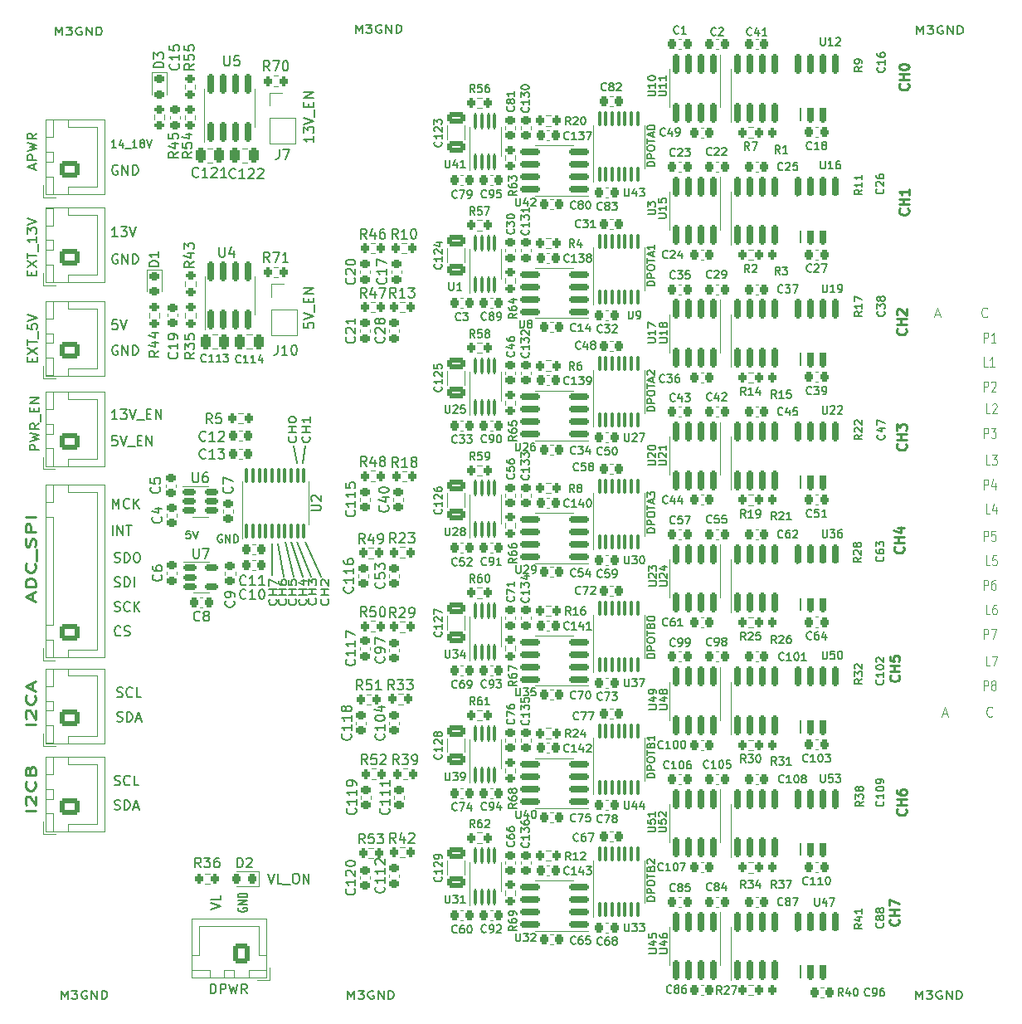
<source format=gto>
%TF.GenerationSoftware,KiCad,Pcbnew,7.0.10*%
%TF.CreationDate,2024-02-04T21:05:04+01:00*%
%TF.ProjectId,demo_LMP7721,64656d6f-5f4c-44d5-9037-3732312e6b69,rev?*%
%TF.SameCoordinates,Original*%
%TF.FileFunction,Legend,Top*%
%TF.FilePolarity,Positive*%
%FSLAX46Y46*%
G04 Gerber Fmt 4.6, Leading zero omitted, Abs format (unit mm)*
G04 Created by KiCad (PCBNEW 7.0.10) date 2024-02-04 21:05:04*
%MOMM*%
%LPD*%
G01*
G04 APERTURE LIST*
G04 Aperture macros list*
%AMRoundRect*
0 Rectangle with rounded corners*
0 $1 Rounding radius*
0 $2 $3 $4 $5 $6 $7 $8 $9 X,Y pos of 4 corners*
0 Add a 4 corners polygon primitive as box body*
4,1,4,$2,$3,$4,$5,$6,$7,$8,$9,$2,$3,0*
0 Add four circle primitives for the rounded corners*
1,1,$1+$1,$2,$3*
1,1,$1+$1,$4,$5*
1,1,$1+$1,$6,$7*
1,1,$1+$1,$8,$9*
0 Add four rect primitives between the rounded corners*
20,1,$1+$1,$2,$3,$4,$5,0*
20,1,$1+$1,$4,$5,$6,$7,0*
20,1,$1+$1,$6,$7,$8,$9,0*
20,1,$1+$1,$8,$9,$2,$3,0*%
G04 Aperture macros list end*
%ADD10C,0.150000*%
%ADD11C,0.250000*%
%ADD12C,0.200000*%
%ADD13C,0.175000*%
%ADD14C,0.125000*%
%ADD15C,0.120000*%
%ADD16C,1.795065*%
%ADD17C,2.250000*%
%ADD18C,1.500000*%
%ADD19RoundRect,0.225000X-0.225000X-0.250000X0.225000X-0.250000X0.225000X0.250000X-0.225000X0.250000X0*%
%ADD20RoundRect,0.200000X0.200000X0.275000X-0.200000X0.275000X-0.200000X-0.275000X0.200000X-0.275000X0*%
%ADD21RoundRect,0.225000X-0.250000X0.225000X-0.250000X-0.225000X0.250000X-0.225000X0.250000X0.225000X0*%
%ADD22RoundRect,0.150000X-0.150000X0.825000X-0.150000X-0.825000X0.150000X-0.825000X0.150000X0.825000X0*%
%ADD23RoundRect,0.250000X0.625000X-0.312500X0.625000X0.312500X-0.625000X0.312500X-0.625000X-0.312500X0*%
%ADD24RoundRect,0.225000X0.250000X-0.225000X0.250000X0.225000X-0.250000X0.225000X-0.250000X-0.225000X0*%
%ADD25RoundRect,0.225000X0.225000X0.250000X-0.225000X0.250000X-0.225000X-0.250000X0.225000X-0.250000X0*%
%ADD26RoundRect,0.150000X0.150000X-0.825000X0.150000X0.825000X-0.150000X0.825000X-0.150000X-0.825000X0*%
%ADD27C,0.800000*%
%ADD28C,6.400000*%
%ADD29RoundRect,0.200000X-0.200000X-0.275000X0.200000X-0.275000X0.200000X0.275000X-0.200000X0.275000X0*%
%ADD30RoundRect,0.150000X0.825000X0.150000X-0.825000X0.150000X-0.825000X-0.150000X0.825000X-0.150000X0*%
%ADD31RoundRect,0.200000X-0.275000X0.200000X-0.275000X-0.200000X0.275000X-0.200000X0.275000X0.200000X0*%
%ADD32RoundRect,0.250000X0.725000X-0.600000X0.725000X0.600000X-0.725000X0.600000X-0.725000X-0.600000X0*%
%ADD33O,1.950000X1.700000*%
%ADD34RoundRect,0.250000X-0.650000X0.325000X-0.650000X-0.325000X0.650000X-0.325000X0.650000X0.325000X0*%
%ADD35R,1.700000X1.700000*%
%ADD36O,1.700000X1.700000*%
%ADD37RoundRect,0.100000X0.100000X-0.712500X0.100000X0.712500X-0.100000X0.712500X-0.100000X-0.712500X0*%
%ADD38RoundRect,0.218750X0.218750X0.256250X-0.218750X0.256250X-0.218750X-0.256250X0.218750X-0.256250X0*%
%ADD39RoundRect,0.150000X-0.512500X-0.150000X0.512500X-0.150000X0.512500X0.150000X-0.512500X0.150000X0*%
%ADD40RoundRect,0.250000X-0.250000X-0.475000X0.250000X-0.475000X0.250000X0.475000X-0.250000X0.475000X0*%
%ADD41RoundRect,0.100000X0.100000X-0.637500X0.100000X0.637500X-0.100000X0.637500X-0.100000X-0.637500X0*%
%ADD42RoundRect,0.218750X-0.256250X0.218750X-0.256250X-0.218750X0.256250X-0.218750X0.256250X0.218750X0*%
%ADD43RoundRect,0.250000X0.250000X0.475000X-0.250000X0.475000X-0.250000X-0.475000X0.250000X-0.475000X0*%
%ADD44RoundRect,0.200000X0.275000X-0.200000X0.275000X0.200000X-0.275000X0.200000X-0.275000X-0.200000X0*%
%ADD45RoundRect,0.250000X0.750000X-0.600000X0.750000X0.600000X-0.750000X0.600000X-0.750000X-0.600000X0*%
%ADD46O,2.000000X1.700000*%
%ADD47RoundRect,0.250000X0.600000X0.750000X-0.600000X0.750000X-0.600000X-0.750000X0.600000X-0.750000X0*%
%ADD48O,1.700000X2.000000*%
G04 APERTURE END LIST*
D10*
X93800000Y-70000000D02*
X94000000Y-68200000D01*
X92600000Y-78000000D02*
X93800000Y-81600000D01*
X93200000Y-70000000D02*
X92800000Y-68200000D01*
X92000000Y-78000000D02*
X92800000Y-81600000D01*
X93200000Y-78000000D02*
X94600000Y-81600000D01*
X91200000Y-78200000D02*
X91800000Y-81600000D01*
X94000000Y-78000000D02*
X95600000Y-81600000D01*
X90600000Y-78200000D02*
X90600000Y-81400000D01*
D11*
X155519380Y-31276003D02*
X155567000Y-31323622D01*
X155567000Y-31323622D02*
X155614619Y-31466479D01*
X155614619Y-31466479D02*
X155614619Y-31561717D01*
X155614619Y-31561717D02*
X155567000Y-31704574D01*
X155567000Y-31704574D02*
X155471761Y-31799812D01*
X155471761Y-31799812D02*
X155376523Y-31847431D01*
X155376523Y-31847431D02*
X155186047Y-31895050D01*
X155186047Y-31895050D02*
X155043190Y-31895050D01*
X155043190Y-31895050D02*
X154852714Y-31847431D01*
X154852714Y-31847431D02*
X154757476Y-31799812D01*
X154757476Y-31799812D02*
X154662238Y-31704574D01*
X154662238Y-31704574D02*
X154614619Y-31561717D01*
X154614619Y-31561717D02*
X154614619Y-31466479D01*
X154614619Y-31466479D02*
X154662238Y-31323622D01*
X154662238Y-31323622D02*
X154709857Y-31276003D01*
X155614619Y-30847431D02*
X154614619Y-30847431D01*
X155090809Y-30847431D02*
X155090809Y-30276003D01*
X155614619Y-30276003D02*
X154614619Y-30276003D01*
X154614619Y-29609336D02*
X154614619Y-29514098D01*
X154614619Y-29514098D02*
X154662238Y-29418860D01*
X154662238Y-29418860D02*
X154709857Y-29371241D01*
X154709857Y-29371241D02*
X154805095Y-29323622D01*
X154805095Y-29323622D02*
X154995571Y-29276003D01*
X154995571Y-29276003D02*
X155233666Y-29276003D01*
X155233666Y-29276003D02*
X155424142Y-29323622D01*
X155424142Y-29323622D02*
X155519380Y-29371241D01*
X155519380Y-29371241D02*
X155567000Y-29418860D01*
X155567000Y-29418860D02*
X155614619Y-29514098D01*
X155614619Y-29514098D02*
X155614619Y-29609336D01*
X155614619Y-29609336D02*
X155567000Y-29704574D01*
X155567000Y-29704574D02*
X155519380Y-29752193D01*
X155519380Y-29752193D02*
X155424142Y-29799812D01*
X155424142Y-29799812D02*
X155233666Y-29847431D01*
X155233666Y-29847431D02*
X154995571Y-29847431D01*
X154995571Y-29847431D02*
X154805095Y-29799812D01*
X154805095Y-29799812D02*
X154709857Y-29752193D01*
X154709857Y-29752193D02*
X154662238Y-29704574D01*
X154662238Y-29704574D02*
X154614619Y-29609336D01*
D12*
X129691695Y-64677945D02*
X128891695Y-64677945D01*
X128891695Y-64677945D02*
X128891695Y-64487469D01*
X128891695Y-64487469D02*
X128929790Y-64373183D01*
X128929790Y-64373183D02*
X129005980Y-64296993D01*
X129005980Y-64296993D02*
X129082171Y-64258898D01*
X129082171Y-64258898D02*
X129234552Y-64220802D01*
X129234552Y-64220802D02*
X129348838Y-64220802D01*
X129348838Y-64220802D02*
X129501219Y-64258898D01*
X129501219Y-64258898D02*
X129577409Y-64296993D01*
X129577409Y-64296993D02*
X129653600Y-64373183D01*
X129653600Y-64373183D02*
X129691695Y-64487469D01*
X129691695Y-64487469D02*
X129691695Y-64677945D01*
X129691695Y-63877945D02*
X128891695Y-63877945D01*
X128891695Y-63877945D02*
X128891695Y-63573183D01*
X128891695Y-63573183D02*
X128929790Y-63496993D01*
X128929790Y-63496993D02*
X128967885Y-63458898D01*
X128967885Y-63458898D02*
X129044076Y-63420802D01*
X129044076Y-63420802D02*
X129158361Y-63420802D01*
X129158361Y-63420802D02*
X129234552Y-63458898D01*
X129234552Y-63458898D02*
X129272647Y-63496993D01*
X129272647Y-63496993D02*
X129310742Y-63573183D01*
X129310742Y-63573183D02*
X129310742Y-63877945D01*
X128891695Y-62925564D02*
X128891695Y-62773183D01*
X128891695Y-62773183D02*
X128929790Y-62696993D01*
X128929790Y-62696993D02*
X129005980Y-62620802D01*
X129005980Y-62620802D02*
X129158361Y-62582707D01*
X129158361Y-62582707D02*
X129425028Y-62582707D01*
X129425028Y-62582707D02*
X129577409Y-62620802D01*
X129577409Y-62620802D02*
X129653600Y-62696993D01*
X129653600Y-62696993D02*
X129691695Y-62773183D01*
X129691695Y-62773183D02*
X129691695Y-62925564D01*
X129691695Y-62925564D02*
X129653600Y-63001755D01*
X129653600Y-63001755D02*
X129577409Y-63077945D01*
X129577409Y-63077945D02*
X129425028Y-63116041D01*
X129425028Y-63116041D02*
X129158361Y-63116041D01*
X129158361Y-63116041D02*
X129005980Y-63077945D01*
X129005980Y-63077945D02*
X128929790Y-63001755D01*
X128929790Y-63001755D02*
X128891695Y-62925564D01*
X128891695Y-62354136D02*
X128891695Y-61896993D01*
X129691695Y-62125565D02*
X128891695Y-62125565D01*
X129463123Y-61668422D02*
X129463123Y-61287469D01*
X129691695Y-61744612D02*
X128891695Y-61477945D01*
X128891695Y-61477945D02*
X129691695Y-61211279D01*
X128967885Y-60982708D02*
X128929790Y-60944612D01*
X128929790Y-60944612D02*
X128891695Y-60868422D01*
X128891695Y-60868422D02*
X128891695Y-60677946D01*
X128891695Y-60677946D02*
X128929790Y-60601755D01*
X128929790Y-60601755D02*
X128967885Y-60563660D01*
X128967885Y-60563660D02*
X129044076Y-60525565D01*
X129044076Y-60525565D02*
X129120266Y-60525565D01*
X129120266Y-60525565D02*
X129234552Y-60563660D01*
X129234552Y-60563660D02*
X129691695Y-61020803D01*
X129691695Y-61020803D02*
X129691695Y-60525565D01*
D13*
X99153226Y-26092995D02*
X99153226Y-25292995D01*
X99153226Y-25292995D02*
X99486559Y-25864423D01*
X99486559Y-25864423D02*
X99819892Y-25292995D01*
X99819892Y-25292995D02*
X99819892Y-26092995D01*
X100200845Y-25292995D02*
X100819892Y-25292995D01*
X100819892Y-25292995D02*
X100486559Y-25597757D01*
X100486559Y-25597757D02*
X100629416Y-25597757D01*
X100629416Y-25597757D02*
X100724654Y-25635852D01*
X100724654Y-25635852D02*
X100772273Y-25673947D01*
X100772273Y-25673947D02*
X100819892Y-25750138D01*
X100819892Y-25750138D02*
X100819892Y-25940614D01*
X100819892Y-25940614D02*
X100772273Y-26016804D01*
X100772273Y-26016804D02*
X100724654Y-26054900D01*
X100724654Y-26054900D02*
X100629416Y-26092995D01*
X100629416Y-26092995D02*
X100343702Y-26092995D01*
X100343702Y-26092995D02*
X100248464Y-26054900D01*
X100248464Y-26054900D02*
X100200845Y-26016804D01*
X101772273Y-25331090D02*
X101677035Y-25292995D01*
X101677035Y-25292995D02*
X101534178Y-25292995D01*
X101534178Y-25292995D02*
X101391321Y-25331090D01*
X101391321Y-25331090D02*
X101296083Y-25407280D01*
X101296083Y-25407280D02*
X101248464Y-25483471D01*
X101248464Y-25483471D02*
X101200845Y-25635852D01*
X101200845Y-25635852D02*
X101200845Y-25750138D01*
X101200845Y-25750138D02*
X101248464Y-25902519D01*
X101248464Y-25902519D02*
X101296083Y-25978709D01*
X101296083Y-25978709D02*
X101391321Y-26054900D01*
X101391321Y-26054900D02*
X101534178Y-26092995D01*
X101534178Y-26092995D02*
X101629416Y-26092995D01*
X101629416Y-26092995D02*
X101772273Y-26054900D01*
X101772273Y-26054900D02*
X101819892Y-26016804D01*
X101819892Y-26016804D02*
X101819892Y-25750138D01*
X101819892Y-25750138D02*
X101629416Y-25750138D01*
X102248464Y-26092995D02*
X102248464Y-25292995D01*
X102248464Y-25292995D02*
X102819892Y-26092995D01*
X102819892Y-26092995D02*
X102819892Y-25292995D01*
X103296083Y-26092995D02*
X103296083Y-25292995D01*
X103296083Y-25292995D02*
X103534178Y-25292995D01*
X103534178Y-25292995D02*
X103677035Y-25331090D01*
X103677035Y-25331090D02*
X103772273Y-25407280D01*
X103772273Y-25407280D02*
X103819892Y-25483471D01*
X103819892Y-25483471D02*
X103867511Y-25635852D01*
X103867511Y-25635852D02*
X103867511Y-25750138D01*
X103867511Y-25750138D02*
X103819892Y-25902519D01*
X103819892Y-25902519D02*
X103772273Y-25978709D01*
X103772273Y-25978709D02*
X103677035Y-26054900D01*
X103677035Y-26054900D02*
X103534178Y-26092995D01*
X103534178Y-26092995D02*
X103296083Y-26092995D01*
X156353226Y-124642995D02*
X156353226Y-123842995D01*
X156353226Y-123842995D02*
X156686559Y-124414423D01*
X156686559Y-124414423D02*
X157019892Y-123842995D01*
X157019892Y-123842995D02*
X157019892Y-124642995D01*
X157400845Y-123842995D02*
X158019892Y-123842995D01*
X158019892Y-123842995D02*
X157686559Y-124147757D01*
X157686559Y-124147757D02*
X157829416Y-124147757D01*
X157829416Y-124147757D02*
X157924654Y-124185852D01*
X157924654Y-124185852D02*
X157972273Y-124223947D01*
X157972273Y-124223947D02*
X158019892Y-124300138D01*
X158019892Y-124300138D02*
X158019892Y-124490614D01*
X158019892Y-124490614D02*
X157972273Y-124566804D01*
X157972273Y-124566804D02*
X157924654Y-124604900D01*
X157924654Y-124604900D02*
X157829416Y-124642995D01*
X157829416Y-124642995D02*
X157543702Y-124642995D01*
X157543702Y-124642995D02*
X157448464Y-124604900D01*
X157448464Y-124604900D02*
X157400845Y-124566804D01*
X158972273Y-123881090D02*
X158877035Y-123842995D01*
X158877035Y-123842995D02*
X158734178Y-123842995D01*
X158734178Y-123842995D02*
X158591321Y-123881090D01*
X158591321Y-123881090D02*
X158496083Y-123957280D01*
X158496083Y-123957280D02*
X158448464Y-124033471D01*
X158448464Y-124033471D02*
X158400845Y-124185852D01*
X158400845Y-124185852D02*
X158400845Y-124300138D01*
X158400845Y-124300138D02*
X158448464Y-124452519D01*
X158448464Y-124452519D02*
X158496083Y-124528709D01*
X158496083Y-124528709D02*
X158591321Y-124604900D01*
X158591321Y-124604900D02*
X158734178Y-124642995D01*
X158734178Y-124642995D02*
X158829416Y-124642995D01*
X158829416Y-124642995D02*
X158972273Y-124604900D01*
X158972273Y-124604900D02*
X159019892Y-124566804D01*
X159019892Y-124566804D02*
X159019892Y-124300138D01*
X159019892Y-124300138D02*
X158829416Y-124300138D01*
X159448464Y-124642995D02*
X159448464Y-123842995D01*
X159448464Y-123842995D02*
X160019892Y-124642995D01*
X160019892Y-124642995D02*
X160019892Y-123842995D01*
X160496083Y-124642995D02*
X160496083Y-123842995D01*
X160496083Y-123842995D02*
X160734178Y-123842995D01*
X160734178Y-123842995D02*
X160877035Y-123881090D01*
X160877035Y-123881090D02*
X160972273Y-123957280D01*
X160972273Y-123957280D02*
X161019892Y-124033471D01*
X161019892Y-124033471D02*
X161067511Y-124185852D01*
X161067511Y-124185852D02*
X161067511Y-124300138D01*
X161067511Y-124300138D02*
X161019892Y-124452519D01*
X161019892Y-124452519D02*
X160972273Y-124528709D01*
X160972273Y-124528709D02*
X160877035Y-124604900D01*
X160877035Y-124604900D02*
X160734178Y-124642995D01*
X160734178Y-124642995D02*
X160496083Y-124642995D01*
D14*
X163272712Y-77921119D02*
X163272712Y-76921119D01*
X163272712Y-76921119D02*
X163577474Y-76921119D01*
X163577474Y-76921119D02*
X163653664Y-76968738D01*
X163653664Y-76968738D02*
X163691759Y-77016357D01*
X163691759Y-77016357D02*
X163729855Y-77111595D01*
X163729855Y-77111595D02*
X163729855Y-77254452D01*
X163729855Y-77254452D02*
X163691759Y-77349690D01*
X163691759Y-77349690D02*
X163653664Y-77397309D01*
X163653664Y-77397309D02*
X163577474Y-77444928D01*
X163577474Y-77444928D02*
X163272712Y-77444928D01*
X164453664Y-76921119D02*
X164072712Y-76921119D01*
X164072712Y-76921119D02*
X164034616Y-77397309D01*
X164034616Y-77397309D02*
X164072712Y-77349690D01*
X164072712Y-77349690D02*
X164148902Y-77302071D01*
X164148902Y-77302071D02*
X164339378Y-77302071D01*
X164339378Y-77302071D02*
X164415569Y-77349690D01*
X164415569Y-77349690D02*
X164453664Y-77397309D01*
X164453664Y-77397309D02*
X164491759Y-77492547D01*
X164491759Y-77492547D02*
X164491759Y-77730642D01*
X164491759Y-77730642D02*
X164453664Y-77825880D01*
X164453664Y-77825880D02*
X164415569Y-77873500D01*
X164415569Y-77873500D02*
X164339378Y-77921119D01*
X164339378Y-77921119D02*
X164148902Y-77921119D01*
X164148902Y-77921119D02*
X164072712Y-77873500D01*
X164072712Y-77873500D02*
X164034616Y-77825880D01*
D11*
X154569380Y-91626003D02*
X154617000Y-91673622D01*
X154617000Y-91673622D02*
X154664619Y-91816479D01*
X154664619Y-91816479D02*
X154664619Y-91911717D01*
X154664619Y-91911717D02*
X154617000Y-92054574D01*
X154617000Y-92054574D02*
X154521761Y-92149812D01*
X154521761Y-92149812D02*
X154426523Y-92197431D01*
X154426523Y-92197431D02*
X154236047Y-92245050D01*
X154236047Y-92245050D02*
X154093190Y-92245050D01*
X154093190Y-92245050D02*
X153902714Y-92197431D01*
X153902714Y-92197431D02*
X153807476Y-92149812D01*
X153807476Y-92149812D02*
X153712238Y-92054574D01*
X153712238Y-92054574D02*
X153664619Y-91911717D01*
X153664619Y-91911717D02*
X153664619Y-91816479D01*
X153664619Y-91816479D02*
X153712238Y-91673622D01*
X153712238Y-91673622D02*
X153759857Y-91626003D01*
X154664619Y-91197431D02*
X153664619Y-91197431D01*
X154140809Y-91197431D02*
X154140809Y-90626003D01*
X154664619Y-90626003D02*
X153664619Y-90626003D01*
X153664619Y-89673622D02*
X153664619Y-90149812D01*
X153664619Y-90149812D02*
X154140809Y-90197431D01*
X154140809Y-90197431D02*
X154093190Y-90149812D01*
X154093190Y-90149812D02*
X154045571Y-90054574D01*
X154045571Y-90054574D02*
X154045571Y-89816479D01*
X154045571Y-89816479D02*
X154093190Y-89721241D01*
X154093190Y-89721241D02*
X154140809Y-89673622D01*
X154140809Y-89673622D02*
X154236047Y-89626003D01*
X154236047Y-89626003D02*
X154474142Y-89626003D01*
X154474142Y-89626003D02*
X154569380Y-89673622D01*
X154569380Y-89673622D02*
X154617000Y-89721241D01*
X154617000Y-89721241D02*
X154664619Y-89816479D01*
X154664619Y-89816479D02*
X154664619Y-90054574D01*
X154664619Y-90054574D02*
X154617000Y-90149812D01*
X154617000Y-90149812D02*
X154569380Y-90197431D01*
D12*
X129691695Y-51877945D02*
X128891695Y-51877945D01*
X128891695Y-51877945D02*
X128891695Y-51687469D01*
X128891695Y-51687469D02*
X128929790Y-51573183D01*
X128929790Y-51573183D02*
X129005980Y-51496993D01*
X129005980Y-51496993D02*
X129082171Y-51458898D01*
X129082171Y-51458898D02*
X129234552Y-51420802D01*
X129234552Y-51420802D02*
X129348838Y-51420802D01*
X129348838Y-51420802D02*
X129501219Y-51458898D01*
X129501219Y-51458898D02*
X129577409Y-51496993D01*
X129577409Y-51496993D02*
X129653600Y-51573183D01*
X129653600Y-51573183D02*
X129691695Y-51687469D01*
X129691695Y-51687469D02*
X129691695Y-51877945D01*
X129691695Y-51077945D02*
X128891695Y-51077945D01*
X128891695Y-51077945D02*
X128891695Y-50773183D01*
X128891695Y-50773183D02*
X128929790Y-50696993D01*
X128929790Y-50696993D02*
X128967885Y-50658898D01*
X128967885Y-50658898D02*
X129044076Y-50620802D01*
X129044076Y-50620802D02*
X129158361Y-50620802D01*
X129158361Y-50620802D02*
X129234552Y-50658898D01*
X129234552Y-50658898D02*
X129272647Y-50696993D01*
X129272647Y-50696993D02*
X129310742Y-50773183D01*
X129310742Y-50773183D02*
X129310742Y-51077945D01*
X128891695Y-50125564D02*
X128891695Y-49973183D01*
X128891695Y-49973183D02*
X128929790Y-49896993D01*
X128929790Y-49896993D02*
X129005980Y-49820802D01*
X129005980Y-49820802D02*
X129158361Y-49782707D01*
X129158361Y-49782707D02*
X129425028Y-49782707D01*
X129425028Y-49782707D02*
X129577409Y-49820802D01*
X129577409Y-49820802D02*
X129653600Y-49896993D01*
X129653600Y-49896993D02*
X129691695Y-49973183D01*
X129691695Y-49973183D02*
X129691695Y-50125564D01*
X129691695Y-50125564D02*
X129653600Y-50201755D01*
X129653600Y-50201755D02*
X129577409Y-50277945D01*
X129577409Y-50277945D02*
X129425028Y-50316041D01*
X129425028Y-50316041D02*
X129158361Y-50316041D01*
X129158361Y-50316041D02*
X129005980Y-50277945D01*
X129005980Y-50277945D02*
X128929790Y-50201755D01*
X128929790Y-50201755D02*
X128891695Y-50125564D01*
X128891695Y-49554136D02*
X128891695Y-49096993D01*
X129691695Y-49325565D02*
X128891695Y-49325565D01*
X129463123Y-48868422D02*
X129463123Y-48487469D01*
X129691695Y-48944612D02*
X128891695Y-48677945D01*
X128891695Y-48677945D02*
X129691695Y-48411279D01*
X129691695Y-47725565D02*
X129691695Y-48182708D01*
X129691695Y-47954136D02*
X128891695Y-47954136D01*
X128891695Y-47954136D02*
X129005980Y-48030327D01*
X129005980Y-48030327D02*
X129082171Y-48106517D01*
X129082171Y-48106517D02*
X129120266Y-48182708D01*
D10*
X74830588Y-65509819D02*
X74259160Y-65509819D01*
X74544874Y-65509819D02*
X74544874Y-64509819D01*
X74544874Y-64509819D02*
X74449636Y-64652676D01*
X74449636Y-64652676D02*
X74354398Y-64747914D01*
X74354398Y-64747914D02*
X74259160Y-64795533D01*
X75163922Y-64509819D02*
X75782969Y-64509819D01*
X75782969Y-64509819D02*
X75449636Y-64890771D01*
X75449636Y-64890771D02*
X75592493Y-64890771D01*
X75592493Y-64890771D02*
X75687731Y-64938390D01*
X75687731Y-64938390D02*
X75735350Y-64986009D01*
X75735350Y-64986009D02*
X75782969Y-65081247D01*
X75782969Y-65081247D02*
X75782969Y-65319342D01*
X75782969Y-65319342D02*
X75735350Y-65414580D01*
X75735350Y-65414580D02*
X75687731Y-65462200D01*
X75687731Y-65462200D02*
X75592493Y-65509819D01*
X75592493Y-65509819D02*
X75306779Y-65509819D01*
X75306779Y-65509819D02*
X75211541Y-65462200D01*
X75211541Y-65462200D02*
X75163922Y-65414580D01*
X76068684Y-64509819D02*
X76402017Y-65509819D01*
X76402017Y-65509819D02*
X76735350Y-64509819D01*
X76830589Y-65605057D02*
X77592493Y-65605057D01*
X77830589Y-64986009D02*
X78163922Y-64986009D01*
X78306779Y-65509819D02*
X77830589Y-65509819D01*
X77830589Y-65509819D02*
X77830589Y-64509819D01*
X77830589Y-64509819D02*
X78306779Y-64509819D01*
X78735351Y-65509819D02*
X78735351Y-64509819D01*
X78735351Y-64509819D02*
X79306779Y-65509819D01*
X79306779Y-65509819D02*
X79306779Y-64509819D01*
D14*
X163903664Y-75171119D02*
X163522712Y-75171119D01*
X163522712Y-75171119D02*
X163522712Y-74171119D01*
X164513188Y-74504452D02*
X164513188Y-75171119D01*
X164322712Y-74123500D02*
X164132235Y-74837785D01*
X164132235Y-74837785D02*
X164627474Y-74837785D01*
D11*
X66464619Y-96678384D02*
X65464619Y-96678384D01*
X65559857Y-96035526D02*
X65512238Y-95964098D01*
X65512238Y-95964098D02*
X65464619Y-95821241D01*
X65464619Y-95821241D02*
X65464619Y-95464098D01*
X65464619Y-95464098D02*
X65512238Y-95321241D01*
X65512238Y-95321241D02*
X65559857Y-95249812D01*
X65559857Y-95249812D02*
X65655095Y-95178383D01*
X65655095Y-95178383D02*
X65750333Y-95178383D01*
X65750333Y-95178383D02*
X65893190Y-95249812D01*
X65893190Y-95249812D02*
X66464619Y-96106955D01*
X66464619Y-96106955D02*
X66464619Y-95178383D01*
X66369380Y-93678384D02*
X66417000Y-93749812D01*
X66417000Y-93749812D02*
X66464619Y-93964098D01*
X66464619Y-93964098D02*
X66464619Y-94106955D01*
X66464619Y-94106955D02*
X66417000Y-94321241D01*
X66417000Y-94321241D02*
X66321761Y-94464098D01*
X66321761Y-94464098D02*
X66226523Y-94535527D01*
X66226523Y-94535527D02*
X66036047Y-94606955D01*
X66036047Y-94606955D02*
X65893190Y-94606955D01*
X65893190Y-94606955D02*
X65702714Y-94535527D01*
X65702714Y-94535527D02*
X65607476Y-94464098D01*
X65607476Y-94464098D02*
X65512238Y-94321241D01*
X65512238Y-94321241D02*
X65464619Y-94106955D01*
X65464619Y-94106955D02*
X65464619Y-93964098D01*
X65464619Y-93964098D02*
X65512238Y-93749812D01*
X65512238Y-93749812D02*
X65559857Y-93678384D01*
X66178904Y-93106955D02*
X66178904Y-92392670D01*
X66464619Y-93249812D02*
X65464619Y-92749812D01*
X65464619Y-92749812D02*
X66464619Y-92249812D01*
D10*
X74789160Y-93822200D02*
X74932017Y-93869819D01*
X74932017Y-93869819D02*
X75170112Y-93869819D01*
X75170112Y-93869819D02*
X75265350Y-93822200D01*
X75265350Y-93822200D02*
X75312969Y-93774580D01*
X75312969Y-93774580D02*
X75360588Y-93679342D01*
X75360588Y-93679342D02*
X75360588Y-93584104D01*
X75360588Y-93584104D02*
X75312969Y-93488866D01*
X75312969Y-93488866D02*
X75265350Y-93441247D01*
X75265350Y-93441247D02*
X75170112Y-93393628D01*
X75170112Y-93393628D02*
X74979636Y-93346009D01*
X74979636Y-93346009D02*
X74884398Y-93298390D01*
X74884398Y-93298390D02*
X74836779Y-93250771D01*
X74836779Y-93250771D02*
X74789160Y-93155533D01*
X74789160Y-93155533D02*
X74789160Y-93060295D01*
X74789160Y-93060295D02*
X74836779Y-92965057D01*
X74836779Y-92965057D02*
X74884398Y-92917438D01*
X74884398Y-92917438D02*
X74979636Y-92869819D01*
X74979636Y-92869819D02*
X75217731Y-92869819D01*
X75217731Y-92869819D02*
X75360588Y-92917438D01*
X76360588Y-93774580D02*
X76312969Y-93822200D01*
X76312969Y-93822200D02*
X76170112Y-93869819D01*
X76170112Y-93869819D02*
X76074874Y-93869819D01*
X76074874Y-93869819D02*
X75932017Y-93822200D01*
X75932017Y-93822200D02*
X75836779Y-93726961D01*
X75836779Y-93726961D02*
X75789160Y-93631723D01*
X75789160Y-93631723D02*
X75741541Y-93441247D01*
X75741541Y-93441247D02*
X75741541Y-93298390D01*
X75741541Y-93298390D02*
X75789160Y-93107914D01*
X75789160Y-93107914D02*
X75836779Y-93012676D01*
X75836779Y-93012676D02*
X75932017Y-92917438D01*
X75932017Y-92917438D02*
X76074874Y-92869819D01*
X76074874Y-92869819D02*
X76170112Y-92869819D01*
X76170112Y-92869819D02*
X76312969Y-92917438D01*
X76312969Y-92917438D02*
X76360588Y-92965057D01*
X77265350Y-93869819D02*
X76789160Y-93869819D01*
X76789160Y-93869819D02*
X76789160Y-92869819D01*
X66334104Y-39960839D02*
X66334104Y-39484649D01*
X66619819Y-40056077D02*
X65619819Y-39722744D01*
X65619819Y-39722744D02*
X66619819Y-39389411D01*
X66619819Y-39056077D02*
X65619819Y-39056077D01*
X65619819Y-39056077D02*
X65619819Y-38675125D01*
X65619819Y-38675125D02*
X65667438Y-38579887D01*
X65667438Y-38579887D02*
X65715057Y-38532268D01*
X65715057Y-38532268D02*
X65810295Y-38484649D01*
X65810295Y-38484649D02*
X65953152Y-38484649D01*
X65953152Y-38484649D02*
X66048390Y-38532268D01*
X66048390Y-38532268D02*
X66096009Y-38579887D01*
X66096009Y-38579887D02*
X66143628Y-38675125D01*
X66143628Y-38675125D02*
X66143628Y-39056077D01*
X65619819Y-38151315D02*
X66619819Y-37913220D01*
X66619819Y-37913220D02*
X65905533Y-37722744D01*
X65905533Y-37722744D02*
X66619819Y-37532268D01*
X66619819Y-37532268D02*
X65619819Y-37294173D01*
X66619819Y-36341792D02*
X66143628Y-36675125D01*
X66619819Y-36913220D02*
X65619819Y-36913220D01*
X65619819Y-36913220D02*
X65619819Y-36532268D01*
X65619819Y-36532268D02*
X65667438Y-36437030D01*
X65667438Y-36437030D02*
X65715057Y-36389411D01*
X65715057Y-36389411D02*
X65810295Y-36341792D01*
X65810295Y-36341792D02*
X65953152Y-36341792D01*
X65953152Y-36341792D02*
X66048390Y-36389411D01*
X66048390Y-36389411D02*
X66096009Y-36437030D01*
X66096009Y-36437030D02*
X66143628Y-36532268D01*
X66143628Y-36532268D02*
X66143628Y-36913220D01*
X74860588Y-39617438D02*
X74765350Y-39569819D01*
X74765350Y-39569819D02*
X74622493Y-39569819D01*
X74622493Y-39569819D02*
X74479636Y-39617438D01*
X74479636Y-39617438D02*
X74384398Y-39712676D01*
X74384398Y-39712676D02*
X74336779Y-39807914D01*
X74336779Y-39807914D02*
X74289160Y-39998390D01*
X74289160Y-39998390D02*
X74289160Y-40141247D01*
X74289160Y-40141247D02*
X74336779Y-40331723D01*
X74336779Y-40331723D02*
X74384398Y-40426961D01*
X74384398Y-40426961D02*
X74479636Y-40522200D01*
X74479636Y-40522200D02*
X74622493Y-40569819D01*
X74622493Y-40569819D02*
X74717731Y-40569819D01*
X74717731Y-40569819D02*
X74860588Y-40522200D01*
X74860588Y-40522200D02*
X74908207Y-40474580D01*
X74908207Y-40474580D02*
X74908207Y-40141247D01*
X74908207Y-40141247D02*
X74717731Y-40141247D01*
X75336779Y-40569819D02*
X75336779Y-39569819D01*
X75336779Y-39569819D02*
X75908207Y-40569819D01*
X75908207Y-40569819D02*
X75908207Y-39569819D01*
X76384398Y-40569819D02*
X76384398Y-39569819D01*
X76384398Y-39569819D02*
X76622493Y-39569819D01*
X76622493Y-39569819D02*
X76765350Y-39617438D01*
X76765350Y-39617438D02*
X76860588Y-39712676D01*
X76860588Y-39712676D02*
X76908207Y-39807914D01*
X76908207Y-39807914D02*
X76955826Y-39998390D01*
X76955826Y-39998390D02*
X76955826Y-40141247D01*
X76955826Y-40141247D02*
X76908207Y-40331723D01*
X76908207Y-40331723D02*
X76860588Y-40426961D01*
X76860588Y-40426961D02*
X76765350Y-40522200D01*
X76765350Y-40522200D02*
X76622493Y-40569819D01*
X76622493Y-40569819D02*
X76384398Y-40569819D01*
D11*
X155269380Y-68026003D02*
X155317000Y-68073622D01*
X155317000Y-68073622D02*
X155364619Y-68216479D01*
X155364619Y-68216479D02*
X155364619Y-68311717D01*
X155364619Y-68311717D02*
X155317000Y-68454574D01*
X155317000Y-68454574D02*
X155221761Y-68549812D01*
X155221761Y-68549812D02*
X155126523Y-68597431D01*
X155126523Y-68597431D02*
X154936047Y-68645050D01*
X154936047Y-68645050D02*
X154793190Y-68645050D01*
X154793190Y-68645050D02*
X154602714Y-68597431D01*
X154602714Y-68597431D02*
X154507476Y-68549812D01*
X154507476Y-68549812D02*
X154412238Y-68454574D01*
X154412238Y-68454574D02*
X154364619Y-68311717D01*
X154364619Y-68311717D02*
X154364619Y-68216479D01*
X154364619Y-68216479D02*
X154412238Y-68073622D01*
X154412238Y-68073622D02*
X154459857Y-68026003D01*
X155364619Y-67597431D02*
X154364619Y-67597431D01*
X154840809Y-67597431D02*
X154840809Y-67026003D01*
X155364619Y-67026003D02*
X154364619Y-67026003D01*
X154364619Y-66645050D02*
X154364619Y-66026003D01*
X154364619Y-66026003D02*
X154745571Y-66359336D01*
X154745571Y-66359336D02*
X154745571Y-66216479D01*
X154745571Y-66216479D02*
X154793190Y-66121241D01*
X154793190Y-66121241D02*
X154840809Y-66073622D01*
X154840809Y-66073622D02*
X154936047Y-66026003D01*
X154936047Y-66026003D02*
X155174142Y-66026003D01*
X155174142Y-66026003D02*
X155269380Y-66073622D01*
X155269380Y-66073622D02*
X155317000Y-66121241D01*
X155317000Y-66121241D02*
X155364619Y-66216479D01*
X155364619Y-66216479D02*
X155364619Y-66502193D01*
X155364619Y-66502193D02*
X155317000Y-66597431D01*
X155317000Y-66597431D02*
X155269380Y-66645050D01*
X66178904Y-83949812D02*
X66178904Y-83235527D01*
X66464619Y-84092669D02*
X65464619Y-83592669D01*
X65464619Y-83592669D02*
X66464619Y-83092669D01*
X66464619Y-82592670D02*
X65464619Y-82592670D01*
X65464619Y-82592670D02*
X65464619Y-82235527D01*
X65464619Y-82235527D02*
X65512238Y-82021241D01*
X65512238Y-82021241D02*
X65607476Y-81878384D01*
X65607476Y-81878384D02*
X65702714Y-81806955D01*
X65702714Y-81806955D02*
X65893190Y-81735527D01*
X65893190Y-81735527D02*
X66036047Y-81735527D01*
X66036047Y-81735527D02*
X66226523Y-81806955D01*
X66226523Y-81806955D02*
X66321761Y-81878384D01*
X66321761Y-81878384D02*
X66417000Y-82021241D01*
X66417000Y-82021241D02*
X66464619Y-82235527D01*
X66464619Y-82235527D02*
X66464619Y-82592670D01*
X66369380Y-80235527D02*
X66417000Y-80306955D01*
X66417000Y-80306955D02*
X66464619Y-80521241D01*
X66464619Y-80521241D02*
X66464619Y-80664098D01*
X66464619Y-80664098D02*
X66417000Y-80878384D01*
X66417000Y-80878384D02*
X66321761Y-81021241D01*
X66321761Y-81021241D02*
X66226523Y-81092670D01*
X66226523Y-81092670D02*
X66036047Y-81164098D01*
X66036047Y-81164098D02*
X65893190Y-81164098D01*
X65893190Y-81164098D02*
X65702714Y-81092670D01*
X65702714Y-81092670D02*
X65607476Y-81021241D01*
X65607476Y-81021241D02*
X65512238Y-80878384D01*
X65512238Y-80878384D02*
X65464619Y-80664098D01*
X65464619Y-80664098D02*
X65464619Y-80521241D01*
X65464619Y-80521241D02*
X65512238Y-80306955D01*
X65512238Y-80306955D02*
X65559857Y-80235527D01*
X66559857Y-79949813D02*
X66559857Y-78806955D01*
X66417000Y-78521241D02*
X66464619Y-78306956D01*
X66464619Y-78306956D02*
X66464619Y-77949813D01*
X66464619Y-77949813D02*
X66417000Y-77806956D01*
X66417000Y-77806956D02*
X66369380Y-77735527D01*
X66369380Y-77735527D02*
X66274142Y-77664098D01*
X66274142Y-77664098D02*
X66178904Y-77664098D01*
X66178904Y-77664098D02*
X66083666Y-77735527D01*
X66083666Y-77735527D02*
X66036047Y-77806956D01*
X66036047Y-77806956D02*
X65988428Y-77949813D01*
X65988428Y-77949813D02*
X65940809Y-78235527D01*
X65940809Y-78235527D02*
X65893190Y-78378384D01*
X65893190Y-78378384D02*
X65845571Y-78449813D01*
X65845571Y-78449813D02*
X65750333Y-78521241D01*
X65750333Y-78521241D02*
X65655095Y-78521241D01*
X65655095Y-78521241D02*
X65559857Y-78449813D01*
X65559857Y-78449813D02*
X65512238Y-78378384D01*
X65512238Y-78378384D02*
X65464619Y-78235527D01*
X65464619Y-78235527D02*
X65464619Y-77878384D01*
X65464619Y-77878384D02*
X65512238Y-77664098D01*
X66464619Y-77021242D02*
X65464619Y-77021242D01*
X65464619Y-77021242D02*
X65464619Y-76449813D01*
X65464619Y-76449813D02*
X65512238Y-76306956D01*
X65512238Y-76306956D02*
X65559857Y-76235527D01*
X65559857Y-76235527D02*
X65655095Y-76164099D01*
X65655095Y-76164099D02*
X65797952Y-76164099D01*
X65797952Y-76164099D02*
X65893190Y-76235527D01*
X65893190Y-76235527D02*
X65940809Y-76306956D01*
X65940809Y-76306956D02*
X65988428Y-76449813D01*
X65988428Y-76449813D02*
X65988428Y-77021242D01*
X66464619Y-75521242D02*
X65464619Y-75521242D01*
D10*
X74860588Y-46869819D02*
X74289160Y-46869819D01*
X74574874Y-46869819D02*
X74574874Y-45869819D01*
X74574874Y-45869819D02*
X74479636Y-46012676D01*
X74479636Y-46012676D02*
X74384398Y-46107914D01*
X74384398Y-46107914D02*
X74289160Y-46155533D01*
X75193922Y-45869819D02*
X75812969Y-45869819D01*
X75812969Y-45869819D02*
X75479636Y-46250771D01*
X75479636Y-46250771D02*
X75622493Y-46250771D01*
X75622493Y-46250771D02*
X75717731Y-46298390D01*
X75717731Y-46298390D02*
X75765350Y-46346009D01*
X75765350Y-46346009D02*
X75812969Y-46441247D01*
X75812969Y-46441247D02*
X75812969Y-46679342D01*
X75812969Y-46679342D02*
X75765350Y-46774580D01*
X75765350Y-46774580D02*
X75717731Y-46822200D01*
X75717731Y-46822200D02*
X75622493Y-46869819D01*
X75622493Y-46869819D02*
X75336779Y-46869819D01*
X75336779Y-46869819D02*
X75241541Y-46822200D01*
X75241541Y-46822200D02*
X75193922Y-46774580D01*
X76098684Y-45869819D02*
X76432017Y-46869819D01*
X76432017Y-46869819D02*
X76765350Y-45869819D01*
D13*
X91016804Y-83875345D02*
X91054900Y-83922964D01*
X91054900Y-83922964D02*
X91092995Y-84065821D01*
X91092995Y-84065821D02*
X91092995Y-84161059D01*
X91092995Y-84161059D02*
X91054900Y-84303916D01*
X91054900Y-84303916D02*
X90978709Y-84399154D01*
X90978709Y-84399154D02*
X90902519Y-84446773D01*
X90902519Y-84446773D02*
X90750138Y-84494392D01*
X90750138Y-84494392D02*
X90635852Y-84494392D01*
X90635852Y-84494392D02*
X90483471Y-84446773D01*
X90483471Y-84446773D02*
X90407280Y-84399154D01*
X90407280Y-84399154D02*
X90331090Y-84303916D01*
X90331090Y-84303916D02*
X90292995Y-84161059D01*
X90292995Y-84161059D02*
X90292995Y-84065821D01*
X90292995Y-84065821D02*
X90331090Y-83922964D01*
X90331090Y-83922964D02*
X90369185Y-83875345D01*
X91092995Y-83446773D02*
X90292995Y-83446773D01*
X90673947Y-83446773D02*
X90673947Y-82875345D01*
X91092995Y-82875345D02*
X90292995Y-82875345D01*
X90292995Y-82494392D02*
X90292995Y-81827726D01*
X90292995Y-81827726D02*
X91092995Y-82256297D01*
D10*
X85508207Y-77332390D02*
X85432017Y-77294295D01*
X85432017Y-77294295D02*
X85317731Y-77294295D01*
X85317731Y-77294295D02*
X85203445Y-77332390D01*
X85203445Y-77332390D02*
X85127255Y-77408580D01*
X85127255Y-77408580D02*
X85089160Y-77484771D01*
X85089160Y-77484771D02*
X85051064Y-77637152D01*
X85051064Y-77637152D02*
X85051064Y-77751438D01*
X85051064Y-77751438D02*
X85089160Y-77903819D01*
X85089160Y-77903819D02*
X85127255Y-77980009D01*
X85127255Y-77980009D02*
X85203445Y-78056200D01*
X85203445Y-78056200D02*
X85317731Y-78094295D01*
X85317731Y-78094295D02*
X85393922Y-78094295D01*
X85393922Y-78094295D02*
X85508207Y-78056200D01*
X85508207Y-78056200D02*
X85546303Y-78018104D01*
X85546303Y-78018104D02*
X85546303Y-77751438D01*
X85546303Y-77751438D02*
X85393922Y-77751438D01*
X85889160Y-78094295D02*
X85889160Y-77294295D01*
X85889160Y-77294295D02*
X86346303Y-78094295D01*
X86346303Y-78094295D02*
X86346303Y-77294295D01*
X86727255Y-78094295D02*
X86727255Y-77294295D01*
X86727255Y-77294295D02*
X86917731Y-77294295D01*
X86917731Y-77294295D02*
X87032017Y-77332390D01*
X87032017Y-77332390D02*
X87108207Y-77408580D01*
X87108207Y-77408580D02*
X87146302Y-77484771D01*
X87146302Y-77484771D02*
X87184398Y-77637152D01*
X87184398Y-77637152D02*
X87184398Y-77751438D01*
X87184398Y-77751438D02*
X87146302Y-77903819D01*
X87146302Y-77903819D02*
X87108207Y-77980009D01*
X87108207Y-77980009D02*
X87032017Y-78056200D01*
X87032017Y-78056200D02*
X86917731Y-78094295D01*
X86917731Y-78094295D02*
X86727255Y-78094295D01*
D11*
X155019380Y-78526003D02*
X155067000Y-78573622D01*
X155067000Y-78573622D02*
X155114619Y-78716479D01*
X155114619Y-78716479D02*
X155114619Y-78811717D01*
X155114619Y-78811717D02*
X155067000Y-78954574D01*
X155067000Y-78954574D02*
X154971761Y-79049812D01*
X154971761Y-79049812D02*
X154876523Y-79097431D01*
X154876523Y-79097431D02*
X154686047Y-79145050D01*
X154686047Y-79145050D02*
X154543190Y-79145050D01*
X154543190Y-79145050D02*
X154352714Y-79097431D01*
X154352714Y-79097431D02*
X154257476Y-79049812D01*
X154257476Y-79049812D02*
X154162238Y-78954574D01*
X154162238Y-78954574D02*
X154114619Y-78811717D01*
X154114619Y-78811717D02*
X154114619Y-78716479D01*
X154114619Y-78716479D02*
X154162238Y-78573622D01*
X154162238Y-78573622D02*
X154209857Y-78526003D01*
X155114619Y-78097431D02*
X154114619Y-78097431D01*
X154590809Y-78097431D02*
X154590809Y-77526003D01*
X155114619Y-77526003D02*
X154114619Y-77526003D01*
X154447952Y-76621241D02*
X155114619Y-76621241D01*
X154067000Y-76859336D02*
X154781285Y-77097431D01*
X154781285Y-77097431D02*
X154781285Y-76478384D01*
D12*
X129691695Y-89877945D02*
X128891695Y-89877945D01*
X128891695Y-89877945D02*
X128891695Y-89687469D01*
X128891695Y-89687469D02*
X128929790Y-89573183D01*
X128929790Y-89573183D02*
X129005980Y-89496993D01*
X129005980Y-89496993D02*
X129082171Y-89458898D01*
X129082171Y-89458898D02*
X129234552Y-89420802D01*
X129234552Y-89420802D02*
X129348838Y-89420802D01*
X129348838Y-89420802D02*
X129501219Y-89458898D01*
X129501219Y-89458898D02*
X129577409Y-89496993D01*
X129577409Y-89496993D02*
X129653600Y-89573183D01*
X129653600Y-89573183D02*
X129691695Y-89687469D01*
X129691695Y-89687469D02*
X129691695Y-89877945D01*
X129691695Y-89077945D02*
X128891695Y-89077945D01*
X128891695Y-89077945D02*
X128891695Y-88773183D01*
X128891695Y-88773183D02*
X128929790Y-88696993D01*
X128929790Y-88696993D02*
X128967885Y-88658898D01*
X128967885Y-88658898D02*
X129044076Y-88620802D01*
X129044076Y-88620802D02*
X129158361Y-88620802D01*
X129158361Y-88620802D02*
X129234552Y-88658898D01*
X129234552Y-88658898D02*
X129272647Y-88696993D01*
X129272647Y-88696993D02*
X129310742Y-88773183D01*
X129310742Y-88773183D02*
X129310742Y-89077945D01*
X128891695Y-88125564D02*
X128891695Y-87973183D01*
X128891695Y-87973183D02*
X128929790Y-87896993D01*
X128929790Y-87896993D02*
X129005980Y-87820802D01*
X129005980Y-87820802D02*
X129158361Y-87782707D01*
X129158361Y-87782707D02*
X129425028Y-87782707D01*
X129425028Y-87782707D02*
X129577409Y-87820802D01*
X129577409Y-87820802D02*
X129653600Y-87896993D01*
X129653600Y-87896993D02*
X129691695Y-87973183D01*
X129691695Y-87973183D02*
X129691695Y-88125564D01*
X129691695Y-88125564D02*
X129653600Y-88201755D01*
X129653600Y-88201755D02*
X129577409Y-88277945D01*
X129577409Y-88277945D02*
X129425028Y-88316041D01*
X129425028Y-88316041D02*
X129158361Y-88316041D01*
X129158361Y-88316041D02*
X129005980Y-88277945D01*
X129005980Y-88277945D02*
X128929790Y-88201755D01*
X128929790Y-88201755D02*
X128891695Y-88125564D01*
X128891695Y-87554136D02*
X128891695Y-87096993D01*
X129691695Y-87325565D02*
X128891695Y-87325565D01*
X129272647Y-86563660D02*
X129310742Y-86449374D01*
X129310742Y-86449374D02*
X129348838Y-86411279D01*
X129348838Y-86411279D02*
X129425028Y-86373183D01*
X129425028Y-86373183D02*
X129539314Y-86373183D01*
X129539314Y-86373183D02*
X129615504Y-86411279D01*
X129615504Y-86411279D02*
X129653600Y-86449374D01*
X129653600Y-86449374D02*
X129691695Y-86525564D01*
X129691695Y-86525564D02*
X129691695Y-86830326D01*
X129691695Y-86830326D02*
X128891695Y-86830326D01*
X128891695Y-86830326D02*
X128891695Y-86563660D01*
X128891695Y-86563660D02*
X128929790Y-86487469D01*
X128929790Y-86487469D02*
X128967885Y-86449374D01*
X128967885Y-86449374D02*
X129044076Y-86411279D01*
X129044076Y-86411279D02*
X129120266Y-86411279D01*
X129120266Y-86411279D02*
X129196457Y-86449374D01*
X129196457Y-86449374D02*
X129234552Y-86487469D01*
X129234552Y-86487469D02*
X129272647Y-86563660D01*
X129272647Y-86563660D02*
X129272647Y-86830326D01*
X128891695Y-85877945D02*
X128891695Y-85801755D01*
X128891695Y-85801755D02*
X128929790Y-85725564D01*
X128929790Y-85725564D02*
X128967885Y-85687469D01*
X128967885Y-85687469D02*
X129044076Y-85649374D01*
X129044076Y-85649374D02*
X129196457Y-85611279D01*
X129196457Y-85611279D02*
X129386933Y-85611279D01*
X129386933Y-85611279D02*
X129539314Y-85649374D01*
X129539314Y-85649374D02*
X129615504Y-85687469D01*
X129615504Y-85687469D02*
X129653600Y-85725564D01*
X129653600Y-85725564D02*
X129691695Y-85801755D01*
X129691695Y-85801755D02*
X129691695Y-85877945D01*
X129691695Y-85877945D02*
X129653600Y-85954136D01*
X129653600Y-85954136D02*
X129615504Y-85992231D01*
X129615504Y-85992231D02*
X129539314Y-86030326D01*
X129539314Y-86030326D02*
X129386933Y-86068422D01*
X129386933Y-86068422D02*
X129196457Y-86068422D01*
X129196457Y-86068422D02*
X129044076Y-86030326D01*
X129044076Y-86030326D02*
X128967885Y-85992231D01*
X128967885Y-85992231D02*
X128929790Y-85954136D01*
X128929790Y-85954136D02*
X128891695Y-85877945D01*
D14*
X163272712Y-57671119D02*
X163272712Y-56671119D01*
X163272712Y-56671119D02*
X163577474Y-56671119D01*
X163577474Y-56671119D02*
X163653664Y-56718738D01*
X163653664Y-56718738D02*
X163691759Y-56766357D01*
X163691759Y-56766357D02*
X163729855Y-56861595D01*
X163729855Y-56861595D02*
X163729855Y-57004452D01*
X163729855Y-57004452D02*
X163691759Y-57099690D01*
X163691759Y-57099690D02*
X163653664Y-57147309D01*
X163653664Y-57147309D02*
X163577474Y-57194928D01*
X163577474Y-57194928D02*
X163272712Y-57194928D01*
X164491759Y-57671119D02*
X164034616Y-57671119D01*
X164263188Y-57671119D02*
X164263188Y-56671119D01*
X164263188Y-56671119D02*
X164186997Y-56813976D01*
X164186997Y-56813976D02*
X164110807Y-56909214D01*
X164110807Y-56909214D02*
X164034616Y-56956833D01*
D11*
X155269380Y-105276003D02*
X155317000Y-105323622D01*
X155317000Y-105323622D02*
X155364619Y-105466479D01*
X155364619Y-105466479D02*
X155364619Y-105561717D01*
X155364619Y-105561717D02*
X155317000Y-105704574D01*
X155317000Y-105704574D02*
X155221761Y-105799812D01*
X155221761Y-105799812D02*
X155126523Y-105847431D01*
X155126523Y-105847431D02*
X154936047Y-105895050D01*
X154936047Y-105895050D02*
X154793190Y-105895050D01*
X154793190Y-105895050D02*
X154602714Y-105847431D01*
X154602714Y-105847431D02*
X154507476Y-105799812D01*
X154507476Y-105799812D02*
X154412238Y-105704574D01*
X154412238Y-105704574D02*
X154364619Y-105561717D01*
X154364619Y-105561717D02*
X154364619Y-105466479D01*
X154364619Y-105466479D02*
X154412238Y-105323622D01*
X154412238Y-105323622D02*
X154459857Y-105276003D01*
X155364619Y-104847431D02*
X154364619Y-104847431D01*
X154840809Y-104847431D02*
X154840809Y-104276003D01*
X155364619Y-104276003D02*
X154364619Y-104276003D01*
X154364619Y-103371241D02*
X154364619Y-103561717D01*
X154364619Y-103561717D02*
X154412238Y-103656955D01*
X154412238Y-103656955D02*
X154459857Y-103704574D01*
X154459857Y-103704574D02*
X154602714Y-103799812D01*
X154602714Y-103799812D02*
X154793190Y-103847431D01*
X154793190Y-103847431D02*
X155174142Y-103847431D01*
X155174142Y-103847431D02*
X155269380Y-103799812D01*
X155269380Y-103799812D02*
X155317000Y-103752193D01*
X155317000Y-103752193D02*
X155364619Y-103656955D01*
X155364619Y-103656955D02*
X155364619Y-103466479D01*
X155364619Y-103466479D02*
X155317000Y-103371241D01*
X155317000Y-103371241D02*
X155269380Y-103323622D01*
X155269380Y-103323622D02*
X155174142Y-103276003D01*
X155174142Y-103276003D02*
X154936047Y-103276003D01*
X154936047Y-103276003D02*
X154840809Y-103323622D01*
X154840809Y-103323622D02*
X154793190Y-103371241D01*
X154793190Y-103371241D02*
X154745571Y-103466479D01*
X154745571Y-103466479D02*
X154745571Y-103656955D01*
X154745571Y-103656955D02*
X154793190Y-103752193D01*
X154793190Y-103752193D02*
X154840809Y-103799812D01*
X154840809Y-103799812D02*
X154936047Y-103847431D01*
D10*
X74812969Y-55369819D02*
X74336779Y-55369819D01*
X74336779Y-55369819D02*
X74289160Y-55846009D01*
X74289160Y-55846009D02*
X74336779Y-55798390D01*
X74336779Y-55798390D02*
X74432017Y-55750771D01*
X74432017Y-55750771D02*
X74670112Y-55750771D01*
X74670112Y-55750771D02*
X74765350Y-55798390D01*
X74765350Y-55798390D02*
X74812969Y-55846009D01*
X74812969Y-55846009D02*
X74860588Y-55941247D01*
X74860588Y-55941247D02*
X74860588Y-56179342D01*
X74860588Y-56179342D02*
X74812969Y-56274580D01*
X74812969Y-56274580D02*
X74765350Y-56322200D01*
X74765350Y-56322200D02*
X74670112Y-56369819D01*
X74670112Y-56369819D02*
X74432017Y-56369819D01*
X74432017Y-56369819D02*
X74336779Y-56322200D01*
X74336779Y-56322200D02*
X74289160Y-56274580D01*
X75146303Y-55369819D02*
X75479636Y-56369819D01*
X75479636Y-56369819D02*
X75812969Y-55369819D01*
X84336779Y-124119819D02*
X84336779Y-123119819D01*
X84336779Y-123119819D02*
X84574874Y-123119819D01*
X84574874Y-123119819D02*
X84717731Y-123167438D01*
X84717731Y-123167438D02*
X84812969Y-123262676D01*
X84812969Y-123262676D02*
X84860588Y-123357914D01*
X84860588Y-123357914D02*
X84908207Y-123548390D01*
X84908207Y-123548390D02*
X84908207Y-123691247D01*
X84908207Y-123691247D02*
X84860588Y-123881723D01*
X84860588Y-123881723D02*
X84812969Y-123976961D01*
X84812969Y-123976961D02*
X84717731Y-124072200D01*
X84717731Y-124072200D02*
X84574874Y-124119819D01*
X84574874Y-124119819D02*
X84336779Y-124119819D01*
X85336779Y-124119819D02*
X85336779Y-123119819D01*
X85336779Y-123119819D02*
X85717731Y-123119819D01*
X85717731Y-123119819D02*
X85812969Y-123167438D01*
X85812969Y-123167438D02*
X85860588Y-123215057D01*
X85860588Y-123215057D02*
X85908207Y-123310295D01*
X85908207Y-123310295D02*
X85908207Y-123453152D01*
X85908207Y-123453152D02*
X85860588Y-123548390D01*
X85860588Y-123548390D02*
X85812969Y-123596009D01*
X85812969Y-123596009D02*
X85717731Y-123643628D01*
X85717731Y-123643628D02*
X85336779Y-123643628D01*
X86241541Y-123119819D02*
X86479636Y-124119819D01*
X86479636Y-124119819D02*
X86670112Y-123405533D01*
X86670112Y-123405533D02*
X86860588Y-124119819D01*
X86860588Y-124119819D02*
X87098684Y-123119819D01*
X88051064Y-124119819D02*
X87717731Y-123643628D01*
X87479636Y-124119819D02*
X87479636Y-123119819D01*
X87479636Y-123119819D02*
X87860588Y-123119819D01*
X87860588Y-123119819D02*
X87955826Y-123167438D01*
X87955826Y-123167438D02*
X88003445Y-123215057D01*
X88003445Y-123215057D02*
X88051064Y-123310295D01*
X88051064Y-123310295D02*
X88051064Y-123453152D01*
X88051064Y-123453152D02*
X88003445Y-123548390D01*
X88003445Y-123548390D02*
X87955826Y-123596009D01*
X87955826Y-123596009D02*
X87860588Y-123643628D01*
X87860588Y-123643628D02*
X87479636Y-123643628D01*
D13*
X93016804Y-83875345D02*
X93054900Y-83922964D01*
X93054900Y-83922964D02*
X93092995Y-84065821D01*
X93092995Y-84065821D02*
X93092995Y-84161059D01*
X93092995Y-84161059D02*
X93054900Y-84303916D01*
X93054900Y-84303916D02*
X92978709Y-84399154D01*
X92978709Y-84399154D02*
X92902519Y-84446773D01*
X92902519Y-84446773D02*
X92750138Y-84494392D01*
X92750138Y-84494392D02*
X92635852Y-84494392D01*
X92635852Y-84494392D02*
X92483471Y-84446773D01*
X92483471Y-84446773D02*
X92407280Y-84399154D01*
X92407280Y-84399154D02*
X92331090Y-84303916D01*
X92331090Y-84303916D02*
X92292995Y-84161059D01*
X92292995Y-84161059D02*
X92292995Y-84065821D01*
X92292995Y-84065821D02*
X92331090Y-83922964D01*
X92331090Y-83922964D02*
X92369185Y-83875345D01*
X93092995Y-83446773D02*
X92292995Y-83446773D01*
X92673947Y-83446773D02*
X92673947Y-82875345D01*
X93092995Y-82875345D02*
X92292995Y-82875345D01*
X92292995Y-81922964D02*
X92292995Y-82399154D01*
X92292995Y-82399154D02*
X92673947Y-82446773D01*
X92673947Y-82446773D02*
X92635852Y-82399154D01*
X92635852Y-82399154D02*
X92597757Y-82303916D01*
X92597757Y-82303916D02*
X92597757Y-82065821D01*
X92597757Y-82065821D02*
X92635852Y-81970583D01*
X92635852Y-81970583D02*
X92673947Y-81922964D01*
X92673947Y-81922964D02*
X92750138Y-81875345D01*
X92750138Y-81875345D02*
X92940614Y-81875345D01*
X92940614Y-81875345D02*
X93016804Y-81922964D01*
X93016804Y-81922964D02*
X93054900Y-81970583D01*
X93054900Y-81970583D02*
X93092995Y-82065821D01*
X93092995Y-82065821D02*
X93092995Y-82303916D01*
X93092995Y-82303916D02*
X93054900Y-82399154D01*
X93054900Y-82399154D02*
X93016804Y-82446773D01*
D10*
X82270112Y-76894295D02*
X81889160Y-76894295D01*
X81889160Y-76894295D02*
X81851064Y-77275247D01*
X81851064Y-77275247D02*
X81889160Y-77237152D01*
X81889160Y-77237152D02*
X81965350Y-77199057D01*
X81965350Y-77199057D02*
X82155826Y-77199057D01*
X82155826Y-77199057D02*
X82232017Y-77237152D01*
X82232017Y-77237152D02*
X82270112Y-77275247D01*
X82270112Y-77275247D02*
X82308207Y-77351438D01*
X82308207Y-77351438D02*
X82308207Y-77541914D01*
X82308207Y-77541914D02*
X82270112Y-77618104D01*
X82270112Y-77618104D02*
X82232017Y-77656200D01*
X82232017Y-77656200D02*
X82155826Y-77694295D01*
X82155826Y-77694295D02*
X81965350Y-77694295D01*
X81965350Y-77694295D02*
X81889160Y-77656200D01*
X81889160Y-77656200D02*
X81851064Y-77618104D01*
X82536779Y-76894295D02*
X82803446Y-77694295D01*
X82803446Y-77694295D02*
X83070112Y-76894295D01*
D13*
X156453226Y-26192995D02*
X156453226Y-25392995D01*
X156453226Y-25392995D02*
X156786559Y-25964423D01*
X156786559Y-25964423D02*
X157119892Y-25392995D01*
X157119892Y-25392995D02*
X157119892Y-26192995D01*
X157500845Y-25392995D02*
X158119892Y-25392995D01*
X158119892Y-25392995D02*
X157786559Y-25697757D01*
X157786559Y-25697757D02*
X157929416Y-25697757D01*
X157929416Y-25697757D02*
X158024654Y-25735852D01*
X158024654Y-25735852D02*
X158072273Y-25773947D01*
X158072273Y-25773947D02*
X158119892Y-25850138D01*
X158119892Y-25850138D02*
X158119892Y-26040614D01*
X158119892Y-26040614D02*
X158072273Y-26116804D01*
X158072273Y-26116804D02*
X158024654Y-26154900D01*
X158024654Y-26154900D02*
X157929416Y-26192995D01*
X157929416Y-26192995D02*
X157643702Y-26192995D01*
X157643702Y-26192995D02*
X157548464Y-26154900D01*
X157548464Y-26154900D02*
X157500845Y-26116804D01*
X159072273Y-25431090D02*
X158977035Y-25392995D01*
X158977035Y-25392995D02*
X158834178Y-25392995D01*
X158834178Y-25392995D02*
X158691321Y-25431090D01*
X158691321Y-25431090D02*
X158596083Y-25507280D01*
X158596083Y-25507280D02*
X158548464Y-25583471D01*
X158548464Y-25583471D02*
X158500845Y-25735852D01*
X158500845Y-25735852D02*
X158500845Y-25850138D01*
X158500845Y-25850138D02*
X158548464Y-26002519D01*
X158548464Y-26002519D02*
X158596083Y-26078709D01*
X158596083Y-26078709D02*
X158691321Y-26154900D01*
X158691321Y-26154900D02*
X158834178Y-26192995D01*
X158834178Y-26192995D02*
X158929416Y-26192995D01*
X158929416Y-26192995D02*
X159072273Y-26154900D01*
X159072273Y-26154900D02*
X159119892Y-26116804D01*
X159119892Y-26116804D02*
X159119892Y-25850138D01*
X159119892Y-25850138D02*
X158929416Y-25850138D01*
X159548464Y-26192995D02*
X159548464Y-25392995D01*
X159548464Y-25392995D02*
X160119892Y-26192995D01*
X160119892Y-26192995D02*
X160119892Y-25392995D01*
X160596083Y-26192995D02*
X160596083Y-25392995D01*
X160596083Y-25392995D02*
X160834178Y-25392995D01*
X160834178Y-25392995D02*
X160977035Y-25431090D01*
X160977035Y-25431090D02*
X161072273Y-25507280D01*
X161072273Y-25507280D02*
X161119892Y-25583471D01*
X161119892Y-25583471D02*
X161167511Y-25735852D01*
X161167511Y-25735852D02*
X161167511Y-25850138D01*
X161167511Y-25850138D02*
X161119892Y-26002519D01*
X161119892Y-26002519D02*
X161072273Y-26078709D01*
X161072273Y-26078709D02*
X160977035Y-26154900D01*
X160977035Y-26154900D02*
X160834178Y-26192995D01*
X160834178Y-26192995D02*
X160596083Y-26192995D01*
D10*
X66869819Y-68663220D02*
X65869819Y-68663220D01*
X65869819Y-68663220D02*
X65869819Y-68282268D01*
X65869819Y-68282268D02*
X65917438Y-68187030D01*
X65917438Y-68187030D02*
X65965057Y-68139411D01*
X65965057Y-68139411D02*
X66060295Y-68091792D01*
X66060295Y-68091792D02*
X66203152Y-68091792D01*
X66203152Y-68091792D02*
X66298390Y-68139411D01*
X66298390Y-68139411D02*
X66346009Y-68187030D01*
X66346009Y-68187030D02*
X66393628Y-68282268D01*
X66393628Y-68282268D02*
X66393628Y-68663220D01*
X65869819Y-67758458D02*
X66869819Y-67520363D01*
X66869819Y-67520363D02*
X66155533Y-67329887D01*
X66155533Y-67329887D02*
X66869819Y-67139411D01*
X66869819Y-67139411D02*
X65869819Y-66901316D01*
X66869819Y-65948935D02*
X66393628Y-66282268D01*
X66869819Y-66520363D02*
X65869819Y-66520363D01*
X65869819Y-66520363D02*
X65869819Y-66139411D01*
X65869819Y-66139411D02*
X65917438Y-66044173D01*
X65917438Y-66044173D02*
X65965057Y-65996554D01*
X65965057Y-65996554D02*
X66060295Y-65948935D01*
X66060295Y-65948935D02*
X66203152Y-65948935D01*
X66203152Y-65948935D02*
X66298390Y-65996554D01*
X66298390Y-65996554D02*
X66346009Y-66044173D01*
X66346009Y-66044173D02*
X66393628Y-66139411D01*
X66393628Y-66139411D02*
X66393628Y-66520363D01*
X66965057Y-65758459D02*
X66965057Y-64996554D01*
X66346009Y-64758458D02*
X66346009Y-64425125D01*
X66869819Y-64282268D02*
X66869819Y-64758458D01*
X66869819Y-64758458D02*
X65869819Y-64758458D01*
X65869819Y-64758458D02*
X65869819Y-64282268D01*
X66869819Y-63853696D02*
X65869819Y-63853696D01*
X65869819Y-63853696D02*
X66869819Y-63282268D01*
X66869819Y-63282268D02*
X65869819Y-63282268D01*
D12*
X129691695Y-102077945D02*
X128891695Y-102077945D01*
X128891695Y-102077945D02*
X128891695Y-101887469D01*
X128891695Y-101887469D02*
X128929790Y-101773183D01*
X128929790Y-101773183D02*
X129005980Y-101696993D01*
X129005980Y-101696993D02*
X129082171Y-101658898D01*
X129082171Y-101658898D02*
X129234552Y-101620802D01*
X129234552Y-101620802D02*
X129348838Y-101620802D01*
X129348838Y-101620802D02*
X129501219Y-101658898D01*
X129501219Y-101658898D02*
X129577409Y-101696993D01*
X129577409Y-101696993D02*
X129653600Y-101773183D01*
X129653600Y-101773183D02*
X129691695Y-101887469D01*
X129691695Y-101887469D02*
X129691695Y-102077945D01*
X129691695Y-101277945D02*
X128891695Y-101277945D01*
X128891695Y-101277945D02*
X128891695Y-100973183D01*
X128891695Y-100973183D02*
X128929790Y-100896993D01*
X128929790Y-100896993D02*
X128967885Y-100858898D01*
X128967885Y-100858898D02*
X129044076Y-100820802D01*
X129044076Y-100820802D02*
X129158361Y-100820802D01*
X129158361Y-100820802D02*
X129234552Y-100858898D01*
X129234552Y-100858898D02*
X129272647Y-100896993D01*
X129272647Y-100896993D02*
X129310742Y-100973183D01*
X129310742Y-100973183D02*
X129310742Y-101277945D01*
X128891695Y-100325564D02*
X128891695Y-100173183D01*
X128891695Y-100173183D02*
X128929790Y-100096993D01*
X128929790Y-100096993D02*
X129005980Y-100020802D01*
X129005980Y-100020802D02*
X129158361Y-99982707D01*
X129158361Y-99982707D02*
X129425028Y-99982707D01*
X129425028Y-99982707D02*
X129577409Y-100020802D01*
X129577409Y-100020802D02*
X129653600Y-100096993D01*
X129653600Y-100096993D02*
X129691695Y-100173183D01*
X129691695Y-100173183D02*
X129691695Y-100325564D01*
X129691695Y-100325564D02*
X129653600Y-100401755D01*
X129653600Y-100401755D02*
X129577409Y-100477945D01*
X129577409Y-100477945D02*
X129425028Y-100516041D01*
X129425028Y-100516041D02*
X129158361Y-100516041D01*
X129158361Y-100516041D02*
X129005980Y-100477945D01*
X129005980Y-100477945D02*
X128929790Y-100401755D01*
X128929790Y-100401755D02*
X128891695Y-100325564D01*
X128891695Y-99754136D02*
X128891695Y-99296993D01*
X129691695Y-99525565D02*
X128891695Y-99525565D01*
X129272647Y-98763660D02*
X129310742Y-98649374D01*
X129310742Y-98649374D02*
X129348838Y-98611279D01*
X129348838Y-98611279D02*
X129425028Y-98573183D01*
X129425028Y-98573183D02*
X129539314Y-98573183D01*
X129539314Y-98573183D02*
X129615504Y-98611279D01*
X129615504Y-98611279D02*
X129653600Y-98649374D01*
X129653600Y-98649374D02*
X129691695Y-98725564D01*
X129691695Y-98725564D02*
X129691695Y-99030326D01*
X129691695Y-99030326D02*
X128891695Y-99030326D01*
X128891695Y-99030326D02*
X128891695Y-98763660D01*
X128891695Y-98763660D02*
X128929790Y-98687469D01*
X128929790Y-98687469D02*
X128967885Y-98649374D01*
X128967885Y-98649374D02*
X129044076Y-98611279D01*
X129044076Y-98611279D02*
X129120266Y-98611279D01*
X129120266Y-98611279D02*
X129196457Y-98649374D01*
X129196457Y-98649374D02*
X129234552Y-98687469D01*
X129234552Y-98687469D02*
X129272647Y-98763660D01*
X129272647Y-98763660D02*
X129272647Y-99030326D01*
X129691695Y-97811279D02*
X129691695Y-98268422D01*
X129691695Y-98039850D02*
X128891695Y-98039850D01*
X128891695Y-98039850D02*
X129005980Y-98116041D01*
X129005980Y-98116041D02*
X129082171Y-98192231D01*
X129082171Y-98192231D02*
X129120266Y-98268422D01*
D14*
X163272712Y-82921119D02*
X163272712Y-81921119D01*
X163272712Y-81921119D02*
X163577474Y-81921119D01*
X163577474Y-81921119D02*
X163653664Y-81968738D01*
X163653664Y-81968738D02*
X163691759Y-82016357D01*
X163691759Y-82016357D02*
X163729855Y-82111595D01*
X163729855Y-82111595D02*
X163729855Y-82254452D01*
X163729855Y-82254452D02*
X163691759Y-82349690D01*
X163691759Y-82349690D02*
X163653664Y-82397309D01*
X163653664Y-82397309D02*
X163577474Y-82444928D01*
X163577474Y-82444928D02*
X163272712Y-82444928D01*
X164415569Y-81921119D02*
X164263188Y-81921119D01*
X164263188Y-81921119D02*
X164186997Y-81968738D01*
X164186997Y-81968738D02*
X164148902Y-82016357D01*
X164148902Y-82016357D02*
X164072712Y-82159214D01*
X164072712Y-82159214D02*
X164034616Y-82349690D01*
X164034616Y-82349690D02*
X164034616Y-82730642D01*
X164034616Y-82730642D02*
X164072712Y-82825880D01*
X164072712Y-82825880D02*
X164110807Y-82873500D01*
X164110807Y-82873500D02*
X164186997Y-82921119D01*
X164186997Y-82921119D02*
X164339378Y-82921119D01*
X164339378Y-82921119D02*
X164415569Y-82873500D01*
X164415569Y-82873500D02*
X164453664Y-82825880D01*
X164453664Y-82825880D02*
X164491759Y-82730642D01*
X164491759Y-82730642D02*
X164491759Y-82492547D01*
X164491759Y-82492547D02*
X164453664Y-82397309D01*
X164453664Y-82397309D02*
X164415569Y-82349690D01*
X164415569Y-82349690D02*
X164339378Y-82302071D01*
X164339378Y-82302071D02*
X164186997Y-82302071D01*
X164186997Y-82302071D02*
X164110807Y-82349690D01*
X164110807Y-82349690D02*
X164072712Y-82397309D01*
X164072712Y-82397309D02*
X164034616Y-82492547D01*
D10*
X74708207Y-37794295D02*
X74251064Y-37794295D01*
X74479636Y-37794295D02*
X74479636Y-36994295D01*
X74479636Y-36994295D02*
X74403445Y-37108580D01*
X74403445Y-37108580D02*
X74327255Y-37184771D01*
X74327255Y-37184771D02*
X74251064Y-37222866D01*
X75393922Y-37260961D02*
X75393922Y-37794295D01*
X75203446Y-36956200D02*
X75012969Y-37527628D01*
X75012969Y-37527628D02*
X75508208Y-37527628D01*
X75622494Y-37870485D02*
X76232017Y-37870485D01*
X76841541Y-37794295D02*
X76384398Y-37794295D01*
X76612970Y-37794295D02*
X76612970Y-36994295D01*
X76612970Y-36994295D02*
X76536779Y-37108580D01*
X76536779Y-37108580D02*
X76460589Y-37184771D01*
X76460589Y-37184771D02*
X76384398Y-37222866D01*
X77298684Y-37337152D02*
X77222494Y-37299057D01*
X77222494Y-37299057D02*
X77184399Y-37260961D01*
X77184399Y-37260961D02*
X77146303Y-37184771D01*
X77146303Y-37184771D02*
X77146303Y-37146676D01*
X77146303Y-37146676D02*
X77184399Y-37070485D01*
X77184399Y-37070485D02*
X77222494Y-37032390D01*
X77222494Y-37032390D02*
X77298684Y-36994295D01*
X77298684Y-36994295D02*
X77451065Y-36994295D01*
X77451065Y-36994295D02*
X77527256Y-37032390D01*
X77527256Y-37032390D02*
X77565351Y-37070485D01*
X77565351Y-37070485D02*
X77603446Y-37146676D01*
X77603446Y-37146676D02*
X77603446Y-37184771D01*
X77603446Y-37184771D02*
X77565351Y-37260961D01*
X77565351Y-37260961D02*
X77527256Y-37299057D01*
X77527256Y-37299057D02*
X77451065Y-37337152D01*
X77451065Y-37337152D02*
X77298684Y-37337152D01*
X77298684Y-37337152D02*
X77222494Y-37375247D01*
X77222494Y-37375247D02*
X77184399Y-37413342D01*
X77184399Y-37413342D02*
X77146303Y-37489533D01*
X77146303Y-37489533D02*
X77146303Y-37641914D01*
X77146303Y-37641914D02*
X77184399Y-37718104D01*
X77184399Y-37718104D02*
X77222494Y-37756200D01*
X77222494Y-37756200D02*
X77298684Y-37794295D01*
X77298684Y-37794295D02*
X77451065Y-37794295D01*
X77451065Y-37794295D02*
X77527256Y-37756200D01*
X77527256Y-37756200D02*
X77565351Y-37718104D01*
X77565351Y-37718104D02*
X77603446Y-37641914D01*
X77603446Y-37641914D02*
X77603446Y-37489533D01*
X77603446Y-37489533D02*
X77565351Y-37413342D01*
X77565351Y-37413342D02*
X77527256Y-37375247D01*
X77527256Y-37375247D02*
X77451065Y-37337152D01*
X77832018Y-36994295D02*
X78098685Y-37794295D01*
X78098685Y-37794295D02*
X78365351Y-36994295D01*
D13*
X94066804Y-83875345D02*
X94104900Y-83922964D01*
X94104900Y-83922964D02*
X94142995Y-84065821D01*
X94142995Y-84065821D02*
X94142995Y-84161059D01*
X94142995Y-84161059D02*
X94104900Y-84303916D01*
X94104900Y-84303916D02*
X94028709Y-84399154D01*
X94028709Y-84399154D02*
X93952519Y-84446773D01*
X93952519Y-84446773D02*
X93800138Y-84494392D01*
X93800138Y-84494392D02*
X93685852Y-84494392D01*
X93685852Y-84494392D02*
X93533471Y-84446773D01*
X93533471Y-84446773D02*
X93457280Y-84399154D01*
X93457280Y-84399154D02*
X93381090Y-84303916D01*
X93381090Y-84303916D02*
X93342995Y-84161059D01*
X93342995Y-84161059D02*
X93342995Y-84065821D01*
X93342995Y-84065821D02*
X93381090Y-83922964D01*
X93381090Y-83922964D02*
X93419185Y-83875345D01*
X94142995Y-83446773D02*
X93342995Y-83446773D01*
X93723947Y-83446773D02*
X93723947Y-82875345D01*
X94142995Y-82875345D02*
X93342995Y-82875345D01*
X93609661Y-81970583D02*
X94142995Y-81970583D01*
X93304900Y-82208678D02*
X93876328Y-82446773D01*
X93876328Y-82446773D02*
X93876328Y-81827726D01*
D10*
X74539160Y-85072200D02*
X74682017Y-85119819D01*
X74682017Y-85119819D02*
X74920112Y-85119819D01*
X74920112Y-85119819D02*
X75015350Y-85072200D01*
X75015350Y-85072200D02*
X75062969Y-85024580D01*
X75062969Y-85024580D02*
X75110588Y-84929342D01*
X75110588Y-84929342D02*
X75110588Y-84834104D01*
X75110588Y-84834104D02*
X75062969Y-84738866D01*
X75062969Y-84738866D02*
X75015350Y-84691247D01*
X75015350Y-84691247D02*
X74920112Y-84643628D01*
X74920112Y-84643628D02*
X74729636Y-84596009D01*
X74729636Y-84596009D02*
X74634398Y-84548390D01*
X74634398Y-84548390D02*
X74586779Y-84500771D01*
X74586779Y-84500771D02*
X74539160Y-84405533D01*
X74539160Y-84405533D02*
X74539160Y-84310295D01*
X74539160Y-84310295D02*
X74586779Y-84215057D01*
X74586779Y-84215057D02*
X74634398Y-84167438D01*
X74634398Y-84167438D02*
X74729636Y-84119819D01*
X74729636Y-84119819D02*
X74967731Y-84119819D01*
X74967731Y-84119819D02*
X75110588Y-84167438D01*
X76110588Y-85024580D02*
X76062969Y-85072200D01*
X76062969Y-85072200D02*
X75920112Y-85119819D01*
X75920112Y-85119819D02*
X75824874Y-85119819D01*
X75824874Y-85119819D02*
X75682017Y-85072200D01*
X75682017Y-85072200D02*
X75586779Y-84976961D01*
X75586779Y-84976961D02*
X75539160Y-84881723D01*
X75539160Y-84881723D02*
X75491541Y-84691247D01*
X75491541Y-84691247D02*
X75491541Y-84548390D01*
X75491541Y-84548390D02*
X75539160Y-84357914D01*
X75539160Y-84357914D02*
X75586779Y-84262676D01*
X75586779Y-84262676D02*
X75682017Y-84167438D01*
X75682017Y-84167438D02*
X75824874Y-84119819D01*
X75824874Y-84119819D02*
X75920112Y-84119819D01*
X75920112Y-84119819D02*
X76062969Y-84167438D01*
X76062969Y-84167438D02*
X76110588Y-84215057D01*
X76539160Y-85119819D02*
X76539160Y-84119819D01*
X77110588Y-85119819D02*
X76682017Y-84548390D01*
X77110588Y-84119819D02*
X76539160Y-84691247D01*
D14*
X163272712Y-67421119D02*
X163272712Y-66421119D01*
X163272712Y-66421119D02*
X163577474Y-66421119D01*
X163577474Y-66421119D02*
X163653664Y-66468738D01*
X163653664Y-66468738D02*
X163691759Y-66516357D01*
X163691759Y-66516357D02*
X163729855Y-66611595D01*
X163729855Y-66611595D02*
X163729855Y-66754452D01*
X163729855Y-66754452D02*
X163691759Y-66849690D01*
X163691759Y-66849690D02*
X163653664Y-66897309D01*
X163653664Y-66897309D02*
X163577474Y-66944928D01*
X163577474Y-66944928D02*
X163272712Y-66944928D01*
X163996521Y-66421119D02*
X164491759Y-66421119D01*
X164491759Y-66421119D02*
X164225093Y-66802071D01*
X164225093Y-66802071D02*
X164339378Y-66802071D01*
X164339378Y-66802071D02*
X164415569Y-66849690D01*
X164415569Y-66849690D02*
X164453664Y-66897309D01*
X164453664Y-66897309D02*
X164491759Y-66992547D01*
X164491759Y-66992547D02*
X164491759Y-67230642D01*
X164491759Y-67230642D02*
X164453664Y-67325880D01*
X164453664Y-67325880D02*
X164415569Y-67373500D01*
X164415569Y-67373500D02*
X164339378Y-67421119D01*
X164339378Y-67421119D02*
X164110807Y-67421119D01*
X164110807Y-67421119D02*
X164034616Y-67373500D01*
X164034616Y-67373500D02*
X163996521Y-67325880D01*
D10*
X74336779Y-74619819D02*
X74336779Y-73619819D01*
X74336779Y-73619819D02*
X74670112Y-74334104D01*
X74670112Y-74334104D02*
X75003445Y-73619819D01*
X75003445Y-73619819D02*
X75003445Y-74619819D01*
X76051064Y-74524580D02*
X76003445Y-74572200D01*
X76003445Y-74572200D02*
X75860588Y-74619819D01*
X75860588Y-74619819D02*
X75765350Y-74619819D01*
X75765350Y-74619819D02*
X75622493Y-74572200D01*
X75622493Y-74572200D02*
X75527255Y-74476961D01*
X75527255Y-74476961D02*
X75479636Y-74381723D01*
X75479636Y-74381723D02*
X75432017Y-74191247D01*
X75432017Y-74191247D02*
X75432017Y-74048390D01*
X75432017Y-74048390D02*
X75479636Y-73857914D01*
X75479636Y-73857914D02*
X75527255Y-73762676D01*
X75527255Y-73762676D02*
X75622493Y-73667438D01*
X75622493Y-73667438D02*
X75765350Y-73619819D01*
X75765350Y-73619819D02*
X75860588Y-73619819D01*
X75860588Y-73619819D02*
X76003445Y-73667438D01*
X76003445Y-73667438D02*
X76051064Y-73715057D01*
X76479636Y-74619819D02*
X76479636Y-73619819D01*
X77051064Y-74619819D02*
X76622493Y-74048390D01*
X77051064Y-73619819D02*
X76479636Y-74191247D01*
D14*
X164141759Y-95775880D02*
X164094140Y-95823500D01*
X164094140Y-95823500D02*
X163951283Y-95871119D01*
X163951283Y-95871119D02*
X163856045Y-95871119D01*
X163856045Y-95871119D02*
X163713188Y-95823500D01*
X163713188Y-95823500D02*
X163617950Y-95728261D01*
X163617950Y-95728261D02*
X163570331Y-95633023D01*
X163570331Y-95633023D02*
X163522712Y-95442547D01*
X163522712Y-95442547D02*
X163522712Y-95299690D01*
X163522712Y-95299690D02*
X163570331Y-95109214D01*
X163570331Y-95109214D02*
X163617950Y-95013976D01*
X163617950Y-95013976D02*
X163713188Y-94918738D01*
X163713188Y-94918738D02*
X163856045Y-94871119D01*
X163856045Y-94871119D02*
X163951283Y-94871119D01*
X163951283Y-94871119D02*
X164094140Y-94918738D01*
X164094140Y-94918738D02*
X164141759Y-94966357D01*
D10*
X90193922Y-111869819D02*
X90527255Y-112869819D01*
X90527255Y-112869819D02*
X90860588Y-111869819D01*
X91670112Y-112869819D02*
X91193922Y-112869819D01*
X91193922Y-112869819D02*
X91193922Y-111869819D01*
X91765351Y-112965057D02*
X92527255Y-112965057D01*
X92955827Y-111869819D02*
X93146303Y-111869819D01*
X93146303Y-111869819D02*
X93241541Y-111917438D01*
X93241541Y-111917438D02*
X93336779Y-112012676D01*
X93336779Y-112012676D02*
X93384398Y-112203152D01*
X93384398Y-112203152D02*
X93384398Y-112536485D01*
X93384398Y-112536485D02*
X93336779Y-112726961D01*
X93336779Y-112726961D02*
X93241541Y-112822200D01*
X93241541Y-112822200D02*
X93146303Y-112869819D01*
X93146303Y-112869819D02*
X92955827Y-112869819D01*
X92955827Y-112869819D02*
X92860589Y-112822200D01*
X92860589Y-112822200D02*
X92765351Y-112726961D01*
X92765351Y-112726961D02*
X92717732Y-112536485D01*
X92717732Y-112536485D02*
X92717732Y-112203152D01*
X92717732Y-112203152D02*
X92765351Y-112012676D01*
X92765351Y-112012676D02*
X92860589Y-111917438D01*
X92860589Y-111917438D02*
X92955827Y-111869819D01*
X93812970Y-112869819D02*
X93812970Y-111869819D01*
X93812970Y-111869819D02*
X94384398Y-112869819D01*
X94384398Y-112869819D02*
X94384398Y-111869819D01*
X74860588Y-58017438D02*
X74765350Y-57969819D01*
X74765350Y-57969819D02*
X74622493Y-57969819D01*
X74622493Y-57969819D02*
X74479636Y-58017438D01*
X74479636Y-58017438D02*
X74384398Y-58112676D01*
X74384398Y-58112676D02*
X74336779Y-58207914D01*
X74336779Y-58207914D02*
X74289160Y-58398390D01*
X74289160Y-58398390D02*
X74289160Y-58541247D01*
X74289160Y-58541247D02*
X74336779Y-58731723D01*
X74336779Y-58731723D02*
X74384398Y-58826961D01*
X74384398Y-58826961D02*
X74479636Y-58922200D01*
X74479636Y-58922200D02*
X74622493Y-58969819D01*
X74622493Y-58969819D02*
X74717731Y-58969819D01*
X74717731Y-58969819D02*
X74860588Y-58922200D01*
X74860588Y-58922200D02*
X74908207Y-58874580D01*
X74908207Y-58874580D02*
X74908207Y-58541247D01*
X74908207Y-58541247D02*
X74717731Y-58541247D01*
X75336779Y-58969819D02*
X75336779Y-57969819D01*
X75336779Y-57969819D02*
X75908207Y-58969819D01*
X75908207Y-58969819D02*
X75908207Y-57969819D01*
X76384398Y-58969819D02*
X76384398Y-57969819D01*
X76384398Y-57969819D02*
X76622493Y-57969819D01*
X76622493Y-57969819D02*
X76765350Y-58017438D01*
X76765350Y-58017438D02*
X76860588Y-58112676D01*
X76860588Y-58112676D02*
X76908207Y-58207914D01*
X76908207Y-58207914D02*
X76955826Y-58398390D01*
X76955826Y-58398390D02*
X76955826Y-58541247D01*
X76955826Y-58541247D02*
X76908207Y-58731723D01*
X76908207Y-58731723D02*
X76860588Y-58826961D01*
X76860588Y-58826961D02*
X76765350Y-58922200D01*
X76765350Y-58922200D02*
X76622493Y-58969819D01*
X76622493Y-58969819D02*
X76384398Y-58969819D01*
X84369819Y-115556077D02*
X85369819Y-115222744D01*
X85369819Y-115222744D02*
X84369819Y-114889411D01*
X85369819Y-114079887D02*
X85369819Y-114556077D01*
X85369819Y-114556077D02*
X84369819Y-114556077D01*
X74860588Y-48717438D02*
X74765350Y-48669819D01*
X74765350Y-48669819D02*
X74622493Y-48669819D01*
X74622493Y-48669819D02*
X74479636Y-48717438D01*
X74479636Y-48717438D02*
X74384398Y-48812676D01*
X74384398Y-48812676D02*
X74336779Y-48907914D01*
X74336779Y-48907914D02*
X74289160Y-49098390D01*
X74289160Y-49098390D02*
X74289160Y-49241247D01*
X74289160Y-49241247D02*
X74336779Y-49431723D01*
X74336779Y-49431723D02*
X74384398Y-49526961D01*
X74384398Y-49526961D02*
X74479636Y-49622200D01*
X74479636Y-49622200D02*
X74622493Y-49669819D01*
X74622493Y-49669819D02*
X74717731Y-49669819D01*
X74717731Y-49669819D02*
X74860588Y-49622200D01*
X74860588Y-49622200D02*
X74908207Y-49574580D01*
X74908207Y-49574580D02*
X74908207Y-49241247D01*
X74908207Y-49241247D02*
X74717731Y-49241247D01*
X75336779Y-49669819D02*
X75336779Y-48669819D01*
X75336779Y-48669819D02*
X75908207Y-49669819D01*
X75908207Y-49669819D02*
X75908207Y-48669819D01*
X76384398Y-49669819D02*
X76384398Y-48669819D01*
X76384398Y-48669819D02*
X76622493Y-48669819D01*
X76622493Y-48669819D02*
X76765350Y-48717438D01*
X76765350Y-48717438D02*
X76860588Y-48812676D01*
X76860588Y-48812676D02*
X76908207Y-48907914D01*
X76908207Y-48907914D02*
X76955826Y-49098390D01*
X76955826Y-49098390D02*
X76955826Y-49241247D01*
X76955826Y-49241247D02*
X76908207Y-49431723D01*
X76908207Y-49431723D02*
X76860588Y-49526961D01*
X76860588Y-49526961D02*
X76765350Y-49622200D01*
X76765350Y-49622200D02*
X76622493Y-49669819D01*
X76622493Y-49669819D02*
X76384398Y-49669819D01*
D13*
X92016804Y-83875345D02*
X92054900Y-83922964D01*
X92054900Y-83922964D02*
X92092995Y-84065821D01*
X92092995Y-84065821D02*
X92092995Y-84161059D01*
X92092995Y-84161059D02*
X92054900Y-84303916D01*
X92054900Y-84303916D02*
X91978709Y-84399154D01*
X91978709Y-84399154D02*
X91902519Y-84446773D01*
X91902519Y-84446773D02*
X91750138Y-84494392D01*
X91750138Y-84494392D02*
X91635852Y-84494392D01*
X91635852Y-84494392D02*
X91483471Y-84446773D01*
X91483471Y-84446773D02*
X91407280Y-84399154D01*
X91407280Y-84399154D02*
X91331090Y-84303916D01*
X91331090Y-84303916D02*
X91292995Y-84161059D01*
X91292995Y-84161059D02*
X91292995Y-84065821D01*
X91292995Y-84065821D02*
X91331090Y-83922964D01*
X91331090Y-83922964D02*
X91369185Y-83875345D01*
X92092995Y-83446773D02*
X91292995Y-83446773D01*
X91673947Y-83446773D02*
X91673947Y-82875345D01*
X92092995Y-82875345D02*
X91292995Y-82875345D01*
X91292995Y-81970583D02*
X91292995Y-82161059D01*
X91292995Y-82161059D02*
X91331090Y-82256297D01*
X91331090Y-82256297D02*
X91369185Y-82303916D01*
X91369185Y-82303916D02*
X91483471Y-82399154D01*
X91483471Y-82399154D02*
X91635852Y-82446773D01*
X91635852Y-82446773D02*
X91940614Y-82446773D01*
X91940614Y-82446773D02*
X92016804Y-82399154D01*
X92016804Y-82399154D02*
X92054900Y-82351535D01*
X92054900Y-82351535D02*
X92092995Y-82256297D01*
X92092995Y-82256297D02*
X92092995Y-82065821D01*
X92092995Y-82065821D02*
X92054900Y-81970583D01*
X92054900Y-81970583D02*
X92016804Y-81922964D01*
X92016804Y-81922964D02*
X91940614Y-81875345D01*
X91940614Y-81875345D02*
X91750138Y-81875345D01*
X91750138Y-81875345D02*
X91673947Y-81922964D01*
X91673947Y-81922964D02*
X91635852Y-81970583D01*
X91635852Y-81970583D02*
X91597757Y-82065821D01*
X91597757Y-82065821D02*
X91597757Y-82256297D01*
X91597757Y-82256297D02*
X91635852Y-82351535D01*
X91635852Y-82351535D02*
X91673947Y-82399154D01*
X91673947Y-82399154D02*
X91750138Y-82446773D01*
D10*
X74539160Y-80072200D02*
X74682017Y-80119819D01*
X74682017Y-80119819D02*
X74920112Y-80119819D01*
X74920112Y-80119819D02*
X75015350Y-80072200D01*
X75015350Y-80072200D02*
X75062969Y-80024580D01*
X75062969Y-80024580D02*
X75110588Y-79929342D01*
X75110588Y-79929342D02*
X75110588Y-79834104D01*
X75110588Y-79834104D02*
X75062969Y-79738866D01*
X75062969Y-79738866D02*
X75015350Y-79691247D01*
X75015350Y-79691247D02*
X74920112Y-79643628D01*
X74920112Y-79643628D02*
X74729636Y-79596009D01*
X74729636Y-79596009D02*
X74634398Y-79548390D01*
X74634398Y-79548390D02*
X74586779Y-79500771D01*
X74586779Y-79500771D02*
X74539160Y-79405533D01*
X74539160Y-79405533D02*
X74539160Y-79310295D01*
X74539160Y-79310295D02*
X74586779Y-79215057D01*
X74586779Y-79215057D02*
X74634398Y-79167438D01*
X74634398Y-79167438D02*
X74729636Y-79119819D01*
X74729636Y-79119819D02*
X74967731Y-79119819D01*
X74967731Y-79119819D02*
X75110588Y-79167438D01*
X75539160Y-80119819D02*
X75539160Y-79119819D01*
X75539160Y-79119819D02*
X75777255Y-79119819D01*
X75777255Y-79119819D02*
X75920112Y-79167438D01*
X75920112Y-79167438D02*
X76015350Y-79262676D01*
X76015350Y-79262676D02*
X76062969Y-79357914D01*
X76062969Y-79357914D02*
X76110588Y-79548390D01*
X76110588Y-79548390D02*
X76110588Y-79691247D01*
X76110588Y-79691247D02*
X76062969Y-79881723D01*
X76062969Y-79881723D02*
X76015350Y-79976961D01*
X76015350Y-79976961D02*
X75920112Y-80072200D01*
X75920112Y-80072200D02*
X75777255Y-80119819D01*
X75777255Y-80119819D02*
X75539160Y-80119819D01*
X76729636Y-79119819D02*
X76920112Y-79119819D01*
X76920112Y-79119819D02*
X77015350Y-79167438D01*
X77015350Y-79167438D02*
X77110588Y-79262676D01*
X77110588Y-79262676D02*
X77158207Y-79453152D01*
X77158207Y-79453152D02*
X77158207Y-79786485D01*
X77158207Y-79786485D02*
X77110588Y-79976961D01*
X77110588Y-79976961D02*
X77015350Y-80072200D01*
X77015350Y-80072200D02*
X76920112Y-80119819D01*
X76920112Y-80119819D02*
X76729636Y-80119819D01*
X76729636Y-80119819D02*
X76634398Y-80072200D01*
X76634398Y-80072200D02*
X76539160Y-79976961D01*
X76539160Y-79976961D02*
X76491541Y-79786485D01*
X76491541Y-79786485D02*
X76491541Y-79453152D01*
X76491541Y-79453152D02*
X76539160Y-79262676D01*
X76539160Y-79262676D02*
X76634398Y-79167438D01*
X76634398Y-79167438D02*
X76729636Y-79119819D01*
D14*
X163272712Y-93171119D02*
X163272712Y-92171119D01*
X163272712Y-92171119D02*
X163577474Y-92171119D01*
X163577474Y-92171119D02*
X163653664Y-92218738D01*
X163653664Y-92218738D02*
X163691759Y-92266357D01*
X163691759Y-92266357D02*
X163729855Y-92361595D01*
X163729855Y-92361595D02*
X163729855Y-92504452D01*
X163729855Y-92504452D02*
X163691759Y-92599690D01*
X163691759Y-92599690D02*
X163653664Y-92647309D01*
X163653664Y-92647309D02*
X163577474Y-92694928D01*
X163577474Y-92694928D02*
X163272712Y-92694928D01*
X164186997Y-92599690D02*
X164110807Y-92552071D01*
X164110807Y-92552071D02*
X164072712Y-92504452D01*
X164072712Y-92504452D02*
X164034616Y-92409214D01*
X164034616Y-92409214D02*
X164034616Y-92361595D01*
X164034616Y-92361595D02*
X164072712Y-92266357D01*
X164072712Y-92266357D02*
X164110807Y-92218738D01*
X164110807Y-92218738D02*
X164186997Y-92171119D01*
X164186997Y-92171119D02*
X164339378Y-92171119D01*
X164339378Y-92171119D02*
X164415569Y-92218738D01*
X164415569Y-92218738D02*
X164453664Y-92266357D01*
X164453664Y-92266357D02*
X164491759Y-92361595D01*
X164491759Y-92361595D02*
X164491759Y-92409214D01*
X164491759Y-92409214D02*
X164453664Y-92504452D01*
X164453664Y-92504452D02*
X164415569Y-92552071D01*
X164415569Y-92552071D02*
X164339378Y-92599690D01*
X164339378Y-92599690D02*
X164186997Y-92599690D01*
X164186997Y-92599690D02*
X164110807Y-92647309D01*
X164110807Y-92647309D02*
X164072712Y-92694928D01*
X164072712Y-92694928D02*
X164034616Y-92790166D01*
X164034616Y-92790166D02*
X164034616Y-92980642D01*
X164034616Y-92980642D02*
X164072712Y-93075880D01*
X164072712Y-93075880D02*
X164110807Y-93123500D01*
X164110807Y-93123500D02*
X164186997Y-93171119D01*
X164186997Y-93171119D02*
X164339378Y-93171119D01*
X164339378Y-93171119D02*
X164415569Y-93123500D01*
X164415569Y-93123500D02*
X164453664Y-93075880D01*
X164453664Y-93075880D02*
X164491759Y-92980642D01*
X164491759Y-92980642D02*
X164491759Y-92790166D01*
X164491759Y-92790166D02*
X164453664Y-92694928D01*
X164453664Y-92694928D02*
X164415569Y-92647309D01*
X164415569Y-92647309D02*
X164339378Y-92599690D01*
D13*
X94416804Y-67275345D02*
X94454900Y-67322964D01*
X94454900Y-67322964D02*
X94492995Y-67465821D01*
X94492995Y-67465821D02*
X94492995Y-67561059D01*
X94492995Y-67561059D02*
X94454900Y-67703916D01*
X94454900Y-67703916D02*
X94378709Y-67799154D01*
X94378709Y-67799154D02*
X94302519Y-67846773D01*
X94302519Y-67846773D02*
X94150138Y-67894392D01*
X94150138Y-67894392D02*
X94035852Y-67894392D01*
X94035852Y-67894392D02*
X93883471Y-67846773D01*
X93883471Y-67846773D02*
X93807280Y-67799154D01*
X93807280Y-67799154D02*
X93731090Y-67703916D01*
X93731090Y-67703916D02*
X93692995Y-67561059D01*
X93692995Y-67561059D02*
X93692995Y-67465821D01*
X93692995Y-67465821D02*
X93731090Y-67322964D01*
X93731090Y-67322964D02*
X93769185Y-67275345D01*
X94492995Y-66846773D02*
X93692995Y-66846773D01*
X94073947Y-66846773D02*
X94073947Y-66275345D01*
X94492995Y-66275345D02*
X93692995Y-66275345D01*
X94492995Y-65275345D02*
X94492995Y-65846773D01*
X94492995Y-65561059D02*
X93692995Y-65561059D01*
X93692995Y-65561059D02*
X93807280Y-65656297D01*
X93807280Y-65656297D02*
X93883471Y-65751535D01*
X93883471Y-65751535D02*
X93921566Y-65846773D01*
D10*
X94869819Y-36639411D02*
X94869819Y-37210839D01*
X94869819Y-36925125D02*
X93869819Y-36925125D01*
X93869819Y-36925125D02*
X94012676Y-37020363D01*
X94012676Y-37020363D02*
X94107914Y-37115601D01*
X94107914Y-37115601D02*
X94155533Y-37210839D01*
X93869819Y-36306077D02*
X93869819Y-35687030D01*
X93869819Y-35687030D02*
X94250771Y-36020363D01*
X94250771Y-36020363D02*
X94250771Y-35877506D01*
X94250771Y-35877506D02*
X94298390Y-35782268D01*
X94298390Y-35782268D02*
X94346009Y-35734649D01*
X94346009Y-35734649D02*
X94441247Y-35687030D01*
X94441247Y-35687030D02*
X94679342Y-35687030D01*
X94679342Y-35687030D02*
X94774580Y-35734649D01*
X94774580Y-35734649D02*
X94822200Y-35782268D01*
X94822200Y-35782268D02*
X94869819Y-35877506D01*
X94869819Y-35877506D02*
X94869819Y-36163220D01*
X94869819Y-36163220D02*
X94822200Y-36258458D01*
X94822200Y-36258458D02*
X94774580Y-36306077D01*
X93869819Y-35401315D02*
X94869819Y-35067982D01*
X94869819Y-35067982D02*
X93869819Y-34734649D01*
X94965057Y-34639411D02*
X94965057Y-33877506D01*
X94346009Y-33639410D02*
X94346009Y-33306077D01*
X94869819Y-33163220D02*
X94869819Y-33639410D01*
X94869819Y-33639410D02*
X93869819Y-33639410D01*
X93869819Y-33639410D02*
X93869819Y-33163220D01*
X94869819Y-32734648D02*
X93869819Y-32734648D01*
X93869819Y-32734648D02*
X94869819Y-32163220D01*
X94869819Y-32163220D02*
X93869819Y-32163220D01*
D13*
X95066804Y-83825345D02*
X95104900Y-83872964D01*
X95104900Y-83872964D02*
X95142995Y-84015821D01*
X95142995Y-84015821D02*
X95142995Y-84111059D01*
X95142995Y-84111059D02*
X95104900Y-84253916D01*
X95104900Y-84253916D02*
X95028709Y-84349154D01*
X95028709Y-84349154D02*
X94952519Y-84396773D01*
X94952519Y-84396773D02*
X94800138Y-84444392D01*
X94800138Y-84444392D02*
X94685852Y-84444392D01*
X94685852Y-84444392D02*
X94533471Y-84396773D01*
X94533471Y-84396773D02*
X94457280Y-84349154D01*
X94457280Y-84349154D02*
X94381090Y-84253916D01*
X94381090Y-84253916D02*
X94342995Y-84111059D01*
X94342995Y-84111059D02*
X94342995Y-84015821D01*
X94342995Y-84015821D02*
X94381090Y-83872964D01*
X94381090Y-83872964D02*
X94419185Y-83825345D01*
X95142995Y-83396773D02*
X94342995Y-83396773D01*
X94723947Y-83396773D02*
X94723947Y-82825345D01*
X95142995Y-82825345D02*
X94342995Y-82825345D01*
X94342995Y-82444392D02*
X94342995Y-81825345D01*
X94342995Y-81825345D02*
X94647757Y-82158678D01*
X94647757Y-82158678D02*
X94647757Y-82015821D01*
X94647757Y-82015821D02*
X94685852Y-81920583D01*
X94685852Y-81920583D02*
X94723947Y-81872964D01*
X94723947Y-81872964D02*
X94800138Y-81825345D01*
X94800138Y-81825345D02*
X94990614Y-81825345D01*
X94990614Y-81825345D02*
X95066804Y-81872964D01*
X95066804Y-81872964D02*
X95104900Y-81920583D01*
X95104900Y-81920583D02*
X95142995Y-82015821D01*
X95142995Y-82015821D02*
X95142995Y-82301535D01*
X95142995Y-82301535D02*
X95104900Y-82396773D01*
X95104900Y-82396773D02*
X95066804Y-82444392D01*
D10*
X74792969Y-67229819D02*
X74316779Y-67229819D01*
X74316779Y-67229819D02*
X74269160Y-67706009D01*
X74269160Y-67706009D02*
X74316779Y-67658390D01*
X74316779Y-67658390D02*
X74412017Y-67610771D01*
X74412017Y-67610771D02*
X74650112Y-67610771D01*
X74650112Y-67610771D02*
X74745350Y-67658390D01*
X74745350Y-67658390D02*
X74792969Y-67706009D01*
X74792969Y-67706009D02*
X74840588Y-67801247D01*
X74840588Y-67801247D02*
X74840588Y-68039342D01*
X74840588Y-68039342D02*
X74792969Y-68134580D01*
X74792969Y-68134580D02*
X74745350Y-68182200D01*
X74745350Y-68182200D02*
X74650112Y-68229819D01*
X74650112Y-68229819D02*
X74412017Y-68229819D01*
X74412017Y-68229819D02*
X74316779Y-68182200D01*
X74316779Y-68182200D02*
X74269160Y-68134580D01*
X75126303Y-67229819D02*
X75459636Y-68229819D01*
X75459636Y-68229819D02*
X75792969Y-67229819D01*
X75888208Y-68325057D02*
X76650112Y-68325057D01*
X76888208Y-67706009D02*
X77221541Y-67706009D01*
X77364398Y-68229819D02*
X76888208Y-68229819D01*
X76888208Y-68229819D02*
X76888208Y-67229819D01*
X76888208Y-67229819D02*
X77364398Y-67229819D01*
X77792970Y-68229819D02*
X77792970Y-67229819D01*
X77792970Y-67229819D02*
X78364398Y-68229819D01*
X78364398Y-68229819D02*
X78364398Y-67229819D01*
D13*
X98353226Y-124642995D02*
X98353226Y-123842995D01*
X98353226Y-123842995D02*
X98686559Y-124414423D01*
X98686559Y-124414423D02*
X99019892Y-123842995D01*
X99019892Y-123842995D02*
X99019892Y-124642995D01*
X99400845Y-123842995D02*
X100019892Y-123842995D01*
X100019892Y-123842995D02*
X99686559Y-124147757D01*
X99686559Y-124147757D02*
X99829416Y-124147757D01*
X99829416Y-124147757D02*
X99924654Y-124185852D01*
X99924654Y-124185852D02*
X99972273Y-124223947D01*
X99972273Y-124223947D02*
X100019892Y-124300138D01*
X100019892Y-124300138D02*
X100019892Y-124490614D01*
X100019892Y-124490614D02*
X99972273Y-124566804D01*
X99972273Y-124566804D02*
X99924654Y-124604900D01*
X99924654Y-124604900D02*
X99829416Y-124642995D01*
X99829416Y-124642995D02*
X99543702Y-124642995D01*
X99543702Y-124642995D02*
X99448464Y-124604900D01*
X99448464Y-124604900D02*
X99400845Y-124566804D01*
X100972273Y-123881090D02*
X100877035Y-123842995D01*
X100877035Y-123842995D02*
X100734178Y-123842995D01*
X100734178Y-123842995D02*
X100591321Y-123881090D01*
X100591321Y-123881090D02*
X100496083Y-123957280D01*
X100496083Y-123957280D02*
X100448464Y-124033471D01*
X100448464Y-124033471D02*
X100400845Y-124185852D01*
X100400845Y-124185852D02*
X100400845Y-124300138D01*
X100400845Y-124300138D02*
X100448464Y-124452519D01*
X100448464Y-124452519D02*
X100496083Y-124528709D01*
X100496083Y-124528709D02*
X100591321Y-124604900D01*
X100591321Y-124604900D02*
X100734178Y-124642995D01*
X100734178Y-124642995D02*
X100829416Y-124642995D01*
X100829416Y-124642995D02*
X100972273Y-124604900D01*
X100972273Y-124604900D02*
X101019892Y-124566804D01*
X101019892Y-124566804D02*
X101019892Y-124300138D01*
X101019892Y-124300138D02*
X100829416Y-124300138D01*
X101448464Y-124642995D02*
X101448464Y-123842995D01*
X101448464Y-123842995D02*
X102019892Y-124642995D01*
X102019892Y-124642995D02*
X102019892Y-123842995D01*
X102496083Y-124642995D02*
X102496083Y-123842995D01*
X102496083Y-123842995D02*
X102734178Y-123842995D01*
X102734178Y-123842995D02*
X102877035Y-123881090D01*
X102877035Y-123881090D02*
X102972273Y-123957280D01*
X102972273Y-123957280D02*
X103019892Y-124033471D01*
X103019892Y-124033471D02*
X103067511Y-124185852D01*
X103067511Y-124185852D02*
X103067511Y-124300138D01*
X103067511Y-124300138D02*
X103019892Y-124452519D01*
X103019892Y-124452519D02*
X102972273Y-124528709D01*
X102972273Y-124528709D02*
X102877035Y-124604900D01*
X102877035Y-124604900D02*
X102734178Y-124642995D01*
X102734178Y-124642995D02*
X102496083Y-124642995D01*
D11*
X66464619Y-105478384D02*
X65464619Y-105478384D01*
X65559857Y-104835526D02*
X65512238Y-104764098D01*
X65512238Y-104764098D02*
X65464619Y-104621241D01*
X65464619Y-104621241D02*
X65464619Y-104264098D01*
X65464619Y-104264098D02*
X65512238Y-104121241D01*
X65512238Y-104121241D02*
X65559857Y-104049812D01*
X65559857Y-104049812D02*
X65655095Y-103978383D01*
X65655095Y-103978383D02*
X65750333Y-103978383D01*
X65750333Y-103978383D02*
X65893190Y-104049812D01*
X65893190Y-104049812D02*
X66464619Y-104906955D01*
X66464619Y-104906955D02*
X66464619Y-103978383D01*
X66369380Y-102478384D02*
X66417000Y-102549812D01*
X66417000Y-102549812D02*
X66464619Y-102764098D01*
X66464619Y-102764098D02*
X66464619Y-102906955D01*
X66464619Y-102906955D02*
X66417000Y-103121241D01*
X66417000Y-103121241D02*
X66321761Y-103264098D01*
X66321761Y-103264098D02*
X66226523Y-103335527D01*
X66226523Y-103335527D02*
X66036047Y-103406955D01*
X66036047Y-103406955D02*
X65893190Y-103406955D01*
X65893190Y-103406955D02*
X65702714Y-103335527D01*
X65702714Y-103335527D02*
X65607476Y-103264098D01*
X65607476Y-103264098D02*
X65512238Y-103121241D01*
X65512238Y-103121241D02*
X65464619Y-102906955D01*
X65464619Y-102906955D02*
X65464619Y-102764098D01*
X65464619Y-102764098D02*
X65512238Y-102549812D01*
X65512238Y-102549812D02*
X65559857Y-102478384D01*
X65940809Y-101335527D02*
X65988428Y-101121241D01*
X65988428Y-101121241D02*
X66036047Y-101049812D01*
X66036047Y-101049812D02*
X66131285Y-100978384D01*
X66131285Y-100978384D02*
X66274142Y-100978384D01*
X66274142Y-100978384D02*
X66369380Y-101049812D01*
X66369380Y-101049812D02*
X66417000Y-101121241D01*
X66417000Y-101121241D02*
X66464619Y-101264098D01*
X66464619Y-101264098D02*
X66464619Y-101835527D01*
X66464619Y-101835527D02*
X65464619Y-101835527D01*
X65464619Y-101835527D02*
X65464619Y-101335527D01*
X65464619Y-101335527D02*
X65512238Y-101192670D01*
X65512238Y-101192670D02*
X65559857Y-101121241D01*
X65559857Y-101121241D02*
X65655095Y-101049812D01*
X65655095Y-101049812D02*
X65750333Y-101049812D01*
X65750333Y-101049812D02*
X65845571Y-101121241D01*
X65845571Y-101121241D02*
X65893190Y-101192670D01*
X65893190Y-101192670D02*
X65940809Y-101335527D01*
X65940809Y-101335527D02*
X65940809Y-101835527D01*
D13*
X93016804Y-67275345D02*
X93054900Y-67322964D01*
X93054900Y-67322964D02*
X93092995Y-67465821D01*
X93092995Y-67465821D02*
X93092995Y-67561059D01*
X93092995Y-67561059D02*
X93054900Y-67703916D01*
X93054900Y-67703916D02*
X92978709Y-67799154D01*
X92978709Y-67799154D02*
X92902519Y-67846773D01*
X92902519Y-67846773D02*
X92750138Y-67894392D01*
X92750138Y-67894392D02*
X92635852Y-67894392D01*
X92635852Y-67894392D02*
X92483471Y-67846773D01*
X92483471Y-67846773D02*
X92407280Y-67799154D01*
X92407280Y-67799154D02*
X92331090Y-67703916D01*
X92331090Y-67703916D02*
X92292995Y-67561059D01*
X92292995Y-67561059D02*
X92292995Y-67465821D01*
X92292995Y-67465821D02*
X92331090Y-67322964D01*
X92331090Y-67322964D02*
X92369185Y-67275345D01*
X93092995Y-66846773D02*
X92292995Y-66846773D01*
X92673947Y-66846773D02*
X92673947Y-66275345D01*
X93092995Y-66275345D02*
X92292995Y-66275345D01*
X92292995Y-65608678D02*
X92292995Y-65513440D01*
X92292995Y-65513440D02*
X92331090Y-65418202D01*
X92331090Y-65418202D02*
X92369185Y-65370583D01*
X92369185Y-65370583D02*
X92445376Y-65322964D01*
X92445376Y-65322964D02*
X92597757Y-65275345D01*
X92597757Y-65275345D02*
X92788233Y-65275345D01*
X92788233Y-65275345D02*
X92940614Y-65322964D01*
X92940614Y-65322964D02*
X93016804Y-65370583D01*
X93016804Y-65370583D02*
X93054900Y-65418202D01*
X93054900Y-65418202D02*
X93092995Y-65513440D01*
X93092995Y-65513440D02*
X93092995Y-65608678D01*
X93092995Y-65608678D02*
X93054900Y-65703916D01*
X93054900Y-65703916D02*
X93016804Y-65751535D01*
X93016804Y-65751535D02*
X92940614Y-65799154D01*
X92940614Y-65799154D02*
X92788233Y-65846773D01*
X92788233Y-65846773D02*
X92597757Y-65846773D01*
X92597757Y-65846773D02*
X92445376Y-65799154D01*
X92445376Y-65799154D02*
X92369185Y-65751535D01*
X92369185Y-65751535D02*
X92331090Y-65703916D01*
X92331090Y-65703916D02*
X92292995Y-65608678D01*
D11*
X155519380Y-44026003D02*
X155567000Y-44073622D01*
X155567000Y-44073622D02*
X155614619Y-44216479D01*
X155614619Y-44216479D02*
X155614619Y-44311717D01*
X155614619Y-44311717D02*
X155567000Y-44454574D01*
X155567000Y-44454574D02*
X155471761Y-44549812D01*
X155471761Y-44549812D02*
X155376523Y-44597431D01*
X155376523Y-44597431D02*
X155186047Y-44645050D01*
X155186047Y-44645050D02*
X155043190Y-44645050D01*
X155043190Y-44645050D02*
X154852714Y-44597431D01*
X154852714Y-44597431D02*
X154757476Y-44549812D01*
X154757476Y-44549812D02*
X154662238Y-44454574D01*
X154662238Y-44454574D02*
X154614619Y-44311717D01*
X154614619Y-44311717D02*
X154614619Y-44216479D01*
X154614619Y-44216479D02*
X154662238Y-44073622D01*
X154662238Y-44073622D02*
X154709857Y-44026003D01*
X155614619Y-43597431D02*
X154614619Y-43597431D01*
X155090809Y-43597431D02*
X155090809Y-43026003D01*
X155614619Y-43026003D02*
X154614619Y-43026003D01*
X155614619Y-42026003D02*
X155614619Y-42597431D01*
X155614619Y-42311717D02*
X154614619Y-42311717D01*
X154614619Y-42311717D02*
X154757476Y-42406955D01*
X154757476Y-42406955D02*
X154852714Y-42502193D01*
X154852714Y-42502193D02*
X154900333Y-42597431D01*
D10*
X93869819Y-55687030D02*
X93869819Y-56163220D01*
X93869819Y-56163220D02*
X94346009Y-56210839D01*
X94346009Y-56210839D02*
X94298390Y-56163220D01*
X94298390Y-56163220D02*
X94250771Y-56067982D01*
X94250771Y-56067982D02*
X94250771Y-55829887D01*
X94250771Y-55829887D02*
X94298390Y-55734649D01*
X94298390Y-55734649D02*
X94346009Y-55687030D01*
X94346009Y-55687030D02*
X94441247Y-55639411D01*
X94441247Y-55639411D02*
X94679342Y-55639411D01*
X94679342Y-55639411D02*
X94774580Y-55687030D01*
X94774580Y-55687030D02*
X94822200Y-55734649D01*
X94822200Y-55734649D02*
X94869819Y-55829887D01*
X94869819Y-55829887D02*
X94869819Y-56067982D01*
X94869819Y-56067982D02*
X94822200Y-56163220D01*
X94822200Y-56163220D02*
X94774580Y-56210839D01*
X93869819Y-55353696D02*
X94869819Y-55020363D01*
X94869819Y-55020363D02*
X93869819Y-54687030D01*
X94965057Y-54591792D02*
X94965057Y-53829887D01*
X94346009Y-53591791D02*
X94346009Y-53258458D01*
X94869819Y-53115601D02*
X94869819Y-53591791D01*
X94869819Y-53591791D02*
X93869819Y-53591791D01*
X93869819Y-53591791D02*
X93869819Y-53115601D01*
X94869819Y-52687029D02*
X93869819Y-52687029D01*
X93869819Y-52687029D02*
X94869819Y-52115601D01*
X94869819Y-52115601D02*
X93869819Y-52115601D01*
X74336779Y-77369819D02*
X74336779Y-76369819D01*
X74812969Y-77369819D02*
X74812969Y-76369819D01*
X74812969Y-76369819D02*
X75384397Y-77369819D01*
X75384397Y-77369819D02*
X75384397Y-76369819D01*
X75717731Y-76369819D02*
X76289159Y-76369819D01*
X76003445Y-77369819D02*
X76003445Y-76369819D01*
D14*
X163653664Y-60171119D02*
X163272712Y-60171119D01*
X163272712Y-60171119D02*
X163272712Y-59171119D01*
X164339378Y-60171119D02*
X163882235Y-60171119D01*
X164110807Y-60171119D02*
X164110807Y-59171119D01*
X164110807Y-59171119D02*
X164034616Y-59313976D01*
X164034616Y-59313976D02*
X163958426Y-59409214D01*
X163958426Y-59409214D02*
X163882235Y-59456833D01*
D10*
X87167438Y-115367982D02*
X87119819Y-115434649D01*
X87119819Y-115434649D02*
X87119819Y-115534649D01*
X87119819Y-115534649D02*
X87167438Y-115634649D01*
X87167438Y-115634649D02*
X87262676Y-115701316D01*
X87262676Y-115701316D02*
X87357914Y-115734649D01*
X87357914Y-115734649D02*
X87548390Y-115767982D01*
X87548390Y-115767982D02*
X87691247Y-115767982D01*
X87691247Y-115767982D02*
X87881723Y-115734649D01*
X87881723Y-115734649D02*
X87976961Y-115701316D01*
X87976961Y-115701316D02*
X88072200Y-115634649D01*
X88072200Y-115634649D02*
X88119819Y-115534649D01*
X88119819Y-115534649D02*
X88119819Y-115467982D01*
X88119819Y-115467982D02*
X88072200Y-115367982D01*
X88072200Y-115367982D02*
X88024580Y-115334649D01*
X88024580Y-115334649D02*
X87691247Y-115334649D01*
X87691247Y-115334649D02*
X87691247Y-115467982D01*
X88119819Y-115034649D02*
X87119819Y-115034649D01*
X87119819Y-115034649D02*
X88119819Y-114634649D01*
X88119819Y-114634649D02*
X87119819Y-114634649D01*
X88119819Y-114301316D02*
X87119819Y-114301316D01*
X87119819Y-114301316D02*
X87119819Y-114134649D01*
X87119819Y-114134649D02*
X87167438Y-114034649D01*
X87167438Y-114034649D02*
X87262676Y-113967983D01*
X87262676Y-113967983D02*
X87357914Y-113934649D01*
X87357914Y-113934649D02*
X87548390Y-113901316D01*
X87548390Y-113901316D02*
X87691247Y-113901316D01*
X87691247Y-113901316D02*
X87881723Y-113934649D01*
X87881723Y-113934649D02*
X87976961Y-113967983D01*
X87976961Y-113967983D02*
X88072200Y-114034649D01*
X88072200Y-114034649D02*
X88119819Y-114134649D01*
X88119819Y-114134649D02*
X88119819Y-114301316D01*
D14*
X163903664Y-85421119D02*
X163522712Y-85421119D01*
X163522712Y-85421119D02*
X163522712Y-84421119D01*
X164513188Y-84421119D02*
X164360807Y-84421119D01*
X164360807Y-84421119D02*
X164284616Y-84468738D01*
X164284616Y-84468738D02*
X164246521Y-84516357D01*
X164246521Y-84516357D02*
X164170331Y-84659214D01*
X164170331Y-84659214D02*
X164132235Y-84849690D01*
X164132235Y-84849690D02*
X164132235Y-85230642D01*
X164132235Y-85230642D02*
X164170331Y-85325880D01*
X164170331Y-85325880D02*
X164208426Y-85373500D01*
X164208426Y-85373500D02*
X164284616Y-85421119D01*
X164284616Y-85421119D02*
X164436997Y-85421119D01*
X164436997Y-85421119D02*
X164513188Y-85373500D01*
X164513188Y-85373500D02*
X164551283Y-85325880D01*
X164551283Y-85325880D02*
X164589378Y-85230642D01*
X164589378Y-85230642D02*
X164589378Y-84992547D01*
X164589378Y-84992547D02*
X164551283Y-84897309D01*
X164551283Y-84897309D02*
X164513188Y-84849690D01*
X164513188Y-84849690D02*
X164436997Y-84802071D01*
X164436997Y-84802071D02*
X164284616Y-84802071D01*
X164284616Y-84802071D02*
X164208426Y-84849690D01*
X164208426Y-84849690D02*
X164170331Y-84897309D01*
X164170331Y-84897309D02*
X164132235Y-84992547D01*
D10*
X66146009Y-59663220D02*
X66146009Y-59329887D01*
X66669819Y-59187030D02*
X66669819Y-59663220D01*
X66669819Y-59663220D02*
X65669819Y-59663220D01*
X65669819Y-59663220D02*
X65669819Y-59187030D01*
X65669819Y-58853696D02*
X66669819Y-58187030D01*
X65669819Y-58187030D02*
X66669819Y-58853696D01*
X65669819Y-57948934D02*
X65669819Y-57377506D01*
X66669819Y-57663220D02*
X65669819Y-57663220D01*
X66765057Y-57282268D02*
X66765057Y-56520363D01*
X65669819Y-55806077D02*
X65669819Y-56282267D01*
X65669819Y-56282267D02*
X66146009Y-56329886D01*
X66146009Y-56329886D02*
X66098390Y-56282267D01*
X66098390Y-56282267D02*
X66050771Y-56187029D01*
X66050771Y-56187029D02*
X66050771Y-55948934D01*
X66050771Y-55948934D02*
X66098390Y-55853696D01*
X66098390Y-55853696D02*
X66146009Y-55806077D01*
X66146009Y-55806077D02*
X66241247Y-55758458D01*
X66241247Y-55758458D02*
X66479342Y-55758458D01*
X66479342Y-55758458D02*
X66574580Y-55806077D01*
X66574580Y-55806077D02*
X66622200Y-55853696D01*
X66622200Y-55853696D02*
X66669819Y-55948934D01*
X66669819Y-55948934D02*
X66669819Y-56187029D01*
X66669819Y-56187029D02*
X66622200Y-56282267D01*
X66622200Y-56282267D02*
X66574580Y-56329886D01*
X65669819Y-55472743D02*
X66669819Y-55139410D01*
X66669819Y-55139410D02*
X65669819Y-54806077D01*
D14*
X163903664Y-64921119D02*
X163522712Y-64921119D01*
X163522712Y-64921119D02*
X163522712Y-63921119D01*
X164132235Y-64016357D02*
X164170331Y-63968738D01*
X164170331Y-63968738D02*
X164246521Y-63921119D01*
X164246521Y-63921119D02*
X164436997Y-63921119D01*
X164436997Y-63921119D02*
X164513188Y-63968738D01*
X164513188Y-63968738D02*
X164551283Y-64016357D01*
X164551283Y-64016357D02*
X164589378Y-64111595D01*
X164589378Y-64111595D02*
X164589378Y-64206833D01*
X164589378Y-64206833D02*
X164551283Y-64349690D01*
X164551283Y-64349690D02*
X164094140Y-64921119D01*
X164094140Y-64921119D02*
X164589378Y-64921119D01*
D10*
X66096009Y-50813220D02*
X66096009Y-50479887D01*
X66619819Y-50337030D02*
X66619819Y-50813220D01*
X66619819Y-50813220D02*
X65619819Y-50813220D01*
X65619819Y-50813220D02*
X65619819Y-50337030D01*
X65619819Y-50003696D02*
X66619819Y-49337030D01*
X65619819Y-49337030D02*
X66619819Y-50003696D01*
X65619819Y-49098934D02*
X65619819Y-48527506D01*
X66619819Y-48813220D02*
X65619819Y-48813220D01*
X66715057Y-48432268D02*
X66715057Y-47670363D01*
X66619819Y-46908458D02*
X66619819Y-47479886D01*
X66619819Y-47194172D02*
X65619819Y-47194172D01*
X65619819Y-47194172D02*
X65762676Y-47289410D01*
X65762676Y-47289410D02*
X65857914Y-47384648D01*
X65857914Y-47384648D02*
X65905533Y-47479886D01*
X65619819Y-46575124D02*
X65619819Y-45956077D01*
X65619819Y-45956077D02*
X66000771Y-46289410D01*
X66000771Y-46289410D02*
X66000771Y-46146553D01*
X66000771Y-46146553D02*
X66048390Y-46051315D01*
X66048390Y-46051315D02*
X66096009Y-46003696D01*
X66096009Y-46003696D02*
X66191247Y-45956077D01*
X66191247Y-45956077D02*
X66429342Y-45956077D01*
X66429342Y-45956077D02*
X66524580Y-46003696D01*
X66524580Y-46003696D02*
X66572200Y-46051315D01*
X66572200Y-46051315D02*
X66619819Y-46146553D01*
X66619819Y-46146553D02*
X66619819Y-46432267D01*
X66619819Y-46432267D02*
X66572200Y-46527505D01*
X66572200Y-46527505D02*
X66524580Y-46575124D01*
X65619819Y-45670362D02*
X66619819Y-45337029D01*
X66619819Y-45337029D02*
X65619819Y-45003696D01*
D14*
X158272712Y-54835404D02*
X158748902Y-54835404D01*
X158177474Y-55121119D02*
X158510807Y-54121119D01*
X158510807Y-54121119D02*
X158844140Y-55121119D01*
X163903664Y-90671119D02*
X163522712Y-90671119D01*
X163522712Y-90671119D02*
X163522712Y-89671119D01*
X164094140Y-89671119D02*
X164627474Y-89671119D01*
X164627474Y-89671119D02*
X164284616Y-90671119D01*
X163272712Y-62671119D02*
X163272712Y-61671119D01*
X163272712Y-61671119D02*
X163577474Y-61671119D01*
X163577474Y-61671119D02*
X163653664Y-61718738D01*
X163653664Y-61718738D02*
X163691759Y-61766357D01*
X163691759Y-61766357D02*
X163729855Y-61861595D01*
X163729855Y-61861595D02*
X163729855Y-62004452D01*
X163729855Y-62004452D02*
X163691759Y-62099690D01*
X163691759Y-62099690D02*
X163653664Y-62147309D01*
X163653664Y-62147309D02*
X163577474Y-62194928D01*
X163577474Y-62194928D02*
X163272712Y-62194928D01*
X164034616Y-61766357D02*
X164072712Y-61718738D01*
X164072712Y-61718738D02*
X164148902Y-61671119D01*
X164148902Y-61671119D02*
X164339378Y-61671119D01*
X164339378Y-61671119D02*
X164415569Y-61718738D01*
X164415569Y-61718738D02*
X164453664Y-61766357D01*
X164453664Y-61766357D02*
X164491759Y-61861595D01*
X164491759Y-61861595D02*
X164491759Y-61956833D01*
X164491759Y-61956833D02*
X164453664Y-62099690D01*
X164453664Y-62099690D02*
X163996521Y-62671119D01*
X163996521Y-62671119D02*
X164491759Y-62671119D01*
X163903664Y-70171119D02*
X163522712Y-70171119D01*
X163522712Y-70171119D02*
X163522712Y-69171119D01*
X164094140Y-69171119D02*
X164589378Y-69171119D01*
X164589378Y-69171119D02*
X164322712Y-69552071D01*
X164322712Y-69552071D02*
X164436997Y-69552071D01*
X164436997Y-69552071D02*
X164513188Y-69599690D01*
X164513188Y-69599690D02*
X164551283Y-69647309D01*
X164551283Y-69647309D02*
X164589378Y-69742547D01*
X164589378Y-69742547D02*
X164589378Y-69980642D01*
X164589378Y-69980642D02*
X164551283Y-70075880D01*
X164551283Y-70075880D02*
X164513188Y-70123500D01*
X164513188Y-70123500D02*
X164436997Y-70171119D01*
X164436997Y-70171119D02*
X164208426Y-70171119D01*
X164208426Y-70171119D02*
X164132235Y-70123500D01*
X164132235Y-70123500D02*
X164094140Y-70075880D01*
X163272712Y-72671119D02*
X163272712Y-71671119D01*
X163272712Y-71671119D02*
X163577474Y-71671119D01*
X163577474Y-71671119D02*
X163653664Y-71718738D01*
X163653664Y-71718738D02*
X163691759Y-71766357D01*
X163691759Y-71766357D02*
X163729855Y-71861595D01*
X163729855Y-71861595D02*
X163729855Y-72004452D01*
X163729855Y-72004452D02*
X163691759Y-72099690D01*
X163691759Y-72099690D02*
X163653664Y-72147309D01*
X163653664Y-72147309D02*
X163577474Y-72194928D01*
X163577474Y-72194928D02*
X163272712Y-72194928D01*
X164415569Y-72004452D02*
X164415569Y-72671119D01*
X164225093Y-71623500D02*
X164034616Y-72337785D01*
X164034616Y-72337785D02*
X164529855Y-72337785D01*
X163903664Y-80421119D02*
X163522712Y-80421119D01*
X163522712Y-80421119D02*
X163522712Y-79421119D01*
X164551283Y-79421119D02*
X164170331Y-79421119D01*
X164170331Y-79421119D02*
X164132235Y-79897309D01*
X164132235Y-79897309D02*
X164170331Y-79849690D01*
X164170331Y-79849690D02*
X164246521Y-79802071D01*
X164246521Y-79802071D02*
X164436997Y-79802071D01*
X164436997Y-79802071D02*
X164513188Y-79849690D01*
X164513188Y-79849690D02*
X164551283Y-79897309D01*
X164551283Y-79897309D02*
X164589378Y-79992547D01*
X164589378Y-79992547D02*
X164589378Y-80230642D01*
X164589378Y-80230642D02*
X164551283Y-80325880D01*
X164551283Y-80325880D02*
X164513188Y-80373500D01*
X164513188Y-80373500D02*
X164436997Y-80421119D01*
X164436997Y-80421119D02*
X164246521Y-80421119D01*
X164246521Y-80421119D02*
X164170331Y-80373500D01*
X164170331Y-80373500D02*
X164132235Y-80325880D01*
D11*
X155269380Y-56276003D02*
X155317000Y-56323622D01*
X155317000Y-56323622D02*
X155364619Y-56466479D01*
X155364619Y-56466479D02*
X155364619Y-56561717D01*
X155364619Y-56561717D02*
X155317000Y-56704574D01*
X155317000Y-56704574D02*
X155221761Y-56799812D01*
X155221761Y-56799812D02*
X155126523Y-56847431D01*
X155126523Y-56847431D02*
X154936047Y-56895050D01*
X154936047Y-56895050D02*
X154793190Y-56895050D01*
X154793190Y-56895050D02*
X154602714Y-56847431D01*
X154602714Y-56847431D02*
X154507476Y-56799812D01*
X154507476Y-56799812D02*
X154412238Y-56704574D01*
X154412238Y-56704574D02*
X154364619Y-56561717D01*
X154364619Y-56561717D02*
X154364619Y-56466479D01*
X154364619Y-56466479D02*
X154412238Y-56323622D01*
X154412238Y-56323622D02*
X154459857Y-56276003D01*
X155364619Y-55847431D02*
X154364619Y-55847431D01*
X154840809Y-55847431D02*
X154840809Y-55276003D01*
X155364619Y-55276003D02*
X154364619Y-55276003D01*
X154459857Y-54847431D02*
X154412238Y-54799812D01*
X154412238Y-54799812D02*
X154364619Y-54704574D01*
X154364619Y-54704574D02*
X154364619Y-54466479D01*
X154364619Y-54466479D02*
X154412238Y-54371241D01*
X154412238Y-54371241D02*
X154459857Y-54323622D01*
X154459857Y-54323622D02*
X154555095Y-54276003D01*
X154555095Y-54276003D02*
X154650333Y-54276003D01*
X154650333Y-54276003D02*
X154793190Y-54323622D01*
X154793190Y-54323622D02*
X155364619Y-54895050D01*
X155364619Y-54895050D02*
X155364619Y-54276003D01*
X154519380Y-116526003D02*
X154567000Y-116573622D01*
X154567000Y-116573622D02*
X154614619Y-116716479D01*
X154614619Y-116716479D02*
X154614619Y-116811717D01*
X154614619Y-116811717D02*
X154567000Y-116954574D01*
X154567000Y-116954574D02*
X154471761Y-117049812D01*
X154471761Y-117049812D02*
X154376523Y-117097431D01*
X154376523Y-117097431D02*
X154186047Y-117145050D01*
X154186047Y-117145050D02*
X154043190Y-117145050D01*
X154043190Y-117145050D02*
X153852714Y-117097431D01*
X153852714Y-117097431D02*
X153757476Y-117049812D01*
X153757476Y-117049812D02*
X153662238Y-116954574D01*
X153662238Y-116954574D02*
X153614619Y-116811717D01*
X153614619Y-116811717D02*
X153614619Y-116716479D01*
X153614619Y-116716479D02*
X153662238Y-116573622D01*
X153662238Y-116573622D02*
X153709857Y-116526003D01*
X154614619Y-116097431D02*
X153614619Y-116097431D01*
X154090809Y-116097431D02*
X154090809Y-115526003D01*
X154614619Y-115526003D02*
X153614619Y-115526003D01*
X153614619Y-115145050D02*
X153614619Y-114478384D01*
X153614619Y-114478384D02*
X154614619Y-114906955D01*
D10*
X74789160Y-96322200D02*
X74932017Y-96369819D01*
X74932017Y-96369819D02*
X75170112Y-96369819D01*
X75170112Y-96369819D02*
X75265350Y-96322200D01*
X75265350Y-96322200D02*
X75312969Y-96274580D01*
X75312969Y-96274580D02*
X75360588Y-96179342D01*
X75360588Y-96179342D02*
X75360588Y-96084104D01*
X75360588Y-96084104D02*
X75312969Y-95988866D01*
X75312969Y-95988866D02*
X75265350Y-95941247D01*
X75265350Y-95941247D02*
X75170112Y-95893628D01*
X75170112Y-95893628D02*
X74979636Y-95846009D01*
X74979636Y-95846009D02*
X74884398Y-95798390D01*
X74884398Y-95798390D02*
X74836779Y-95750771D01*
X74836779Y-95750771D02*
X74789160Y-95655533D01*
X74789160Y-95655533D02*
X74789160Y-95560295D01*
X74789160Y-95560295D02*
X74836779Y-95465057D01*
X74836779Y-95465057D02*
X74884398Y-95417438D01*
X74884398Y-95417438D02*
X74979636Y-95369819D01*
X74979636Y-95369819D02*
X75217731Y-95369819D01*
X75217731Y-95369819D02*
X75360588Y-95417438D01*
X75789160Y-96369819D02*
X75789160Y-95369819D01*
X75789160Y-95369819D02*
X76027255Y-95369819D01*
X76027255Y-95369819D02*
X76170112Y-95417438D01*
X76170112Y-95417438D02*
X76265350Y-95512676D01*
X76265350Y-95512676D02*
X76312969Y-95607914D01*
X76312969Y-95607914D02*
X76360588Y-95798390D01*
X76360588Y-95798390D02*
X76360588Y-95941247D01*
X76360588Y-95941247D02*
X76312969Y-96131723D01*
X76312969Y-96131723D02*
X76265350Y-96226961D01*
X76265350Y-96226961D02*
X76170112Y-96322200D01*
X76170112Y-96322200D02*
X76027255Y-96369819D01*
X76027255Y-96369819D02*
X75789160Y-96369819D01*
X76741541Y-96084104D02*
X77217731Y-96084104D01*
X76646303Y-96369819D02*
X76979636Y-95369819D01*
X76979636Y-95369819D02*
X77312969Y-96369819D01*
D14*
X159022712Y-95585404D02*
X159498902Y-95585404D01*
X158927474Y-95871119D02*
X159260807Y-94871119D01*
X159260807Y-94871119D02*
X159594140Y-95871119D01*
D13*
X69103226Y-124642995D02*
X69103226Y-123842995D01*
X69103226Y-123842995D02*
X69436559Y-124414423D01*
X69436559Y-124414423D02*
X69769892Y-123842995D01*
X69769892Y-123842995D02*
X69769892Y-124642995D01*
X70150845Y-123842995D02*
X70769892Y-123842995D01*
X70769892Y-123842995D02*
X70436559Y-124147757D01*
X70436559Y-124147757D02*
X70579416Y-124147757D01*
X70579416Y-124147757D02*
X70674654Y-124185852D01*
X70674654Y-124185852D02*
X70722273Y-124223947D01*
X70722273Y-124223947D02*
X70769892Y-124300138D01*
X70769892Y-124300138D02*
X70769892Y-124490614D01*
X70769892Y-124490614D02*
X70722273Y-124566804D01*
X70722273Y-124566804D02*
X70674654Y-124604900D01*
X70674654Y-124604900D02*
X70579416Y-124642995D01*
X70579416Y-124642995D02*
X70293702Y-124642995D01*
X70293702Y-124642995D02*
X70198464Y-124604900D01*
X70198464Y-124604900D02*
X70150845Y-124566804D01*
X71722273Y-123881090D02*
X71627035Y-123842995D01*
X71627035Y-123842995D02*
X71484178Y-123842995D01*
X71484178Y-123842995D02*
X71341321Y-123881090D01*
X71341321Y-123881090D02*
X71246083Y-123957280D01*
X71246083Y-123957280D02*
X71198464Y-124033471D01*
X71198464Y-124033471D02*
X71150845Y-124185852D01*
X71150845Y-124185852D02*
X71150845Y-124300138D01*
X71150845Y-124300138D02*
X71198464Y-124452519D01*
X71198464Y-124452519D02*
X71246083Y-124528709D01*
X71246083Y-124528709D02*
X71341321Y-124604900D01*
X71341321Y-124604900D02*
X71484178Y-124642995D01*
X71484178Y-124642995D02*
X71579416Y-124642995D01*
X71579416Y-124642995D02*
X71722273Y-124604900D01*
X71722273Y-124604900D02*
X71769892Y-124566804D01*
X71769892Y-124566804D02*
X71769892Y-124300138D01*
X71769892Y-124300138D02*
X71579416Y-124300138D01*
X72198464Y-124642995D02*
X72198464Y-123842995D01*
X72198464Y-123842995D02*
X72769892Y-124642995D01*
X72769892Y-124642995D02*
X72769892Y-123842995D01*
X73246083Y-124642995D02*
X73246083Y-123842995D01*
X73246083Y-123842995D02*
X73484178Y-123842995D01*
X73484178Y-123842995D02*
X73627035Y-123881090D01*
X73627035Y-123881090D02*
X73722273Y-123957280D01*
X73722273Y-123957280D02*
X73769892Y-124033471D01*
X73769892Y-124033471D02*
X73817511Y-124185852D01*
X73817511Y-124185852D02*
X73817511Y-124300138D01*
X73817511Y-124300138D02*
X73769892Y-124452519D01*
X73769892Y-124452519D02*
X73722273Y-124528709D01*
X73722273Y-124528709D02*
X73627035Y-124604900D01*
X73627035Y-124604900D02*
X73484178Y-124642995D01*
X73484178Y-124642995D02*
X73246083Y-124642995D01*
D12*
X129691695Y-39677945D02*
X128891695Y-39677945D01*
X128891695Y-39677945D02*
X128891695Y-39487469D01*
X128891695Y-39487469D02*
X128929790Y-39373183D01*
X128929790Y-39373183D02*
X129005980Y-39296993D01*
X129005980Y-39296993D02*
X129082171Y-39258898D01*
X129082171Y-39258898D02*
X129234552Y-39220802D01*
X129234552Y-39220802D02*
X129348838Y-39220802D01*
X129348838Y-39220802D02*
X129501219Y-39258898D01*
X129501219Y-39258898D02*
X129577409Y-39296993D01*
X129577409Y-39296993D02*
X129653600Y-39373183D01*
X129653600Y-39373183D02*
X129691695Y-39487469D01*
X129691695Y-39487469D02*
X129691695Y-39677945D01*
X129691695Y-38877945D02*
X128891695Y-38877945D01*
X128891695Y-38877945D02*
X128891695Y-38573183D01*
X128891695Y-38573183D02*
X128929790Y-38496993D01*
X128929790Y-38496993D02*
X128967885Y-38458898D01*
X128967885Y-38458898D02*
X129044076Y-38420802D01*
X129044076Y-38420802D02*
X129158361Y-38420802D01*
X129158361Y-38420802D02*
X129234552Y-38458898D01*
X129234552Y-38458898D02*
X129272647Y-38496993D01*
X129272647Y-38496993D02*
X129310742Y-38573183D01*
X129310742Y-38573183D02*
X129310742Y-38877945D01*
X128891695Y-37925564D02*
X128891695Y-37773183D01*
X128891695Y-37773183D02*
X128929790Y-37696993D01*
X128929790Y-37696993D02*
X129005980Y-37620802D01*
X129005980Y-37620802D02*
X129158361Y-37582707D01*
X129158361Y-37582707D02*
X129425028Y-37582707D01*
X129425028Y-37582707D02*
X129577409Y-37620802D01*
X129577409Y-37620802D02*
X129653600Y-37696993D01*
X129653600Y-37696993D02*
X129691695Y-37773183D01*
X129691695Y-37773183D02*
X129691695Y-37925564D01*
X129691695Y-37925564D02*
X129653600Y-38001755D01*
X129653600Y-38001755D02*
X129577409Y-38077945D01*
X129577409Y-38077945D02*
X129425028Y-38116041D01*
X129425028Y-38116041D02*
X129158361Y-38116041D01*
X129158361Y-38116041D02*
X129005980Y-38077945D01*
X129005980Y-38077945D02*
X128929790Y-38001755D01*
X128929790Y-38001755D02*
X128891695Y-37925564D01*
X128891695Y-37354136D02*
X128891695Y-36896993D01*
X129691695Y-37125565D02*
X128891695Y-37125565D01*
X129463123Y-36668422D02*
X129463123Y-36287469D01*
X129691695Y-36744612D02*
X128891695Y-36477945D01*
X128891695Y-36477945D02*
X129691695Y-36211279D01*
X128891695Y-35792231D02*
X128891695Y-35716041D01*
X128891695Y-35716041D02*
X128929790Y-35639850D01*
X128929790Y-35639850D02*
X128967885Y-35601755D01*
X128967885Y-35601755D02*
X129044076Y-35563660D01*
X129044076Y-35563660D02*
X129196457Y-35525565D01*
X129196457Y-35525565D02*
X129386933Y-35525565D01*
X129386933Y-35525565D02*
X129539314Y-35563660D01*
X129539314Y-35563660D02*
X129615504Y-35601755D01*
X129615504Y-35601755D02*
X129653600Y-35639850D01*
X129653600Y-35639850D02*
X129691695Y-35716041D01*
X129691695Y-35716041D02*
X129691695Y-35792231D01*
X129691695Y-35792231D02*
X129653600Y-35868422D01*
X129653600Y-35868422D02*
X129615504Y-35906517D01*
X129615504Y-35906517D02*
X129539314Y-35944612D01*
X129539314Y-35944612D02*
X129386933Y-35982708D01*
X129386933Y-35982708D02*
X129196457Y-35982708D01*
X129196457Y-35982708D02*
X129044076Y-35944612D01*
X129044076Y-35944612D02*
X128967885Y-35906517D01*
X128967885Y-35906517D02*
X128929790Y-35868422D01*
X128929790Y-35868422D02*
X128891695Y-35792231D01*
D13*
X68553226Y-26292995D02*
X68553226Y-25492995D01*
X68553226Y-25492995D02*
X68886559Y-26064423D01*
X68886559Y-26064423D02*
X69219892Y-25492995D01*
X69219892Y-25492995D02*
X69219892Y-26292995D01*
X69600845Y-25492995D02*
X70219892Y-25492995D01*
X70219892Y-25492995D02*
X69886559Y-25797757D01*
X69886559Y-25797757D02*
X70029416Y-25797757D01*
X70029416Y-25797757D02*
X70124654Y-25835852D01*
X70124654Y-25835852D02*
X70172273Y-25873947D01*
X70172273Y-25873947D02*
X70219892Y-25950138D01*
X70219892Y-25950138D02*
X70219892Y-26140614D01*
X70219892Y-26140614D02*
X70172273Y-26216804D01*
X70172273Y-26216804D02*
X70124654Y-26254900D01*
X70124654Y-26254900D02*
X70029416Y-26292995D01*
X70029416Y-26292995D02*
X69743702Y-26292995D01*
X69743702Y-26292995D02*
X69648464Y-26254900D01*
X69648464Y-26254900D02*
X69600845Y-26216804D01*
X71172273Y-25531090D02*
X71077035Y-25492995D01*
X71077035Y-25492995D02*
X70934178Y-25492995D01*
X70934178Y-25492995D02*
X70791321Y-25531090D01*
X70791321Y-25531090D02*
X70696083Y-25607280D01*
X70696083Y-25607280D02*
X70648464Y-25683471D01*
X70648464Y-25683471D02*
X70600845Y-25835852D01*
X70600845Y-25835852D02*
X70600845Y-25950138D01*
X70600845Y-25950138D02*
X70648464Y-26102519D01*
X70648464Y-26102519D02*
X70696083Y-26178709D01*
X70696083Y-26178709D02*
X70791321Y-26254900D01*
X70791321Y-26254900D02*
X70934178Y-26292995D01*
X70934178Y-26292995D02*
X71029416Y-26292995D01*
X71029416Y-26292995D02*
X71172273Y-26254900D01*
X71172273Y-26254900D02*
X71219892Y-26216804D01*
X71219892Y-26216804D02*
X71219892Y-25950138D01*
X71219892Y-25950138D02*
X71029416Y-25950138D01*
X71648464Y-26292995D02*
X71648464Y-25492995D01*
X71648464Y-25492995D02*
X72219892Y-26292995D01*
X72219892Y-26292995D02*
X72219892Y-25492995D01*
X72696083Y-26292995D02*
X72696083Y-25492995D01*
X72696083Y-25492995D02*
X72934178Y-25492995D01*
X72934178Y-25492995D02*
X73077035Y-25531090D01*
X73077035Y-25531090D02*
X73172273Y-25607280D01*
X73172273Y-25607280D02*
X73219892Y-25683471D01*
X73219892Y-25683471D02*
X73267511Y-25835852D01*
X73267511Y-25835852D02*
X73267511Y-25950138D01*
X73267511Y-25950138D02*
X73219892Y-26102519D01*
X73219892Y-26102519D02*
X73172273Y-26178709D01*
X73172273Y-26178709D02*
X73077035Y-26254900D01*
X73077035Y-26254900D02*
X72934178Y-26292995D01*
X72934178Y-26292995D02*
X72696083Y-26292995D01*
D12*
X129691695Y-114677945D02*
X128891695Y-114677945D01*
X128891695Y-114677945D02*
X128891695Y-114487469D01*
X128891695Y-114487469D02*
X128929790Y-114373183D01*
X128929790Y-114373183D02*
X129005980Y-114296993D01*
X129005980Y-114296993D02*
X129082171Y-114258898D01*
X129082171Y-114258898D02*
X129234552Y-114220802D01*
X129234552Y-114220802D02*
X129348838Y-114220802D01*
X129348838Y-114220802D02*
X129501219Y-114258898D01*
X129501219Y-114258898D02*
X129577409Y-114296993D01*
X129577409Y-114296993D02*
X129653600Y-114373183D01*
X129653600Y-114373183D02*
X129691695Y-114487469D01*
X129691695Y-114487469D02*
X129691695Y-114677945D01*
X129691695Y-113877945D02*
X128891695Y-113877945D01*
X128891695Y-113877945D02*
X128891695Y-113573183D01*
X128891695Y-113573183D02*
X128929790Y-113496993D01*
X128929790Y-113496993D02*
X128967885Y-113458898D01*
X128967885Y-113458898D02*
X129044076Y-113420802D01*
X129044076Y-113420802D02*
X129158361Y-113420802D01*
X129158361Y-113420802D02*
X129234552Y-113458898D01*
X129234552Y-113458898D02*
X129272647Y-113496993D01*
X129272647Y-113496993D02*
X129310742Y-113573183D01*
X129310742Y-113573183D02*
X129310742Y-113877945D01*
X128891695Y-112925564D02*
X128891695Y-112773183D01*
X128891695Y-112773183D02*
X128929790Y-112696993D01*
X128929790Y-112696993D02*
X129005980Y-112620802D01*
X129005980Y-112620802D02*
X129158361Y-112582707D01*
X129158361Y-112582707D02*
X129425028Y-112582707D01*
X129425028Y-112582707D02*
X129577409Y-112620802D01*
X129577409Y-112620802D02*
X129653600Y-112696993D01*
X129653600Y-112696993D02*
X129691695Y-112773183D01*
X129691695Y-112773183D02*
X129691695Y-112925564D01*
X129691695Y-112925564D02*
X129653600Y-113001755D01*
X129653600Y-113001755D02*
X129577409Y-113077945D01*
X129577409Y-113077945D02*
X129425028Y-113116041D01*
X129425028Y-113116041D02*
X129158361Y-113116041D01*
X129158361Y-113116041D02*
X129005980Y-113077945D01*
X129005980Y-113077945D02*
X128929790Y-113001755D01*
X128929790Y-113001755D02*
X128891695Y-112925564D01*
X128891695Y-112354136D02*
X128891695Y-111896993D01*
X129691695Y-112125565D02*
X128891695Y-112125565D01*
X129272647Y-111363660D02*
X129310742Y-111249374D01*
X129310742Y-111249374D02*
X129348838Y-111211279D01*
X129348838Y-111211279D02*
X129425028Y-111173183D01*
X129425028Y-111173183D02*
X129539314Y-111173183D01*
X129539314Y-111173183D02*
X129615504Y-111211279D01*
X129615504Y-111211279D02*
X129653600Y-111249374D01*
X129653600Y-111249374D02*
X129691695Y-111325564D01*
X129691695Y-111325564D02*
X129691695Y-111630326D01*
X129691695Y-111630326D02*
X128891695Y-111630326D01*
X128891695Y-111630326D02*
X128891695Y-111363660D01*
X128891695Y-111363660D02*
X128929790Y-111287469D01*
X128929790Y-111287469D02*
X128967885Y-111249374D01*
X128967885Y-111249374D02*
X129044076Y-111211279D01*
X129044076Y-111211279D02*
X129120266Y-111211279D01*
X129120266Y-111211279D02*
X129196457Y-111249374D01*
X129196457Y-111249374D02*
X129234552Y-111287469D01*
X129234552Y-111287469D02*
X129272647Y-111363660D01*
X129272647Y-111363660D02*
X129272647Y-111630326D01*
X128967885Y-110868422D02*
X128929790Y-110830326D01*
X128929790Y-110830326D02*
X128891695Y-110754136D01*
X128891695Y-110754136D02*
X128891695Y-110563660D01*
X128891695Y-110563660D02*
X128929790Y-110487469D01*
X128929790Y-110487469D02*
X128967885Y-110449374D01*
X128967885Y-110449374D02*
X129044076Y-110411279D01*
X129044076Y-110411279D02*
X129120266Y-110411279D01*
X129120266Y-110411279D02*
X129234552Y-110449374D01*
X129234552Y-110449374D02*
X129691695Y-110906517D01*
X129691695Y-110906517D02*
X129691695Y-110411279D01*
D13*
X96316804Y-83875345D02*
X96354900Y-83922964D01*
X96354900Y-83922964D02*
X96392995Y-84065821D01*
X96392995Y-84065821D02*
X96392995Y-84161059D01*
X96392995Y-84161059D02*
X96354900Y-84303916D01*
X96354900Y-84303916D02*
X96278709Y-84399154D01*
X96278709Y-84399154D02*
X96202519Y-84446773D01*
X96202519Y-84446773D02*
X96050138Y-84494392D01*
X96050138Y-84494392D02*
X95935852Y-84494392D01*
X95935852Y-84494392D02*
X95783471Y-84446773D01*
X95783471Y-84446773D02*
X95707280Y-84399154D01*
X95707280Y-84399154D02*
X95631090Y-84303916D01*
X95631090Y-84303916D02*
X95592995Y-84161059D01*
X95592995Y-84161059D02*
X95592995Y-84065821D01*
X95592995Y-84065821D02*
X95631090Y-83922964D01*
X95631090Y-83922964D02*
X95669185Y-83875345D01*
X96392995Y-83446773D02*
X95592995Y-83446773D01*
X95973947Y-83446773D02*
X95973947Y-82875345D01*
X96392995Y-82875345D02*
X95592995Y-82875345D01*
X95669185Y-82446773D02*
X95631090Y-82399154D01*
X95631090Y-82399154D02*
X95592995Y-82303916D01*
X95592995Y-82303916D02*
X95592995Y-82065821D01*
X95592995Y-82065821D02*
X95631090Y-81970583D01*
X95631090Y-81970583D02*
X95669185Y-81922964D01*
X95669185Y-81922964D02*
X95745376Y-81875345D01*
X95745376Y-81875345D02*
X95821566Y-81875345D01*
X95821566Y-81875345D02*
X95935852Y-81922964D01*
X95935852Y-81922964D02*
X96392995Y-82494392D01*
X96392995Y-82494392D02*
X96392995Y-81875345D01*
D10*
X74539160Y-102822200D02*
X74682017Y-102869819D01*
X74682017Y-102869819D02*
X74920112Y-102869819D01*
X74920112Y-102869819D02*
X75015350Y-102822200D01*
X75015350Y-102822200D02*
X75062969Y-102774580D01*
X75062969Y-102774580D02*
X75110588Y-102679342D01*
X75110588Y-102679342D02*
X75110588Y-102584104D01*
X75110588Y-102584104D02*
X75062969Y-102488866D01*
X75062969Y-102488866D02*
X75015350Y-102441247D01*
X75015350Y-102441247D02*
X74920112Y-102393628D01*
X74920112Y-102393628D02*
X74729636Y-102346009D01*
X74729636Y-102346009D02*
X74634398Y-102298390D01*
X74634398Y-102298390D02*
X74586779Y-102250771D01*
X74586779Y-102250771D02*
X74539160Y-102155533D01*
X74539160Y-102155533D02*
X74539160Y-102060295D01*
X74539160Y-102060295D02*
X74586779Y-101965057D01*
X74586779Y-101965057D02*
X74634398Y-101917438D01*
X74634398Y-101917438D02*
X74729636Y-101869819D01*
X74729636Y-101869819D02*
X74967731Y-101869819D01*
X74967731Y-101869819D02*
X75110588Y-101917438D01*
X76110588Y-102774580D02*
X76062969Y-102822200D01*
X76062969Y-102822200D02*
X75920112Y-102869819D01*
X75920112Y-102869819D02*
X75824874Y-102869819D01*
X75824874Y-102869819D02*
X75682017Y-102822200D01*
X75682017Y-102822200D02*
X75586779Y-102726961D01*
X75586779Y-102726961D02*
X75539160Y-102631723D01*
X75539160Y-102631723D02*
X75491541Y-102441247D01*
X75491541Y-102441247D02*
X75491541Y-102298390D01*
X75491541Y-102298390D02*
X75539160Y-102107914D01*
X75539160Y-102107914D02*
X75586779Y-102012676D01*
X75586779Y-102012676D02*
X75682017Y-101917438D01*
X75682017Y-101917438D02*
X75824874Y-101869819D01*
X75824874Y-101869819D02*
X75920112Y-101869819D01*
X75920112Y-101869819D02*
X76062969Y-101917438D01*
X76062969Y-101917438D02*
X76110588Y-101965057D01*
X77015350Y-102869819D02*
X76539160Y-102869819D01*
X76539160Y-102869819D02*
X76539160Y-101869819D01*
D14*
X163641759Y-55025880D02*
X163594140Y-55073500D01*
X163594140Y-55073500D02*
X163451283Y-55121119D01*
X163451283Y-55121119D02*
X163356045Y-55121119D01*
X163356045Y-55121119D02*
X163213188Y-55073500D01*
X163213188Y-55073500D02*
X163117950Y-54978261D01*
X163117950Y-54978261D02*
X163070331Y-54883023D01*
X163070331Y-54883023D02*
X163022712Y-54692547D01*
X163022712Y-54692547D02*
X163022712Y-54549690D01*
X163022712Y-54549690D02*
X163070331Y-54359214D01*
X163070331Y-54359214D02*
X163117950Y-54263976D01*
X163117950Y-54263976D02*
X163213188Y-54168738D01*
X163213188Y-54168738D02*
X163356045Y-54121119D01*
X163356045Y-54121119D02*
X163451283Y-54121119D01*
X163451283Y-54121119D02*
X163594140Y-54168738D01*
X163594140Y-54168738D02*
X163641759Y-54216357D01*
D12*
X129691695Y-77077945D02*
X128891695Y-77077945D01*
X128891695Y-77077945D02*
X128891695Y-76887469D01*
X128891695Y-76887469D02*
X128929790Y-76773183D01*
X128929790Y-76773183D02*
X129005980Y-76696993D01*
X129005980Y-76696993D02*
X129082171Y-76658898D01*
X129082171Y-76658898D02*
X129234552Y-76620802D01*
X129234552Y-76620802D02*
X129348838Y-76620802D01*
X129348838Y-76620802D02*
X129501219Y-76658898D01*
X129501219Y-76658898D02*
X129577409Y-76696993D01*
X129577409Y-76696993D02*
X129653600Y-76773183D01*
X129653600Y-76773183D02*
X129691695Y-76887469D01*
X129691695Y-76887469D02*
X129691695Y-77077945D01*
X129691695Y-76277945D02*
X128891695Y-76277945D01*
X128891695Y-76277945D02*
X128891695Y-75973183D01*
X128891695Y-75973183D02*
X128929790Y-75896993D01*
X128929790Y-75896993D02*
X128967885Y-75858898D01*
X128967885Y-75858898D02*
X129044076Y-75820802D01*
X129044076Y-75820802D02*
X129158361Y-75820802D01*
X129158361Y-75820802D02*
X129234552Y-75858898D01*
X129234552Y-75858898D02*
X129272647Y-75896993D01*
X129272647Y-75896993D02*
X129310742Y-75973183D01*
X129310742Y-75973183D02*
X129310742Y-76277945D01*
X128891695Y-75325564D02*
X128891695Y-75173183D01*
X128891695Y-75173183D02*
X128929790Y-75096993D01*
X128929790Y-75096993D02*
X129005980Y-75020802D01*
X129005980Y-75020802D02*
X129158361Y-74982707D01*
X129158361Y-74982707D02*
X129425028Y-74982707D01*
X129425028Y-74982707D02*
X129577409Y-75020802D01*
X129577409Y-75020802D02*
X129653600Y-75096993D01*
X129653600Y-75096993D02*
X129691695Y-75173183D01*
X129691695Y-75173183D02*
X129691695Y-75325564D01*
X129691695Y-75325564D02*
X129653600Y-75401755D01*
X129653600Y-75401755D02*
X129577409Y-75477945D01*
X129577409Y-75477945D02*
X129425028Y-75516041D01*
X129425028Y-75516041D02*
X129158361Y-75516041D01*
X129158361Y-75516041D02*
X129005980Y-75477945D01*
X129005980Y-75477945D02*
X128929790Y-75401755D01*
X128929790Y-75401755D02*
X128891695Y-75325564D01*
X128891695Y-74754136D02*
X128891695Y-74296993D01*
X129691695Y-74525565D02*
X128891695Y-74525565D01*
X129463123Y-74068422D02*
X129463123Y-73687469D01*
X129691695Y-74144612D02*
X128891695Y-73877945D01*
X128891695Y-73877945D02*
X129691695Y-73611279D01*
X128891695Y-73420803D02*
X128891695Y-72925565D01*
X128891695Y-72925565D02*
X129196457Y-73192231D01*
X129196457Y-73192231D02*
X129196457Y-73077946D01*
X129196457Y-73077946D02*
X129234552Y-73001755D01*
X129234552Y-73001755D02*
X129272647Y-72963660D01*
X129272647Y-72963660D02*
X129348838Y-72925565D01*
X129348838Y-72925565D02*
X129539314Y-72925565D01*
X129539314Y-72925565D02*
X129615504Y-72963660D01*
X129615504Y-72963660D02*
X129653600Y-73001755D01*
X129653600Y-73001755D02*
X129691695Y-73077946D01*
X129691695Y-73077946D02*
X129691695Y-73306517D01*
X129691695Y-73306517D02*
X129653600Y-73382708D01*
X129653600Y-73382708D02*
X129615504Y-73420803D01*
D10*
X75158207Y-87524580D02*
X75110588Y-87572200D01*
X75110588Y-87572200D02*
X74967731Y-87619819D01*
X74967731Y-87619819D02*
X74872493Y-87619819D01*
X74872493Y-87619819D02*
X74729636Y-87572200D01*
X74729636Y-87572200D02*
X74634398Y-87476961D01*
X74634398Y-87476961D02*
X74586779Y-87381723D01*
X74586779Y-87381723D02*
X74539160Y-87191247D01*
X74539160Y-87191247D02*
X74539160Y-87048390D01*
X74539160Y-87048390D02*
X74586779Y-86857914D01*
X74586779Y-86857914D02*
X74634398Y-86762676D01*
X74634398Y-86762676D02*
X74729636Y-86667438D01*
X74729636Y-86667438D02*
X74872493Y-86619819D01*
X74872493Y-86619819D02*
X74967731Y-86619819D01*
X74967731Y-86619819D02*
X75110588Y-86667438D01*
X75110588Y-86667438D02*
X75158207Y-86715057D01*
X75539160Y-87572200D02*
X75682017Y-87619819D01*
X75682017Y-87619819D02*
X75920112Y-87619819D01*
X75920112Y-87619819D02*
X76015350Y-87572200D01*
X76015350Y-87572200D02*
X76062969Y-87524580D01*
X76062969Y-87524580D02*
X76110588Y-87429342D01*
X76110588Y-87429342D02*
X76110588Y-87334104D01*
X76110588Y-87334104D02*
X76062969Y-87238866D01*
X76062969Y-87238866D02*
X76015350Y-87191247D01*
X76015350Y-87191247D02*
X75920112Y-87143628D01*
X75920112Y-87143628D02*
X75729636Y-87096009D01*
X75729636Y-87096009D02*
X75634398Y-87048390D01*
X75634398Y-87048390D02*
X75586779Y-87000771D01*
X75586779Y-87000771D02*
X75539160Y-86905533D01*
X75539160Y-86905533D02*
X75539160Y-86810295D01*
X75539160Y-86810295D02*
X75586779Y-86715057D01*
X75586779Y-86715057D02*
X75634398Y-86667438D01*
X75634398Y-86667438D02*
X75729636Y-86619819D01*
X75729636Y-86619819D02*
X75967731Y-86619819D01*
X75967731Y-86619819D02*
X76110588Y-86667438D01*
X74539160Y-82572200D02*
X74682017Y-82619819D01*
X74682017Y-82619819D02*
X74920112Y-82619819D01*
X74920112Y-82619819D02*
X75015350Y-82572200D01*
X75015350Y-82572200D02*
X75062969Y-82524580D01*
X75062969Y-82524580D02*
X75110588Y-82429342D01*
X75110588Y-82429342D02*
X75110588Y-82334104D01*
X75110588Y-82334104D02*
X75062969Y-82238866D01*
X75062969Y-82238866D02*
X75015350Y-82191247D01*
X75015350Y-82191247D02*
X74920112Y-82143628D01*
X74920112Y-82143628D02*
X74729636Y-82096009D01*
X74729636Y-82096009D02*
X74634398Y-82048390D01*
X74634398Y-82048390D02*
X74586779Y-82000771D01*
X74586779Y-82000771D02*
X74539160Y-81905533D01*
X74539160Y-81905533D02*
X74539160Y-81810295D01*
X74539160Y-81810295D02*
X74586779Y-81715057D01*
X74586779Y-81715057D02*
X74634398Y-81667438D01*
X74634398Y-81667438D02*
X74729636Y-81619819D01*
X74729636Y-81619819D02*
X74967731Y-81619819D01*
X74967731Y-81619819D02*
X75110588Y-81667438D01*
X75539160Y-82619819D02*
X75539160Y-81619819D01*
X75539160Y-81619819D02*
X75777255Y-81619819D01*
X75777255Y-81619819D02*
X75920112Y-81667438D01*
X75920112Y-81667438D02*
X76015350Y-81762676D01*
X76015350Y-81762676D02*
X76062969Y-81857914D01*
X76062969Y-81857914D02*
X76110588Y-82048390D01*
X76110588Y-82048390D02*
X76110588Y-82191247D01*
X76110588Y-82191247D02*
X76062969Y-82381723D01*
X76062969Y-82381723D02*
X76015350Y-82476961D01*
X76015350Y-82476961D02*
X75920112Y-82572200D01*
X75920112Y-82572200D02*
X75777255Y-82619819D01*
X75777255Y-82619819D02*
X75539160Y-82619819D01*
X76539160Y-82619819D02*
X76539160Y-81619819D01*
X74539160Y-105322200D02*
X74682017Y-105369819D01*
X74682017Y-105369819D02*
X74920112Y-105369819D01*
X74920112Y-105369819D02*
X75015350Y-105322200D01*
X75015350Y-105322200D02*
X75062969Y-105274580D01*
X75062969Y-105274580D02*
X75110588Y-105179342D01*
X75110588Y-105179342D02*
X75110588Y-105084104D01*
X75110588Y-105084104D02*
X75062969Y-104988866D01*
X75062969Y-104988866D02*
X75015350Y-104941247D01*
X75015350Y-104941247D02*
X74920112Y-104893628D01*
X74920112Y-104893628D02*
X74729636Y-104846009D01*
X74729636Y-104846009D02*
X74634398Y-104798390D01*
X74634398Y-104798390D02*
X74586779Y-104750771D01*
X74586779Y-104750771D02*
X74539160Y-104655533D01*
X74539160Y-104655533D02*
X74539160Y-104560295D01*
X74539160Y-104560295D02*
X74586779Y-104465057D01*
X74586779Y-104465057D02*
X74634398Y-104417438D01*
X74634398Y-104417438D02*
X74729636Y-104369819D01*
X74729636Y-104369819D02*
X74967731Y-104369819D01*
X74967731Y-104369819D02*
X75110588Y-104417438D01*
X75539160Y-105369819D02*
X75539160Y-104369819D01*
X75539160Y-104369819D02*
X75777255Y-104369819D01*
X75777255Y-104369819D02*
X75920112Y-104417438D01*
X75920112Y-104417438D02*
X76015350Y-104512676D01*
X76015350Y-104512676D02*
X76062969Y-104607914D01*
X76062969Y-104607914D02*
X76110588Y-104798390D01*
X76110588Y-104798390D02*
X76110588Y-104941247D01*
X76110588Y-104941247D02*
X76062969Y-105131723D01*
X76062969Y-105131723D02*
X76015350Y-105226961D01*
X76015350Y-105226961D02*
X75920112Y-105322200D01*
X75920112Y-105322200D02*
X75777255Y-105369819D01*
X75777255Y-105369819D02*
X75539160Y-105369819D01*
X76491541Y-105084104D02*
X76967731Y-105084104D01*
X76396303Y-105369819D02*
X76729636Y-104369819D01*
X76729636Y-104369819D02*
X77062969Y-105369819D01*
D14*
X163272712Y-87921119D02*
X163272712Y-86921119D01*
X163272712Y-86921119D02*
X163577474Y-86921119D01*
X163577474Y-86921119D02*
X163653664Y-86968738D01*
X163653664Y-86968738D02*
X163691759Y-87016357D01*
X163691759Y-87016357D02*
X163729855Y-87111595D01*
X163729855Y-87111595D02*
X163729855Y-87254452D01*
X163729855Y-87254452D02*
X163691759Y-87349690D01*
X163691759Y-87349690D02*
X163653664Y-87397309D01*
X163653664Y-87397309D02*
X163577474Y-87444928D01*
X163577474Y-87444928D02*
X163272712Y-87444928D01*
X163996521Y-86921119D02*
X164529855Y-86921119D01*
X164529855Y-86921119D02*
X164186997Y-87921119D01*
D10*
X124735714Y-31918604D02*
X124697618Y-31956700D01*
X124697618Y-31956700D02*
X124583333Y-31994795D01*
X124583333Y-31994795D02*
X124507142Y-31994795D01*
X124507142Y-31994795D02*
X124392856Y-31956700D01*
X124392856Y-31956700D02*
X124316666Y-31880509D01*
X124316666Y-31880509D02*
X124278571Y-31804319D01*
X124278571Y-31804319D02*
X124240475Y-31651938D01*
X124240475Y-31651938D02*
X124240475Y-31537652D01*
X124240475Y-31537652D02*
X124278571Y-31385271D01*
X124278571Y-31385271D02*
X124316666Y-31309080D01*
X124316666Y-31309080D02*
X124392856Y-31232890D01*
X124392856Y-31232890D02*
X124507142Y-31194795D01*
X124507142Y-31194795D02*
X124583333Y-31194795D01*
X124583333Y-31194795D02*
X124697618Y-31232890D01*
X124697618Y-31232890D02*
X124735714Y-31270985D01*
X125192856Y-31537652D02*
X125116666Y-31499557D01*
X125116666Y-31499557D02*
X125078571Y-31461461D01*
X125078571Y-31461461D02*
X125040475Y-31385271D01*
X125040475Y-31385271D02*
X125040475Y-31347176D01*
X125040475Y-31347176D02*
X125078571Y-31270985D01*
X125078571Y-31270985D02*
X125116666Y-31232890D01*
X125116666Y-31232890D02*
X125192856Y-31194795D01*
X125192856Y-31194795D02*
X125345237Y-31194795D01*
X125345237Y-31194795D02*
X125421428Y-31232890D01*
X125421428Y-31232890D02*
X125459523Y-31270985D01*
X125459523Y-31270985D02*
X125497618Y-31347176D01*
X125497618Y-31347176D02*
X125497618Y-31385271D01*
X125497618Y-31385271D02*
X125459523Y-31461461D01*
X125459523Y-31461461D02*
X125421428Y-31499557D01*
X125421428Y-31499557D02*
X125345237Y-31537652D01*
X125345237Y-31537652D02*
X125192856Y-31537652D01*
X125192856Y-31537652D02*
X125116666Y-31575747D01*
X125116666Y-31575747D02*
X125078571Y-31613842D01*
X125078571Y-31613842D02*
X125040475Y-31690033D01*
X125040475Y-31690033D02*
X125040475Y-31842414D01*
X125040475Y-31842414D02*
X125078571Y-31918604D01*
X125078571Y-31918604D02*
X125116666Y-31956700D01*
X125116666Y-31956700D02*
X125192856Y-31994795D01*
X125192856Y-31994795D02*
X125345237Y-31994795D01*
X125345237Y-31994795D02*
X125421428Y-31956700D01*
X125421428Y-31956700D02*
X125459523Y-31918604D01*
X125459523Y-31918604D02*
X125497618Y-31842414D01*
X125497618Y-31842414D02*
X125497618Y-31690033D01*
X125497618Y-31690033D02*
X125459523Y-31613842D01*
X125459523Y-31613842D02*
X125421428Y-31575747D01*
X125421428Y-31575747D02*
X125345237Y-31537652D01*
X125802380Y-31270985D02*
X125840476Y-31232890D01*
X125840476Y-31232890D02*
X125916666Y-31194795D01*
X125916666Y-31194795D02*
X126107142Y-31194795D01*
X126107142Y-31194795D02*
X126183333Y-31232890D01*
X126183333Y-31232890D02*
X126221428Y-31270985D01*
X126221428Y-31270985D02*
X126259523Y-31347176D01*
X126259523Y-31347176D02*
X126259523Y-31423366D01*
X126259523Y-31423366D02*
X126221428Y-31537652D01*
X126221428Y-31537652D02*
X125764285Y-31994795D01*
X125764285Y-31994795D02*
X126259523Y-31994795D01*
X90357142Y-49454819D02*
X90023809Y-48978628D01*
X89785714Y-49454819D02*
X89785714Y-48454819D01*
X89785714Y-48454819D02*
X90166666Y-48454819D01*
X90166666Y-48454819D02*
X90261904Y-48502438D01*
X90261904Y-48502438D02*
X90309523Y-48550057D01*
X90309523Y-48550057D02*
X90357142Y-48645295D01*
X90357142Y-48645295D02*
X90357142Y-48788152D01*
X90357142Y-48788152D02*
X90309523Y-48883390D01*
X90309523Y-48883390D02*
X90261904Y-48931009D01*
X90261904Y-48931009D02*
X90166666Y-48978628D01*
X90166666Y-48978628D02*
X89785714Y-48978628D01*
X90690476Y-48454819D02*
X91357142Y-48454819D01*
X91357142Y-48454819D02*
X90928571Y-49454819D01*
X92261904Y-49454819D02*
X91690476Y-49454819D01*
X91976190Y-49454819D02*
X91976190Y-48454819D01*
X91976190Y-48454819D02*
X91880952Y-48597676D01*
X91880952Y-48597676D02*
X91785714Y-48692914D01*
X91785714Y-48692914D02*
X91690476Y-48740533D01*
X86509580Y-72455666D02*
X86557200Y-72503285D01*
X86557200Y-72503285D02*
X86604819Y-72646142D01*
X86604819Y-72646142D02*
X86604819Y-72741380D01*
X86604819Y-72741380D02*
X86557200Y-72884237D01*
X86557200Y-72884237D02*
X86461961Y-72979475D01*
X86461961Y-72979475D02*
X86366723Y-73027094D01*
X86366723Y-73027094D02*
X86176247Y-73074713D01*
X86176247Y-73074713D02*
X86033390Y-73074713D01*
X86033390Y-73074713D02*
X85842914Y-73027094D01*
X85842914Y-73027094D02*
X85747676Y-72979475D01*
X85747676Y-72979475D02*
X85652438Y-72884237D01*
X85652438Y-72884237D02*
X85604819Y-72741380D01*
X85604819Y-72741380D02*
X85604819Y-72646142D01*
X85604819Y-72646142D02*
X85652438Y-72503285D01*
X85652438Y-72503285D02*
X85700057Y-72455666D01*
X85604819Y-72122332D02*
X85604819Y-71455666D01*
X85604819Y-71455666D02*
X86604819Y-71884237D01*
X128962295Y-44609523D02*
X129609914Y-44609523D01*
X129609914Y-44609523D02*
X129686104Y-44571428D01*
X129686104Y-44571428D02*
X129724200Y-44533333D01*
X129724200Y-44533333D02*
X129762295Y-44457142D01*
X129762295Y-44457142D02*
X129762295Y-44304761D01*
X129762295Y-44304761D02*
X129724200Y-44228571D01*
X129724200Y-44228571D02*
X129686104Y-44190476D01*
X129686104Y-44190476D02*
X129609914Y-44152380D01*
X129609914Y-44152380D02*
X128962295Y-44152380D01*
X128962295Y-43847619D02*
X128962295Y-43352381D01*
X128962295Y-43352381D02*
X129267057Y-43619047D01*
X129267057Y-43619047D02*
X129267057Y-43504762D01*
X129267057Y-43504762D02*
X129305152Y-43428571D01*
X129305152Y-43428571D02*
X129343247Y-43390476D01*
X129343247Y-43390476D02*
X129419438Y-43352381D01*
X129419438Y-43352381D02*
X129609914Y-43352381D01*
X129609914Y-43352381D02*
X129686104Y-43390476D01*
X129686104Y-43390476D02*
X129724200Y-43428571D01*
X129724200Y-43428571D02*
X129762295Y-43504762D01*
X129762295Y-43504762D02*
X129762295Y-43733333D01*
X129762295Y-43733333D02*
X129724200Y-43809524D01*
X129724200Y-43809524D02*
X129686104Y-43847619D01*
X150862295Y-29533332D02*
X150481342Y-29799999D01*
X150862295Y-29990475D02*
X150062295Y-29990475D01*
X150062295Y-29990475D02*
X150062295Y-29685713D01*
X150062295Y-29685713D02*
X150100390Y-29609523D01*
X150100390Y-29609523D02*
X150138485Y-29571428D01*
X150138485Y-29571428D02*
X150214676Y-29533332D01*
X150214676Y-29533332D02*
X150328961Y-29533332D01*
X150328961Y-29533332D02*
X150405152Y-29571428D01*
X150405152Y-29571428D02*
X150443247Y-29609523D01*
X150443247Y-29609523D02*
X150481342Y-29685713D01*
X150481342Y-29685713D02*
X150481342Y-29990475D01*
X150862295Y-29152380D02*
X150862295Y-28999999D01*
X150862295Y-28999999D02*
X150824200Y-28923809D01*
X150824200Y-28923809D02*
X150786104Y-28885713D01*
X150786104Y-28885713D02*
X150671819Y-28809523D01*
X150671819Y-28809523D02*
X150519438Y-28771428D01*
X150519438Y-28771428D02*
X150214676Y-28771428D01*
X150214676Y-28771428D02*
X150138485Y-28809523D01*
X150138485Y-28809523D02*
X150100390Y-28847618D01*
X150100390Y-28847618D02*
X150062295Y-28923809D01*
X150062295Y-28923809D02*
X150062295Y-29076190D01*
X150062295Y-29076190D02*
X150100390Y-29152380D01*
X150100390Y-29152380D02*
X150138485Y-29190475D01*
X150138485Y-29190475D02*
X150214676Y-29228571D01*
X150214676Y-29228571D02*
X150405152Y-29228571D01*
X150405152Y-29228571D02*
X150481342Y-29190475D01*
X150481342Y-29190475D02*
X150519438Y-29152380D01*
X150519438Y-29152380D02*
X150557533Y-29076190D01*
X150557533Y-29076190D02*
X150557533Y-28923809D01*
X150557533Y-28923809D02*
X150519438Y-28847618D01*
X150519438Y-28847618D02*
X150481342Y-28809523D01*
X150481342Y-28809523D02*
X150405152Y-28771428D01*
X102029580Y-113219047D02*
X102077200Y-113266666D01*
X102077200Y-113266666D02*
X102124819Y-113409523D01*
X102124819Y-113409523D02*
X102124819Y-113504761D01*
X102124819Y-113504761D02*
X102077200Y-113647618D01*
X102077200Y-113647618D02*
X101981961Y-113742856D01*
X101981961Y-113742856D02*
X101886723Y-113790475D01*
X101886723Y-113790475D02*
X101696247Y-113838094D01*
X101696247Y-113838094D02*
X101553390Y-113838094D01*
X101553390Y-113838094D02*
X101362914Y-113790475D01*
X101362914Y-113790475D02*
X101267676Y-113742856D01*
X101267676Y-113742856D02*
X101172438Y-113647618D01*
X101172438Y-113647618D02*
X101124819Y-113504761D01*
X101124819Y-113504761D02*
X101124819Y-113409523D01*
X101124819Y-113409523D02*
X101172438Y-113266666D01*
X101172438Y-113266666D02*
X101220057Y-113219047D01*
X102124819Y-112266666D02*
X102124819Y-112838094D01*
X102124819Y-112552380D02*
X101124819Y-112552380D01*
X101124819Y-112552380D02*
X101267676Y-112647618D01*
X101267676Y-112647618D02*
X101362914Y-112742856D01*
X101362914Y-112742856D02*
X101410533Y-112838094D01*
X102124819Y-111314285D02*
X102124819Y-111885713D01*
X102124819Y-111599999D02*
X101124819Y-111599999D01*
X101124819Y-111599999D02*
X101267676Y-111695237D01*
X101267676Y-111695237D02*
X101362914Y-111790475D01*
X101362914Y-111790475D02*
X101410533Y-111885713D01*
X101220057Y-110933332D02*
X101172438Y-110885713D01*
X101172438Y-110885713D02*
X101124819Y-110790475D01*
X101124819Y-110790475D02*
X101124819Y-110552380D01*
X101124819Y-110552380D02*
X101172438Y-110457142D01*
X101172438Y-110457142D02*
X101220057Y-110409523D01*
X101220057Y-110409523D02*
X101315295Y-110361904D01*
X101315295Y-110361904D02*
X101410533Y-110361904D01*
X101410533Y-110361904D02*
X101553390Y-110409523D01*
X101553390Y-110409523D02*
X102124819Y-110980951D01*
X102124819Y-110980951D02*
X102124819Y-110361904D01*
X81059580Y-29242857D02*
X81107200Y-29290476D01*
X81107200Y-29290476D02*
X81154819Y-29433333D01*
X81154819Y-29433333D02*
X81154819Y-29528571D01*
X81154819Y-29528571D02*
X81107200Y-29671428D01*
X81107200Y-29671428D02*
X81011961Y-29766666D01*
X81011961Y-29766666D02*
X80916723Y-29814285D01*
X80916723Y-29814285D02*
X80726247Y-29861904D01*
X80726247Y-29861904D02*
X80583390Y-29861904D01*
X80583390Y-29861904D02*
X80392914Y-29814285D01*
X80392914Y-29814285D02*
X80297676Y-29766666D01*
X80297676Y-29766666D02*
X80202438Y-29671428D01*
X80202438Y-29671428D02*
X80154819Y-29528571D01*
X80154819Y-29528571D02*
X80154819Y-29433333D01*
X80154819Y-29433333D02*
X80202438Y-29290476D01*
X80202438Y-29290476D02*
X80250057Y-29242857D01*
X81154819Y-28290476D02*
X81154819Y-28861904D01*
X81154819Y-28576190D02*
X80154819Y-28576190D01*
X80154819Y-28576190D02*
X80297676Y-28671428D01*
X80297676Y-28671428D02*
X80392914Y-28766666D01*
X80392914Y-28766666D02*
X80440533Y-28861904D01*
X80154819Y-27385714D02*
X80154819Y-27861904D01*
X80154819Y-27861904D02*
X80631009Y-27909523D01*
X80631009Y-27909523D02*
X80583390Y-27861904D01*
X80583390Y-27861904D02*
X80535771Y-27766666D01*
X80535771Y-27766666D02*
X80535771Y-27528571D01*
X80535771Y-27528571D02*
X80583390Y-27433333D01*
X80583390Y-27433333D02*
X80631009Y-27385714D01*
X80631009Y-27385714D02*
X80726247Y-27338095D01*
X80726247Y-27338095D02*
X80964342Y-27338095D01*
X80964342Y-27338095D02*
X81059580Y-27385714D01*
X81059580Y-27385714D02*
X81107200Y-27433333D01*
X81107200Y-27433333D02*
X81154819Y-27528571D01*
X81154819Y-27528571D02*
X81154819Y-27766666D01*
X81154819Y-27766666D02*
X81107200Y-27861904D01*
X81107200Y-27861904D02*
X81059580Y-27909523D01*
X131385714Y-123986104D02*
X131347618Y-124024200D01*
X131347618Y-124024200D02*
X131233333Y-124062295D01*
X131233333Y-124062295D02*
X131157142Y-124062295D01*
X131157142Y-124062295D02*
X131042856Y-124024200D01*
X131042856Y-124024200D02*
X130966666Y-123948009D01*
X130966666Y-123948009D02*
X130928571Y-123871819D01*
X130928571Y-123871819D02*
X130890475Y-123719438D01*
X130890475Y-123719438D02*
X130890475Y-123605152D01*
X130890475Y-123605152D02*
X130928571Y-123452771D01*
X130928571Y-123452771D02*
X130966666Y-123376580D01*
X130966666Y-123376580D02*
X131042856Y-123300390D01*
X131042856Y-123300390D02*
X131157142Y-123262295D01*
X131157142Y-123262295D02*
X131233333Y-123262295D01*
X131233333Y-123262295D02*
X131347618Y-123300390D01*
X131347618Y-123300390D02*
X131385714Y-123338485D01*
X131842856Y-123605152D02*
X131766666Y-123567057D01*
X131766666Y-123567057D02*
X131728571Y-123528961D01*
X131728571Y-123528961D02*
X131690475Y-123452771D01*
X131690475Y-123452771D02*
X131690475Y-123414676D01*
X131690475Y-123414676D02*
X131728571Y-123338485D01*
X131728571Y-123338485D02*
X131766666Y-123300390D01*
X131766666Y-123300390D02*
X131842856Y-123262295D01*
X131842856Y-123262295D02*
X131995237Y-123262295D01*
X131995237Y-123262295D02*
X132071428Y-123300390D01*
X132071428Y-123300390D02*
X132109523Y-123338485D01*
X132109523Y-123338485D02*
X132147618Y-123414676D01*
X132147618Y-123414676D02*
X132147618Y-123452771D01*
X132147618Y-123452771D02*
X132109523Y-123528961D01*
X132109523Y-123528961D02*
X132071428Y-123567057D01*
X132071428Y-123567057D02*
X131995237Y-123605152D01*
X131995237Y-123605152D02*
X131842856Y-123605152D01*
X131842856Y-123605152D02*
X131766666Y-123643247D01*
X131766666Y-123643247D02*
X131728571Y-123681342D01*
X131728571Y-123681342D02*
X131690475Y-123757533D01*
X131690475Y-123757533D02*
X131690475Y-123909914D01*
X131690475Y-123909914D02*
X131728571Y-123986104D01*
X131728571Y-123986104D02*
X131766666Y-124024200D01*
X131766666Y-124024200D02*
X131842856Y-124062295D01*
X131842856Y-124062295D02*
X131995237Y-124062295D01*
X131995237Y-124062295D02*
X132071428Y-124024200D01*
X132071428Y-124024200D02*
X132109523Y-123986104D01*
X132109523Y-123986104D02*
X132147618Y-123909914D01*
X132147618Y-123909914D02*
X132147618Y-123757533D01*
X132147618Y-123757533D02*
X132109523Y-123681342D01*
X132109523Y-123681342D02*
X132071428Y-123643247D01*
X132071428Y-123643247D02*
X131995237Y-123605152D01*
X132833333Y-123262295D02*
X132680952Y-123262295D01*
X132680952Y-123262295D02*
X132604761Y-123300390D01*
X132604761Y-123300390D02*
X132566666Y-123338485D01*
X132566666Y-123338485D02*
X132490476Y-123452771D01*
X132490476Y-123452771D02*
X132452380Y-123605152D01*
X132452380Y-123605152D02*
X132452380Y-123909914D01*
X132452380Y-123909914D02*
X132490476Y-123986104D01*
X132490476Y-123986104D02*
X132528571Y-124024200D01*
X132528571Y-124024200D02*
X132604761Y-124062295D01*
X132604761Y-124062295D02*
X132757142Y-124062295D01*
X132757142Y-124062295D02*
X132833333Y-124024200D01*
X132833333Y-124024200D02*
X132871428Y-123986104D01*
X132871428Y-123986104D02*
X132909523Y-123909914D01*
X132909523Y-123909914D02*
X132909523Y-123719438D01*
X132909523Y-123719438D02*
X132871428Y-123643247D01*
X132871428Y-123643247D02*
X132833333Y-123605152D01*
X132833333Y-123605152D02*
X132757142Y-123567057D01*
X132757142Y-123567057D02*
X132604761Y-123567057D01*
X132604761Y-123567057D02*
X132528571Y-123605152D01*
X132528571Y-123605152D02*
X132490476Y-123643247D01*
X132490476Y-123643247D02*
X132452380Y-123719438D01*
X120904762Y-36886104D02*
X120866666Y-36924200D01*
X120866666Y-36924200D02*
X120752381Y-36962295D01*
X120752381Y-36962295D02*
X120676190Y-36962295D01*
X120676190Y-36962295D02*
X120561904Y-36924200D01*
X120561904Y-36924200D02*
X120485714Y-36848009D01*
X120485714Y-36848009D02*
X120447619Y-36771819D01*
X120447619Y-36771819D02*
X120409523Y-36619438D01*
X120409523Y-36619438D02*
X120409523Y-36505152D01*
X120409523Y-36505152D02*
X120447619Y-36352771D01*
X120447619Y-36352771D02*
X120485714Y-36276580D01*
X120485714Y-36276580D02*
X120561904Y-36200390D01*
X120561904Y-36200390D02*
X120676190Y-36162295D01*
X120676190Y-36162295D02*
X120752381Y-36162295D01*
X120752381Y-36162295D02*
X120866666Y-36200390D01*
X120866666Y-36200390D02*
X120904762Y-36238485D01*
X121666666Y-36962295D02*
X121209523Y-36962295D01*
X121438095Y-36962295D02*
X121438095Y-36162295D01*
X121438095Y-36162295D02*
X121361904Y-36276580D01*
X121361904Y-36276580D02*
X121285714Y-36352771D01*
X121285714Y-36352771D02*
X121209523Y-36390866D01*
X121933333Y-36162295D02*
X122428571Y-36162295D01*
X122428571Y-36162295D02*
X122161905Y-36467057D01*
X122161905Y-36467057D02*
X122276190Y-36467057D01*
X122276190Y-36467057D02*
X122352381Y-36505152D01*
X122352381Y-36505152D02*
X122390476Y-36543247D01*
X122390476Y-36543247D02*
X122428571Y-36619438D01*
X122428571Y-36619438D02*
X122428571Y-36809914D01*
X122428571Y-36809914D02*
X122390476Y-36886104D01*
X122390476Y-36886104D02*
X122352381Y-36924200D01*
X122352381Y-36924200D02*
X122276190Y-36962295D01*
X122276190Y-36962295D02*
X122047619Y-36962295D01*
X122047619Y-36962295D02*
X121971428Y-36924200D01*
X121971428Y-36924200D02*
X121933333Y-36886104D01*
X122695238Y-36162295D02*
X123228572Y-36162295D01*
X123228572Y-36162295D02*
X122885714Y-36962295D01*
X121885714Y-108486104D02*
X121847618Y-108524200D01*
X121847618Y-108524200D02*
X121733333Y-108562295D01*
X121733333Y-108562295D02*
X121657142Y-108562295D01*
X121657142Y-108562295D02*
X121542856Y-108524200D01*
X121542856Y-108524200D02*
X121466666Y-108448009D01*
X121466666Y-108448009D02*
X121428571Y-108371819D01*
X121428571Y-108371819D02*
X121390475Y-108219438D01*
X121390475Y-108219438D02*
X121390475Y-108105152D01*
X121390475Y-108105152D02*
X121428571Y-107952771D01*
X121428571Y-107952771D02*
X121466666Y-107876580D01*
X121466666Y-107876580D02*
X121542856Y-107800390D01*
X121542856Y-107800390D02*
X121657142Y-107762295D01*
X121657142Y-107762295D02*
X121733333Y-107762295D01*
X121733333Y-107762295D02*
X121847618Y-107800390D01*
X121847618Y-107800390D02*
X121885714Y-107838485D01*
X122571428Y-107762295D02*
X122419047Y-107762295D01*
X122419047Y-107762295D02*
X122342856Y-107800390D01*
X122342856Y-107800390D02*
X122304761Y-107838485D01*
X122304761Y-107838485D02*
X122228571Y-107952771D01*
X122228571Y-107952771D02*
X122190475Y-108105152D01*
X122190475Y-108105152D02*
X122190475Y-108409914D01*
X122190475Y-108409914D02*
X122228571Y-108486104D01*
X122228571Y-108486104D02*
X122266666Y-108524200D01*
X122266666Y-108524200D02*
X122342856Y-108562295D01*
X122342856Y-108562295D02*
X122495237Y-108562295D01*
X122495237Y-108562295D02*
X122571428Y-108524200D01*
X122571428Y-108524200D02*
X122609523Y-108486104D01*
X122609523Y-108486104D02*
X122647618Y-108409914D01*
X122647618Y-108409914D02*
X122647618Y-108219438D01*
X122647618Y-108219438D02*
X122609523Y-108143247D01*
X122609523Y-108143247D02*
X122571428Y-108105152D01*
X122571428Y-108105152D02*
X122495237Y-108067057D01*
X122495237Y-108067057D02*
X122342856Y-108067057D01*
X122342856Y-108067057D02*
X122266666Y-108105152D01*
X122266666Y-108105152D02*
X122228571Y-108143247D01*
X122228571Y-108143247D02*
X122190475Y-108219438D01*
X122914285Y-107762295D02*
X123447619Y-107762295D01*
X123447619Y-107762295D02*
X123104761Y-108562295D01*
X135485714Y-63536104D02*
X135447618Y-63574200D01*
X135447618Y-63574200D02*
X135333333Y-63612295D01*
X135333333Y-63612295D02*
X135257142Y-63612295D01*
X135257142Y-63612295D02*
X135142856Y-63574200D01*
X135142856Y-63574200D02*
X135066666Y-63498009D01*
X135066666Y-63498009D02*
X135028571Y-63421819D01*
X135028571Y-63421819D02*
X134990475Y-63269438D01*
X134990475Y-63269438D02*
X134990475Y-63155152D01*
X134990475Y-63155152D02*
X135028571Y-63002771D01*
X135028571Y-63002771D02*
X135066666Y-62926580D01*
X135066666Y-62926580D02*
X135142856Y-62850390D01*
X135142856Y-62850390D02*
X135257142Y-62812295D01*
X135257142Y-62812295D02*
X135333333Y-62812295D01*
X135333333Y-62812295D02*
X135447618Y-62850390D01*
X135447618Y-62850390D02*
X135485714Y-62888485D01*
X136171428Y-63078961D02*
X136171428Y-63612295D01*
X135980952Y-62774200D02*
X135790475Y-63345628D01*
X135790475Y-63345628D02*
X136285714Y-63345628D01*
X136552380Y-62888485D02*
X136590476Y-62850390D01*
X136590476Y-62850390D02*
X136666666Y-62812295D01*
X136666666Y-62812295D02*
X136857142Y-62812295D01*
X136857142Y-62812295D02*
X136933333Y-62850390D01*
X136933333Y-62850390D02*
X136971428Y-62888485D01*
X136971428Y-62888485D02*
X137009523Y-62964676D01*
X137009523Y-62964676D02*
X137009523Y-63040866D01*
X137009523Y-63040866D02*
X136971428Y-63155152D01*
X136971428Y-63155152D02*
X136514285Y-63612295D01*
X136514285Y-63612295D02*
X137009523Y-63612295D01*
X130162295Y-57690475D02*
X130809914Y-57690475D01*
X130809914Y-57690475D02*
X130886104Y-57652380D01*
X130886104Y-57652380D02*
X130924200Y-57614285D01*
X130924200Y-57614285D02*
X130962295Y-57538094D01*
X130962295Y-57538094D02*
X130962295Y-57385713D01*
X130962295Y-57385713D02*
X130924200Y-57309523D01*
X130924200Y-57309523D02*
X130886104Y-57271428D01*
X130886104Y-57271428D02*
X130809914Y-57233332D01*
X130809914Y-57233332D02*
X130162295Y-57233332D01*
X130962295Y-56433333D02*
X130962295Y-56890476D01*
X130962295Y-56661904D02*
X130162295Y-56661904D01*
X130162295Y-56661904D02*
X130276580Y-56738095D01*
X130276580Y-56738095D02*
X130352771Y-56814285D01*
X130352771Y-56814285D02*
X130390866Y-56890476D01*
X130505152Y-55976190D02*
X130467057Y-56052380D01*
X130467057Y-56052380D02*
X130428961Y-56090475D01*
X130428961Y-56090475D02*
X130352771Y-56128571D01*
X130352771Y-56128571D02*
X130314676Y-56128571D01*
X130314676Y-56128571D02*
X130238485Y-56090475D01*
X130238485Y-56090475D02*
X130200390Y-56052380D01*
X130200390Y-56052380D02*
X130162295Y-55976190D01*
X130162295Y-55976190D02*
X130162295Y-55823809D01*
X130162295Y-55823809D02*
X130200390Y-55747618D01*
X130200390Y-55747618D02*
X130238485Y-55709523D01*
X130238485Y-55709523D02*
X130314676Y-55671428D01*
X130314676Y-55671428D02*
X130352771Y-55671428D01*
X130352771Y-55671428D02*
X130428961Y-55709523D01*
X130428961Y-55709523D02*
X130467057Y-55747618D01*
X130467057Y-55747618D02*
X130505152Y-55823809D01*
X130505152Y-55823809D02*
X130505152Y-55976190D01*
X130505152Y-55976190D02*
X130543247Y-56052380D01*
X130543247Y-56052380D02*
X130581342Y-56090475D01*
X130581342Y-56090475D02*
X130657533Y-56128571D01*
X130657533Y-56128571D02*
X130809914Y-56128571D01*
X130809914Y-56128571D02*
X130886104Y-56090475D01*
X130886104Y-56090475D02*
X130924200Y-56052380D01*
X130924200Y-56052380D02*
X130962295Y-55976190D01*
X130962295Y-55976190D02*
X130962295Y-55823809D01*
X130962295Y-55823809D02*
X130924200Y-55747618D01*
X130924200Y-55747618D02*
X130886104Y-55709523D01*
X130886104Y-55709523D02*
X130809914Y-55671428D01*
X130809914Y-55671428D02*
X130657533Y-55671428D01*
X130657533Y-55671428D02*
X130581342Y-55709523D01*
X130581342Y-55709523D02*
X130543247Y-55747618D01*
X130543247Y-55747618D02*
X130505152Y-55823809D01*
X103257142Y-53099819D02*
X102923809Y-52623628D01*
X102685714Y-53099819D02*
X102685714Y-52099819D01*
X102685714Y-52099819D02*
X103066666Y-52099819D01*
X103066666Y-52099819D02*
X103161904Y-52147438D01*
X103161904Y-52147438D02*
X103209523Y-52195057D01*
X103209523Y-52195057D02*
X103257142Y-52290295D01*
X103257142Y-52290295D02*
X103257142Y-52433152D01*
X103257142Y-52433152D02*
X103209523Y-52528390D01*
X103209523Y-52528390D02*
X103161904Y-52576009D01*
X103161904Y-52576009D02*
X103066666Y-52623628D01*
X103066666Y-52623628D02*
X102685714Y-52623628D01*
X104209523Y-53099819D02*
X103638095Y-53099819D01*
X103923809Y-53099819D02*
X103923809Y-52099819D01*
X103923809Y-52099819D02*
X103828571Y-52242676D01*
X103828571Y-52242676D02*
X103733333Y-52337914D01*
X103733333Y-52337914D02*
X103638095Y-52385533D01*
X104542857Y-52099819D02*
X105161904Y-52099819D01*
X105161904Y-52099819D02*
X104828571Y-52480771D01*
X104828571Y-52480771D02*
X104971428Y-52480771D01*
X104971428Y-52480771D02*
X105066666Y-52528390D01*
X105066666Y-52528390D02*
X105114285Y-52576009D01*
X105114285Y-52576009D02*
X105161904Y-52671247D01*
X105161904Y-52671247D02*
X105161904Y-52909342D01*
X105161904Y-52909342D02*
X105114285Y-53004580D01*
X105114285Y-53004580D02*
X105066666Y-53052200D01*
X105066666Y-53052200D02*
X104971428Y-53099819D01*
X104971428Y-53099819D02*
X104685714Y-53099819D01*
X104685714Y-53099819D02*
X104590476Y-53052200D01*
X104590476Y-53052200D02*
X104542857Y-53004580D01*
X115559524Y-105422295D02*
X115559524Y-106069914D01*
X115559524Y-106069914D02*
X115597619Y-106146104D01*
X115597619Y-106146104D02*
X115635714Y-106184200D01*
X115635714Y-106184200D02*
X115711905Y-106222295D01*
X115711905Y-106222295D02*
X115864286Y-106222295D01*
X115864286Y-106222295D02*
X115940476Y-106184200D01*
X115940476Y-106184200D02*
X115978571Y-106146104D01*
X115978571Y-106146104D02*
X116016667Y-106069914D01*
X116016667Y-106069914D02*
X116016667Y-105422295D01*
X116740476Y-105688961D02*
X116740476Y-106222295D01*
X116550000Y-105384200D02*
X116359523Y-105955628D01*
X116359523Y-105955628D02*
X116854762Y-105955628D01*
X117311905Y-105422295D02*
X117388095Y-105422295D01*
X117388095Y-105422295D02*
X117464286Y-105460390D01*
X117464286Y-105460390D02*
X117502381Y-105498485D01*
X117502381Y-105498485D02*
X117540476Y-105574676D01*
X117540476Y-105574676D02*
X117578571Y-105727057D01*
X117578571Y-105727057D02*
X117578571Y-105917533D01*
X117578571Y-105917533D02*
X117540476Y-106069914D01*
X117540476Y-106069914D02*
X117502381Y-106146104D01*
X117502381Y-106146104D02*
X117464286Y-106184200D01*
X117464286Y-106184200D02*
X117388095Y-106222295D01*
X117388095Y-106222295D02*
X117311905Y-106222295D01*
X117311905Y-106222295D02*
X117235714Y-106184200D01*
X117235714Y-106184200D02*
X117197619Y-106146104D01*
X117197619Y-106146104D02*
X117159524Y-106069914D01*
X117159524Y-106069914D02*
X117121428Y-105917533D01*
X117121428Y-105917533D02*
X117121428Y-105727057D01*
X117121428Y-105727057D02*
X117159524Y-105574676D01*
X117159524Y-105574676D02*
X117197619Y-105498485D01*
X117197619Y-105498485D02*
X117235714Y-105460390D01*
X117235714Y-105460390D02*
X117311905Y-105422295D01*
X115900476Y-55402295D02*
X115900476Y-56049914D01*
X115900476Y-56049914D02*
X115938571Y-56126104D01*
X115938571Y-56126104D02*
X115976666Y-56164200D01*
X115976666Y-56164200D02*
X116052857Y-56202295D01*
X116052857Y-56202295D02*
X116205238Y-56202295D01*
X116205238Y-56202295D02*
X116281428Y-56164200D01*
X116281428Y-56164200D02*
X116319523Y-56126104D01*
X116319523Y-56126104D02*
X116357619Y-56049914D01*
X116357619Y-56049914D02*
X116357619Y-55402295D01*
X116852856Y-55745152D02*
X116776666Y-55707057D01*
X116776666Y-55707057D02*
X116738571Y-55668961D01*
X116738571Y-55668961D02*
X116700475Y-55592771D01*
X116700475Y-55592771D02*
X116700475Y-55554676D01*
X116700475Y-55554676D02*
X116738571Y-55478485D01*
X116738571Y-55478485D02*
X116776666Y-55440390D01*
X116776666Y-55440390D02*
X116852856Y-55402295D01*
X116852856Y-55402295D02*
X117005237Y-55402295D01*
X117005237Y-55402295D02*
X117081428Y-55440390D01*
X117081428Y-55440390D02*
X117119523Y-55478485D01*
X117119523Y-55478485D02*
X117157618Y-55554676D01*
X117157618Y-55554676D02*
X117157618Y-55592771D01*
X117157618Y-55592771D02*
X117119523Y-55668961D01*
X117119523Y-55668961D02*
X117081428Y-55707057D01*
X117081428Y-55707057D02*
X117005237Y-55745152D01*
X117005237Y-55745152D02*
X116852856Y-55745152D01*
X116852856Y-55745152D02*
X116776666Y-55783247D01*
X116776666Y-55783247D02*
X116738571Y-55821342D01*
X116738571Y-55821342D02*
X116700475Y-55897533D01*
X116700475Y-55897533D02*
X116700475Y-56049914D01*
X116700475Y-56049914D02*
X116738571Y-56126104D01*
X116738571Y-56126104D02*
X116776666Y-56164200D01*
X116776666Y-56164200D02*
X116852856Y-56202295D01*
X116852856Y-56202295D02*
X117005237Y-56202295D01*
X117005237Y-56202295D02*
X117081428Y-56164200D01*
X117081428Y-56164200D02*
X117119523Y-56126104D01*
X117119523Y-56126104D02*
X117157618Y-56049914D01*
X117157618Y-56049914D02*
X117157618Y-55897533D01*
X117157618Y-55897533D02*
X117119523Y-55821342D01*
X117119523Y-55821342D02*
X117081428Y-55783247D01*
X117081428Y-55783247D02*
X117005237Y-55745152D01*
X102229580Y-51117857D02*
X102277200Y-51165476D01*
X102277200Y-51165476D02*
X102324819Y-51308333D01*
X102324819Y-51308333D02*
X102324819Y-51403571D01*
X102324819Y-51403571D02*
X102277200Y-51546428D01*
X102277200Y-51546428D02*
X102181961Y-51641666D01*
X102181961Y-51641666D02*
X102086723Y-51689285D01*
X102086723Y-51689285D02*
X101896247Y-51736904D01*
X101896247Y-51736904D02*
X101753390Y-51736904D01*
X101753390Y-51736904D02*
X101562914Y-51689285D01*
X101562914Y-51689285D02*
X101467676Y-51641666D01*
X101467676Y-51641666D02*
X101372438Y-51546428D01*
X101372438Y-51546428D02*
X101324819Y-51403571D01*
X101324819Y-51403571D02*
X101324819Y-51308333D01*
X101324819Y-51308333D02*
X101372438Y-51165476D01*
X101372438Y-51165476D02*
X101420057Y-51117857D01*
X102324819Y-50165476D02*
X102324819Y-50736904D01*
X102324819Y-50451190D02*
X101324819Y-50451190D01*
X101324819Y-50451190D02*
X101467676Y-50546428D01*
X101467676Y-50546428D02*
X101562914Y-50641666D01*
X101562914Y-50641666D02*
X101610533Y-50736904D01*
X101324819Y-49832142D02*
X101324819Y-49165476D01*
X101324819Y-49165476D02*
X102324819Y-49594047D01*
X99029580Y-90019047D02*
X99077200Y-90066666D01*
X99077200Y-90066666D02*
X99124819Y-90209523D01*
X99124819Y-90209523D02*
X99124819Y-90304761D01*
X99124819Y-90304761D02*
X99077200Y-90447618D01*
X99077200Y-90447618D02*
X98981961Y-90542856D01*
X98981961Y-90542856D02*
X98886723Y-90590475D01*
X98886723Y-90590475D02*
X98696247Y-90638094D01*
X98696247Y-90638094D02*
X98553390Y-90638094D01*
X98553390Y-90638094D02*
X98362914Y-90590475D01*
X98362914Y-90590475D02*
X98267676Y-90542856D01*
X98267676Y-90542856D02*
X98172438Y-90447618D01*
X98172438Y-90447618D02*
X98124819Y-90304761D01*
X98124819Y-90304761D02*
X98124819Y-90209523D01*
X98124819Y-90209523D02*
X98172438Y-90066666D01*
X98172438Y-90066666D02*
X98220057Y-90019047D01*
X99124819Y-89066666D02*
X99124819Y-89638094D01*
X99124819Y-89352380D02*
X98124819Y-89352380D01*
X98124819Y-89352380D02*
X98267676Y-89447618D01*
X98267676Y-89447618D02*
X98362914Y-89542856D01*
X98362914Y-89542856D02*
X98410533Y-89638094D01*
X99124819Y-88114285D02*
X99124819Y-88685713D01*
X99124819Y-88399999D02*
X98124819Y-88399999D01*
X98124819Y-88399999D02*
X98267676Y-88495237D01*
X98267676Y-88495237D02*
X98362914Y-88590475D01*
X98362914Y-88590475D02*
X98410533Y-88685713D01*
X98124819Y-87780951D02*
X98124819Y-87114285D01*
X98124819Y-87114285D02*
X99124819Y-87542856D01*
X115562295Y-42214285D02*
X115181342Y-42480952D01*
X115562295Y-42671428D02*
X114762295Y-42671428D01*
X114762295Y-42671428D02*
X114762295Y-42366666D01*
X114762295Y-42366666D02*
X114800390Y-42290476D01*
X114800390Y-42290476D02*
X114838485Y-42252381D01*
X114838485Y-42252381D02*
X114914676Y-42214285D01*
X114914676Y-42214285D02*
X115028961Y-42214285D01*
X115028961Y-42214285D02*
X115105152Y-42252381D01*
X115105152Y-42252381D02*
X115143247Y-42290476D01*
X115143247Y-42290476D02*
X115181342Y-42366666D01*
X115181342Y-42366666D02*
X115181342Y-42671428D01*
X114762295Y-41528571D02*
X114762295Y-41680952D01*
X114762295Y-41680952D02*
X114800390Y-41757143D01*
X114800390Y-41757143D02*
X114838485Y-41795238D01*
X114838485Y-41795238D02*
X114952771Y-41871428D01*
X114952771Y-41871428D02*
X115105152Y-41909524D01*
X115105152Y-41909524D02*
X115409914Y-41909524D01*
X115409914Y-41909524D02*
X115486104Y-41871428D01*
X115486104Y-41871428D02*
X115524200Y-41833333D01*
X115524200Y-41833333D02*
X115562295Y-41757143D01*
X115562295Y-41757143D02*
X115562295Y-41604762D01*
X115562295Y-41604762D02*
X115524200Y-41528571D01*
X115524200Y-41528571D02*
X115486104Y-41490476D01*
X115486104Y-41490476D02*
X115409914Y-41452381D01*
X115409914Y-41452381D02*
X115219438Y-41452381D01*
X115219438Y-41452381D02*
X115143247Y-41490476D01*
X115143247Y-41490476D02*
X115105152Y-41528571D01*
X115105152Y-41528571D02*
X115067057Y-41604762D01*
X115067057Y-41604762D02*
X115067057Y-41757143D01*
X115067057Y-41757143D02*
X115105152Y-41833333D01*
X115105152Y-41833333D02*
X115143247Y-41871428D01*
X115143247Y-41871428D02*
X115219438Y-41909524D01*
X114762295Y-41185714D02*
X114762295Y-40690476D01*
X114762295Y-40690476D02*
X115067057Y-40957142D01*
X115067057Y-40957142D02*
X115067057Y-40842857D01*
X115067057Y-40842857D02*
X115105152Y-40766666D01*
X115105152Y-40766666D02*
X115143247Y-40728571D01*
X115143247Y-40728571D02*
X115219438Y-40690476D01*
X115219438Y-40690476D02*
X115409914Y-40690476D01*
X115409914Y-40690476D02*
X115486104Y-40728571D01*
X115486104Y-40728571D02*
X115524200Y-40766666D01*
X115524200Y-40766666D02*
X115562295Y-40842857D01*
X115562295Y-40842857D02*
X115562295Y-41071428D01*
X115562295Y-41071428D02*
X115524200Y-41147619D01*
X115524200Y-41147619D02*
X115486104Y-41185714D01*
X109485714Y-105366104D02*
X109447618Y-105404200D01*
X109447618Y-105404200D02*
X109333333Y-105442295D01*
X109333333Y-105442295D02*
X109257142Y-105442295D01*
X109257142Y-105442295D02*
X109142856Y-105404200D01*
X109142856Y-105404200D02*
X109066666Y-105328009D01*
X109066666Y-105328009D02*
X109028571Y-105251819D01*
X109028571Y-105251819D02*
X108990475Y-105099438D01*
X108990475Y-105099438D02*
X108990475Y-104985152D01*
X108990475Y-104985152D02*
X109028571Y-104832771D01*
X109028571Y-104832771D02*
X109066666Y-104756580D01*
X109066666Y-104756580D02*
X109142856Y-104680390D01*
X109142856Y-104680390D02*
X109257142Y-104642295D01*
X109257142Y-104642295D02*
X109333333Y-104642295D01*
X109333333Y-104642295D02*
X109447618Y-104680390D01*
X109447618Y-104680390D02*
X109485714Y-104718485D01*
X109752380Y-104642295D02*
X110285714Y-104642295D01*
X110285714Y-104642295D02*
X109942856Y-105442295D01*
X110933333Y-104908961D02*
X110933333Y-105442295D01*
X110742857Y-104604200D02*
X110552380Y-105175628D01*
X110552380Y-105175628D02*
X111047619Y-105175628D01*
X150862295Y-117014285D02*
X150481342Y-117280952D01*
X150862295Y-117471428D02*
X150062295Y-117471428D01*
X150062295Y-117471428D02*
X150062295Y-117166666D01*
X150062295Y-117166666D02*
X150100390Y-117090476D01*
X150100390Y-117090476D02*
X150138485Y-117052381D01*
X150138485Y-117052381D02*
X150214676Y-117014285D01*
X150214676Y-117014285D02*
X150328961Y-117014285D01*
X150328961Y-117014285D02*
X150405152Y-117052381D01*
X150405152Y-117052381D02*
X150443247Y-117090476D01*
X150443247Y-117090476D02*
X150481342Y-117166666D01*
X150481342Y-117166666D02*
X150481342Y-117471428D01*
X150328961Y-116328571D02*
X150862295Y-116328571D01*
X150024200Y-116519047D02*
X150595628Y-116709524D01*
X150595628Y-116709524D02*
X150595628Y-116214285D01*
X150862295Y-115490476D02*
X150862295Y-115947619D01*
X150862295Y-115719047D02*
X150062295Y-115719047D01*
X150062295Y-115719047D02*
X150176580Y-115795238D01*
X150176580Y-115795238D02*
X150252771Y-115871428D01*
X150252771Y-115871428D02*
X150290866Y-115947619D01*
X115286104Y-58614285D02*
X115324200Y-58652381D01*
X115324200Y-58652381D02*
X115362295Y-58766666D01*
X115362295Y-58766666D02*
X115362295Y-58842857D01*
X115362295Y-58842857D02*
X115324200Y-58957143D01*
X115324200Y-58957143D02*
X115248009Y-59033333D01*
X115248009Y-59033333D02*
X115171819Y-59071428D01*
X115171819Y-59071428D02*
X115019438Y-59109524D01*
X115019438Y-59109524D02*
X114905152Y-59109524D01*
X114905152Y-59109524D02*
X114752771Y-59071428D01*
X114752771Y-59071428D02*
X114676580Y-59033333D01*
X114676580Y-59033333D02*
X114600390Y-58957143D01*
X114600390Y-58957143D02*
X114562295Y-58842857D01*
X114562295Y-58842857D02*
X114562295Y-58766666D01*
X114562295Y-58766666D02*
X114600390Y-58652381D01*
X114600390Y-58652381D02*
X114638485Y-58614285D01*
X114828961Y-57928571D02*
X115362295Y-57928571D01*
X114524200Y-58119047D02*
X115095628Y-58309524D01*
X115095628Y-58309524D02*
X115095628Y-57814285D01*
X114562295Y-57166666D02*
X114562295Y-57319047D01*
X114562295Y-57319047D02*
X114600390Y-57395238D01*
X114600390Y-57395238D02*
X114638485Y-57433333D01*
X114638485Y-57433333D02*
X114752771Y-57509523D01*
X114752771Y-57509523D02*
X114905152Y-57547619D01*
X114905152Y-57547619D02*
X115209914Y-57547619D01*
X115209914Y-57547619D02*
X115286104Y-57509523D01*
X115286104Y-57509523D02*
X115324200Y-57471428D01*
X115324200Y-57471428D02*
X115362295Y-57395238D01*
X115362295Y-57395238D02*
X115362295Y-57242857D01*
X115362295Y-57242857D02*
X115324200Y-57166666D01*
X115324200Y-57166666D02*
X115286104Y-57128571D01*
X115286104Y-57128571D02*
X115209914Y-57090476D01*
X115209914Y-57090476D02*
X115019438Y-57090476D01*
X115019438Y-57090476D02*
X114943247Y-57128571D01*
X114943247Y-57128571D02*
X114905152Y-57166666D01*
X114905152Y-57166666D02*
X114867057Y-57242857D01*
X114867057Y-57242857D02*
X114867057Y-57395238D01*
X114867057Y-57395238D02*
X114905152Y-57471428D01*
X114905152Y-57471428D02*
X114943247Y-57509523D01*
X114943247Y-57509523D02*
X115019438Y-57547619D01*
X107886104Y-112195237D02*
X107924200Y-112233333D01*
X107924200Y-112233333D02*
X107962295Y-112347618D01*
X107962295Y-112347618D02*
X107962295Y-112423809D01*
X107962295Y-112423809D02*
X107924200Y-112538095D01*
X107924200Y-112538095D02*
X107848009Y-112614285D01*
X107848009Y-112614285D02*
X107771819Y-112652380D01*
X107771819Y-112652380D02*
X107619438Y-112690476D01*
X107619438Y-112690476D02*
X107505152Y-112690476D01*
X107505152Y-112690476D02*
X107352771Y-112652380D01*
X107352771Y-112652380D02*
X107276580Y-112614285D01*
X107276580Y-112614285D02*
X107200390Y-112538095D01*
X107200390Y-112538095D02*
X107162295Y-112423809D01*
X107162295Y-112423809D02*
X107162295Y-112347618D01*
X107162295Y-112347618D02*
X107200390Y-112233333D01*
X107200390Y-112233333D02*
X107238485Y-112195237D01*
X107962295Y-111433333D02*
X107962295Y-111890476D01*
X107962295Y-111661904D02*
X107162295Y-111661904D01*
X107162295Y-111661904D02*
X107276580Y-111738095D01*
X107276580Y-111738095D02*
X107352771Y-111814285D01*
X107352771Y-111814285D02*
X107390866Y-111890476D01*
X107238485Y-111128571D02*
X107200390Y-111090475D01*
X107200390Y-111090475D02*
X107162295Y-111014285D01*
X107162295Y-111014285D02*
X107162295Y-110823809D01*
X107162295Y-110823809D02*
X107200390Y-110747618D01*
X107200390Y-110747618D02*
X107238485Y-110709523D01*
X107238485Y-110709523D02*
X107314676Y-110671428D01*
X107314676Y-110671428D02*
X107390866Y-110671428D01*
X107390866Y-110671428D02*
X107505152Y-110709523D01*
X107505152Y-110709523D02*
X107962295Y-111166666D01*
X107962295Y-111166666D02*
X107962295Y-110671428D01*
X107962295Y-110290475D02*
X107962295Y-110138094D01*
X107962295Y-110138094D02*
X107924200Y-110061904D01*
X107924200Y-110061904D02*
X107886104Y-110023808D01*
X107886104Y-110023808D02*
X107771819Y-109947618D01*
X107771819Y-109947618D02*
X107619438Y-109909523D01*
X107619438Y-109909523D02*
X107314676Y-109909523D01*
X107314676Y-109909523D02*
X107238485Y-109947618D01*
X107238485Y-109947618D02*
X107200390Y-109985713D01*
X107200390Y-109985713D02*
X107162295Y-110061904D01*
X107162295Y-110061904D02*
X107162295Y-110214285D01*
X107162295Y-110214285D02*
X107200390Y-110290475D01*
X107200390Y-110290475D02*
X107238485Y-110328570D01*
X107238485Y-110328570D02*
X107314676Y-110366666D01*
X107314676Y-110366666D02*
X107505152Y-110366666D01*
X107505152Y-110366666D02*
X107581342Y-110328570D01*
X107581342Y-110328570D02*
X107619438Y-110290475D01*
X107619438Y-110290475D02*
X107657533Y-110214285D01*
X107657533Y-110214285D02*
X107657533Y-110061904D01*
X107657533Y-110061904D02*
X107619438Y-109985713D01*
X107619438Y-109985713D02*
X107581342Y-109947618D01*
X107581342Y-109947618D02*
X107505152Y-109909523D01*
X135485714Y-88536104D02*
X135447618Y-88574200D01*
X135447618Y-88574200D02*
X135333333Y-88612295D01*
X135333333Y-88612295D02*
X135257142Y-88612295D01*
X135257142Y-88612295D02*
X135142856Y-88574200D01*
X135142856Y-88574200D02*
X135066666Y-88498009D01*
X135066666Y-88498009D02*
X135028571Y-88421819D01*
X135028571Y-88421819D02*
X134990475Y-88269438D01*
X134990475Y-88269438D02*
X134990475Y-88155152D01*
X134990475Y-88155152D02*
X135028571Y-88002771D01*
X135028571Y-88002771D02*
X135066666Y-87926580D01*
X135066666Y-87926580D02*
X135142856Y-87850390D01*
X135142856Y-87850390D02*
X135257142Y-87812295D01*
X135257142Y-87812295D02*
X135333333Y-87812295D01*
X135333333Y-87812295D02*
X135447618Y-87850390D01*
X135447618Y-87850390D02*
X135485714Y-87888485D01*
X135866666Y-88612295D02*
X136019047Y-88612295D01*
X136019047Y-88612295D02*
X136095237Y-88574200D01*
X136095237Y-88574200D02*
X136133333Y-88536104D01*
X136133333Y-88536104D02*
X136209523Y-88421819D01*
X136209523Y-88421819D02*
X136247618Y-88269438D01*
X136247618Y-88269438D02*
X136247618Y-87964676D01*
X136247618Y-87964676D02*
X136209523Y-87888485D01*
X136209523Y-87888485D02*
X136171428Y-87850390D01*
X136171428Y-87850390D02*
X136095237Y-87812295D01*
X136095237Y-87812295D02*
X135942856Y-87812295D01*
X135942856Y-87812295D02*
X135866666Y-87850390D01*
X135866666Y-87850390D02*
X135828571Y-87888485D01*
X135828571Y-87888485D02*
X135790475Y-87964676D01*
X135790475Y-87964676D02*
X135790475Y-88155152D01*
X135790475Y-88155152D02*
X135828571Y-88231342D01*
X135828571Y-88231342D02*
X135866666Y-88269438D01*
X135866666Y-88269438D02*
X135942856Y-88307533D01*
X135942856Y-88307533D02*
X136095237Y-88307533D01*
X136095237Y-88307533D02*
X136171428Y-88269438D01*
X136171428Y-88269438D02*
X136209523Y-88231342D01*
X136209523Y-88231342D02*
X136247618Y-88155152D01*
X136704761Y-88155152D02*
X136628571Y-88117057D01*
X136628571Y-88117057D02*
X136590476Y-88078961D01*
X136590476Y-88078961D02*
X136552380Y-88002771D01*
X136552380Y-88002771D02*
X136552380Y-87964676D01*
X136552380Y-87964676D02*
X136590476Y-87888485D01*
X136590476Y-87888485D02*
X136628571Y-87850390D01*
X136628571Y-87850390D02*
X136704761Y-87812295D01*
X136704761Y-87812295D02*
X136857142Y-87812295D01*
X136857142Y-87812295D02*
X136933333Y-87850390D01*
X136933333Y-87850390D02*
X136971428Y-87888485D01*
X136971428Y-87888485D02*
X137009523Y-87964676D01*
X137009523Y-87964676D02*
X137009523Y-88002771D01*
X137009523Y-88002771D02*
X136971428Y-88078961D01*
X136971428Y-88078961D02*
X136933333Y-88117057D01*
X136933333Y-88117057D02*
X136857142Y-88155152D01*
X136857142Y-88155152D02*
X136704761Y-88155152D01*
X136704761Y-88155152D02*
X136628571Y-88193247D01*
X136628571Y-88193247D02*
X136590476Y-88231342D01*
X136590476Y-88231342D02*
X136552380Y-88307533D01*
X136552380Y-88307533D02*
X136552380Y-88459914D01*
X136552380Y-88459914D02*
X136590476Y-88536104D01*
X136590476Y-88536104D02*
X136628571Y-88574200D01*
X136628571Y-88574200D02*
X136704761Y-88612295D01*
X136704761Y-88612295D02*
X136857142Y-88612295D01*
X136857142Y-88612295D02*
X136933333Y-88574200D01*
X136933333Y-88574200D02*
X136971428Y-88536104D01*
X136971428Y-88536104D02*
X137009523Y-88459914D01*
X137009523Y-88459914D02*
X137009523Y-88307533D01*
X137009523Y-88307533D02*
X136971428Y-88231342D01*
X136971428Y-88231342D02*
X136933333Y-88193247D01*
X136933333Y-88193247D02*
X136857142Y-88155152D01*
X121885714Y-96086104D02*
X121847618Y-96124200D01*
X121847618Y-96124200D02*
X121733333Y-96162295D01*
X121733333Y-96162295D02*
X121657142Y-96162295D01*
X121657142Y-96162295D02*
X121542856Y-96124200D01*
X121542856Y-96124200D02*
X121466666Y-96048009D01*
X121466666Y-96048009D02*
X121428571Y-95971819D01*
X121428571Y-95971819D02*
X121390475Y-95819438D01*
X121390475Y-95819438D02*
X121390475Y-95705152D01*
X121390475Y-95705152D02*
X121428571Y-95552771D01*
X121428571Y-95552771D02*
X121466666Y-95476580D01*
X121466666Y-95476580D02*
X121542856Y-95400390D01*
X121542856Y-95400390D02*
X121657142Y-95362295D01*
X121657142Y-95362295D02*
X121733333Y-95362295D01*
X121733333Y-95362295D02*
X121847618Y-95400390D01*
X121847618Y-95400390D02*
X121885714Y-95438485D01*
X122152380Y-95362295D02*
X122685714Y-95362295D01*
X122685714Y-95362295D02*
X122342856Y-96162295D01*
X122914285Y-95362295D02*
X123447619Y-95362295D01*
X123447619Y-95362295D02*
X123104761Y-96162295D01*
X153086104Y-29614285D02*
X153124200Y-29652381D01*
X153124200Y-29652381D02*
X153162295Y-29766666D01*
X153162295Y-29766666D02*
X153162295Y-29842857D01*
X153162295Y-29842857D02*
X153124200Y-29957143D01*
X153124200Y-29957143D02*
X153048009Y-30033333D01*
X153048009Y-30033333D02*
X152971819Y-30071428D01*
X152971819Y-30071428D02*
X152819438Y-30109524D01*
X152819438Y-30109524D02*
X152705152Y-30109524D01*
X152705152Y-30109524D02*
X152552771Y-30071428D01*
X152552771Y-30071428D02*
X152476580Y-30033333D01*
X152476580Y-30033333D02*
X152400390Y-29957143D01*
X152400390Y-29957143D02*
X152362295Y-29842857D01*
X152362295Y-29842857D02*
X152362295Y-29766666D01*
X152362295Y-29766666D02*
X152400390Y-29652381D01*
X152400390Y-29652381D02*
X152438485Y-29614285D01*
X153162295Y-28852381D02*
X153162295Y-29309524D01*
X153162295Y-29080952D02*
X152362295Y-29080952D01*
X152362295Y-29080952D02*
X152476580Y-29157143D01*
X152476580Y-29157143D02*
X152552771Y-29233333D01*
X152552771Y-29233333D02*
X152590866Y-29309524D01*
X152362295Y-28166666D02*
X152362295Y-28319047D01*
X152362295Y-28319047D02*
X152400390Y-28395238D01*
X152400390Y-28395238D02*
X152438485Y-28433333D01*
X152438485Y-28433333D02*
X152552771Y-28509523D01*
X152552771Y-28509523D02*
X152705152Y-28547619D01*
X152705152Y-28547619D02*
X153009914Y-28547619D01*
X153009914Y-28547619D02*
X153086104Y-28509523D01*
X153086104Y-28509523D02*
X153124200Y-28471428D01*
X153124200Y-28471428D02*
X153162295Y-28395238D01*
X153162295Y-28395238D02*
X153162295Y-28242857D01*
X153162295Y-28242857D02*
X153124200Y-28166666D01*
X153124200Y-28166666D02*
X153086104Y-28128571D01*
X153086104Y-28128571D02*
X153009914Y-28090476D01*
X153009914Y-28090476D02*
X152819438Y-28090476D01*
X152819438Y-28090476D02*
X152743247Y-28128571D01*
X152743247Y-28128571D02*
X152705152Y-28166666D01*
X152705152Y-28166666D02*
X152667057Y-28242857D01*
X152667057Y-28242857D02*
X152667057Y-28395238D01*
X152667057Y-28395238D02*
X152705152Y-28471428D01*
X152705152Y-28471428D02*
X152743247Y-28509523D01*
X152743247Y-28509523D02*
X152819438Y-28547619D01*
X99029580Y-51117857D02*
X99077200Y-51165476D01*
X99077200Y-51165476D02*
X99124819Y-51308333D01*
X99124819Y-51308333D02*
X99124819Y-51403571D01*
X99124819Y-51403571D02*
X99077200Y-51546428D01*
X99077200Y-51546428D02*
X98981961Y-51641666D01*
X98981961Y-51641666D02*
X98886723Y-51689285D01*
X98886723Y-51689285D02*
X98696247Y-51736904D01*
X98696247Y-51736904D02*
X98553390Y-51736904D01*
X98553390Y-51736904D02*
X98362914Y-51689285D01*
X98362914Y-51689285D02*
X98267676Y-51641666D01*
X98267676Y-51641666D02*
X98172438Y-51546428D01*
X98172438Y-51546428D02*
X98124819Y-51403571D01*
X98124819Y-51403571D02*
X98124819Y-51308333D01*
X98124819Y-51308333D02*
X98172438Y-51165476D01*
X98172438Y-51165476D02*
X98220057Y-51117857D01*
X98220057Y-50736904D02*
X98172438Y-50689285D01*
X98172438Y-50689285D02*
X98124819Y-50594047D01*
X98124819Y-50594047D02*
X98124819Y-50355952D01*
X98124819Y-50355952D02*
X98172438Y-50260714D01*
X98172438Y-50260714D02*
X98220057Y-50213095D01*
X98220057Y-50213095D02*
X98315295Y-50165476D01*
X98315295Y-50165476D02*
X98410533Y-50165476D01*
X98410533Y-50165476D02*
X98553390Y-50213095D01*
X98553390Y-50213095D02*
X99124819Y-50784523D01*
X99124819Y-50784523D02*
X99124819Y-50165476D01*
X98124819Y-49546428D02*
X98124819Y-49451190D01*
X98124819Y-49451190D02*
X98172438Y-49355952D01*
X98172438Y-49355952D02*
X98220057Y-49308333D01*
X98220057Y-49308333D02*
X98315295Y-49260714D01*
X98315295Y-49260714D02*
X98505771Y-49213095D01*
X98505771Y-49213095D02*
X98743866Y-49213095D01*
X98743866Y-49213095D02*
X98934342Y-49260714D01*
X98934342Y-49260714D02*
X99029580Y-49308333D01*
X99029580Y-49308333D02*
X99077200Y-49355952D01*
X99077200Y-49355952D02*
X99124819Y-49451190D01*
X99124819Y-49451190D02*
X99124819Y-49546428D01*
X99124819Y-49546428D02*
X99077200Y-49641666D01*
X99077200Y-49641666D02*
X99029580Y-49689285D01*
X99029580Y-49689285D02*
X98934342Y-49736904D01*
X98934342Y-49736904D02*
X98743866Y-49784523D01*
X98743866Y-49784523D02*
X98505771Y-49784523D01*
X98505771Y-49784523D02*
X98315295Y-49736904D01*
X98315295Y-49736904D02*
X98220057Y-49689285D01*
X98220057Y-49689285D02*
X98172438Y-49641666D01*
X98172438Y-49641666D02*
X98124819Y-49546428D01*
X121585714Y-118986104D02*
X121547618Y-119024200D01*
X121547618Y-119024200D02*
X121433333Y-119062295D01*
X121433333Y-119062295D02*
X121357142Y-119062295D01*
X121357142Y-119062295D02*
X121242856Y-119024200D01*
X121242856Y-119024200D02*
X121166666Y-118948009D01*
X121166666Y-118948009D02*
X121128571Y-118871819D01*
X121128571Y-118871819D02*
X121090475Y-118719438D01*
X121090475Y-118719438D02*
X121090475Y-118605152D01*
X121090475Y-118605152D02*
X121128571Y-118452771D01*
X121128571Y-118452771D02*
X121166666Y-118376580D01*
X121166666Y-118376580D02*
X121242856Y-118300390D01*
X121242856Y-118300390D02*
X121357142Y-118262295D01*
X121357142Y-118262295D02*
X121433333Y-118262295D01*
X121433333Y-118262295D02*
X121547618Y-118300390D01*
X121547618Y-118300390D02*
X121585714Y-118338485D01*
X122271428Y-118262295D02*
X122119047Y-118262295D01*
X122119047Y-118262295D02*
X122042856Y-118300390D01*
X122042856Y-118300390D02*
X122004761Y-118338485D01*
X122004761Y-118338485D02*
X121928571Y-118452771D01*
X121928571Y-118452771D02*
X121890475Y-118605152D01*
X121890475Y-118605152D02*
X121890475Y-118909914D01*
X121890475Y-118909914D02*
X121928571Y-118986104D01*
X121928571Y-118986104D02*
X121966666Y-119024200D01*
X121966666Y-119024200D02*
X122042856Y-119062295D01*
X122042856Y-119062295D02*
X122195237Y-119062295D01*
X122195237Y-119062295D02*
X122271428Y-119024200D01*
X122271428Y-119024200D02*
X122309523Y-118986104D01*
X122309523Y-118986104D02*
X122347618Y-118909914D01*
X122347618Y-118909914D02*
X122347618Y-118719438D01*
X122347618Y-118719438D02*
X122309523Y-118643247D01*
X122309523Y-118643247D02*
X122271428Y-118605152D01*
X122271428Y-118605152D02*
X122195237Y-118567057D01*
X122195237Y-118567057D02*
X122042856Y-118567057D01*
X122042856Y-118567057D02*
X121966666Y-118605152D01*
X121966666Y-118605152D02*
X121928571Y-118643247D01*
X121928571Y-118643247D02*
X121890475Y-118719438D01*
X123071428Y-118262295D02*
X122690476Y-118262295D01*
X122690476Y-118262295D02*
X122652380Y-118643247D01*
X122652380Y-118643247D02*
X122690476Y-118605152D01*
X122690476Y-118605152D02*
X122766666Y-118567057D01*
X122766666Y-118567057D02*
X122957142Y-118567057D01*
X122957142Y-118567057D02*
X123033333Y-118605152D01*
X123033333Y-118605152D02*
X123071428Y-118643247D01*
X123071428Y-118643247D02*
X123109523Y-118719438D01*
X123109523Y-118719438D02*
X123109523Y-118909914D01*
X123109523Y-118909914D02*
X123071428Y-118986104D01*
X123071428Y-118986104D02*
X123033333Y-119024200D01*
X123033333Y-119024200D02*
X122957142Y-119062295D01*
X122957142Y-119062295D02*
X122766666Y-119062295D01*
X122766666Y-119062295D02*
X122690476Y-119024200D01*
X122690476Y-119024200D02*
X122652380Y-118986104D01*
X108309524Y-101562295D02*
X108309524Y-102209914D01*
X108309524Y-102209914D02*
X108347619Y-102286104D01*
X108347619Y-102286104D02*
X108385714Y-102324200D01*
X108385714Y-102324200D02*
X108461905Y-102362295D01*
X108461905Y-102362295D02*
X108614286Y-102362295D01*
X108614286Y-102362295D02*
X108690476Y-102324200D01*
X108690476Y-102324200D02*
X108728571Y-102286104D01*
X108728571Y-102286104D02*
X108766667Y-102209914D01*
X108766667Y-102209914D02*
X108766667Y-101562295D01*
X109071428Y-101562295D02*
X109566666Y-101562295D01*
X109566666Y-101562295D02*
X109300000Y-101867057D01*
X109300000Y-101867057D02*
X109414285Y-101867057D01*
X109414285Y-101867057D02*
X109490476Y-101905152D01*
X109490476Y-101905152D02*
X109528571Y-101943247D01*
X109528571Y-101943247D02*
X109566666Y-102019438D01*
X109566666Y-102019438D02*
X109566666Y-102209914D01*
X109566666Y-102209914D02*
X109528571Y-102286104D01*
X109528571Y-102286104D02*
X109490476Y-102324200D01*
X109490476Y-102324200D02*
X109414285Y-102362295D01*
X109414285Y-102362295D02*
X109185714Y-102362295D01*
X109185714Y-102362295D02*
X109109523Y-102324200D01*
X109109523Y-102324200D02*
X109071428Y-102286104D01*
X109947619Y-102362295D02*
X110100000Y-102362295D01*
X110100000Y-102362295D02*
X110176190Y-102324200D01*
X110176190Y-102324200D02*
X110214286Y-102286104D01*
X110214286Y-102286104D02*
X110290476Y-102171819D01*
X110290476Y-102171819D02*
X110328571Y-102019438D01*
X110328571Y-102019438D02*
X110328571Y-101714676D01*
X110328571Y-101714676D02*
X110290476Y-101638485D01*
X110290476Y-101638485D02*
X110252381Y-101600390D01*
X110252381Y-101600390D02*
X110176190Y-101562295D01*
X110176190Y-101562295D02*
X110023809Y-101562295D01*
X110023809Y-101562295D02*
X109947619Y-101600390D01*
X109947619Y-101600390D02*
X109909524Y-101638485D01*
X109909524Y-101638485D02*
X109871428Y-101714676D01*
X109871428Y-101714676D02*
X109871428Y-101905152D01*
X109871428Y-101905152D02*
X109909524Y-101981342D01*
X109909524Y-101981342D02*
X109947619Y-102019438D01*
X109947619Y-102019438D02*
X110023809Y-102057533D01*
X110023809Y-102057533D02*
X110176190Y-102057533D01*
X110176190Y-102057533D02*
X110252381Y-102019438D01*
X110252381Y-102019438D02*
X110290476Y-101981342D01*
X110290476Y-101981342D02*
X110328571Y-101905152D01*
X150762295Y-79614285D02*
X150381342Y-79880952D01*
X150762295Y-80071428D02*
X149962295Y-80071428D01*
X149962295Y-80071428D02*
X149962295Y-79766666D01*
X149962295Y-79766666D02*
X150000390Y-79690476D01*
X150000390Y-79690476D02*
X150038485Y-79652381D01*
X150038485Y-79652381D02*
X150114676Y-79614285D01*
X150114676Y-79614285D02*
X150228961Y-79614285D01*
X150228961Y-79614285D02*
X150305152Y-79652381D01*
X150305152Y-79652381D02*
X150343247Y-79690476D01*
X150343247Y-79690476D02*
X150381342Y-79766666D01*
X150381342Y-79766666D02*
X150381342Y-80071428D01*
X150038485Y-79309524D02*
X150000390Y-79271428D01*
X150000390Y-79271428D02*
X149962295Y-79195238D01*
X149962295Y-79195238D02*
X149962295Y-79004762D01*
X149962295Y-79004762D02*
X150000390Y-78928571D01*
X150000390Y-78928571D02*
X150038485Y-78890476D01*
X150038485Y-78890476D02*
X150114676Y-78852381D01*
X150114676Y-78852381D02*
X150190866Y-78852381D01*
X150190866Y-78852381D02*
X150305152Y-78890476D01*
X150305152Y-78890476D02*
X150762295Y-79347619D01*
X150762295Y-79347619D02*
X150762295Y-78852381D01*
X150305152Y-78395238D02*
X150267057Y-78471428D01*
X150267057Y-78471428D02*
X150228961Y-78509523D01*
X150228961Y-78509523D02*
X150152771Y-78547619D01*
X150152771Y-78547619D02*
X150114676Y-78547619D01*
X150114676Y-78547619D02*
X150038485Y-78509523D01*
X150038485Y-78509523D02*
X150000390Y-78471428D01*
X150000390Y-78471428D02*
X149962295Y-78395238D01*
X149962295Y-78395238D02*
X149962295Y-78242857D01*
X149962295Y-78242857D02*
X150000390Y-78166666D01*
X150000390Y-78166666D02*
X150038485Y-78128571D01*
X150038485Y-78128571D02*
X150114676Y-78090476D01*
X150114676Y-78090476D02*
X150152771Y-78090476D01*
X150152771Y-78090476D02*
X150228961Y-78128571D01*
X150228961Y-78128571D02*
X150267057Y-78166666D01*
X150267057Y-78166666D02*
X150305152Y-78242857D01*
X150305152Y-78242857D02*
X150305152Y-78395238D01*
X150305152Y-78395238D02*
X150343247Y-78471428D01*
X150343247Y-78471428D02*
X150381342Y-78509523D01*
X150381342Y-78509523D02*
X150457533Y-78547619D01*
X150457533Y-78547619D02*
X150609914Y-78547619D01*
X150609914Y-78547619D02*
X150686104Y-78509523D01*
X150686104Y-78509523D02*
X150724200Y-78471428D01*
X150724200Y-78471428D02*
X150762295Y-78395238D01*
X150762295Y-78395238D02*
X150762295Y-78242857D01*
X150762295Y-78242857D02*
X150724200Y-78166666D01*
X150724200Y-78166666D02*
X150686104Y-78128571D01*
X150686104Y-78128571D02*
X150609914Y-78090476D01*
X150609914Y-78090476D02*
X150457533Y-78090476D01*
X150457533Y-78090476D02*
X150381342Y-78128571D01*
X150381342Y-78128571D02*
X150343247Y-78166666D01*
X150343247Y-78166666D02*
X150305152Y-78242857D01*
X115562295Y-117214285D02*
X115181342Y-117480952D01*
X115562295Y-117671428D02*
X114762295Y-117671428D01*
X114762295Y-117671428D02*
X114762295Y-117366666D01*
X114762295Y-117366666D02*
X114800390Y-117290476D01*
X114800390Y-117290476D02*
X114838485Y-117252381D01*
X114838485Y-117252381D02*
X114914676Y-117214285D01*
X114914676Y-117214285D02*
X115028961Y-117214285D01*
X115028961Y-117214285D02*
X115105152Y-117252381D01*
X115105152Y-117252381D02*
X115143247Y-117290476D01*
X115143247Y-117290476D02*
X115181342Y-117366666D01*
X115181342Y-117366666D02*
X115181342Y-117671428D01*
X114762295Y-116528571D02*
X114762295Y-116680952D01*
X114762295Y-116680952D02*
X114800390Y-116757143D01*
X114800390Y-116757143D02*
X114838485Y-116795238D01*
X114838485Y-116795238D02*
X114952771Y-116871428D01*
X114952771Y-116871428D02*
X115105152Y-116909524D01*
X115105152Y-116909524D02*
X115409914Y-116909524D01*
X115409914Y-116909524D02*
X115486104Y-116871428D01*
X115486104Y-116871428D02*
X115524200Y-116833333D01*
X115524200Y-116833333D02*
X115562295Y-116757143D01*
X115562295Y-116757143D02*
X115562295Y-116604762D01*
X115562295Y-116604762D02*
X115524200Y-116528571D01*
X115524200Y-116528571D02*
X115486104Y-116490476D01*
X115486104Y-116490476D02*
X115409914Y-116452381D01*
X115409914Y-116452381D02*
X115219438Y-116452381D01*
X115219438Y-116452381D02*
X115143247Y-116490476D01*
X115143247Y-116490476D02*
X115105152Y-116528571D01*
X115105152Y-116528571D02*
X115067057Y-116604762D01*
X115067057Y-116604762D02*
X115067057Y-116757143D01*
X115067057Y-116757143D02*
X115105152Y-116833333D01*
X115105152Y-116833333D02*
X115143247Y-116871428D01*
X115143247Y-116871428D02*
X115219438Y-116909524D01*
X115562295Y-116071428D02*
X115562295Y-115919047D01*
X115562295Y-115919047D02*
X115524200Y-115842857D01*
X115524200Y-115842857D02*
X115486104Y-115804761D01*
X115486104Y-115804761D02*
X115371819Y-115728571D01*
X115371819Y-115728571D02*
X115219438Y-115690476D01*
X115219438Y-115690476D02*
X114914676Y-115690476D01*
X114914676Y-115690476D02*
X114838485Y-115728571D01*
X114838485Y-115728571D02*
X114800390Y-115766666D01*
X114800390Y-115766666D02*
X114762295Y-115842857D01*
X114762295Y-115842857D02*
X114762295Y-115995238D01*
X114762295Y-115995238D02*
X114800390Y-116071428D01*
X114800390Y-116071428D02*
X114838485Y-116109523D01*
X114838485Y-116109523D02*
X114914676Y-116147619D01*
X114914676Y-116147619D02*
X115105152Y-116147619D01*
X115105152Y-116147619D02*
X115181342Y-116109523D01*
X115181342Y-116109523D02*
X115219438Y-116071428D01*
X115219438Y-116071428D02*
X115257533Y-115995238D01*
X115257533Y-115995238D02*
X115257533Y-115842857D01*
X115257533Y-115842857D02*
X115219438Y-115766666D01*
X115219438Y-115766666D02*
X115181342Y-115728571D01*
X115181342Y-115728571D02*
X115105152Y-115690476D01*
X100257142Y-85654819D02*
X99923809Y-85178628D01*
X99685714Y-85654819D02*
X99685714Y-84654819D01*
X99685714Y-84654819D02*
X100066666Y-84654819D01*
X100066666Y-84654819D02*
X100161904Y-84702438D01*
X100161904Y-84702438D02*
X100209523Y-84750057D01*
X100209523Y-84750057D02*
X100257142Y-84845295D01*
X100257142Y-84845295D02*
X100257142Y-84988152D01*
X100257142Y-84988152D02*
X100209523Y-85083390D01*
X100209523Y-85083390D02*
X100161904Y-85131009D01*
X100161904Y-85131009D02*
X100066666Y-85178628D01*
X100066666Y-85178628D02*
X99685714Y-85178628D01*
X101161904Y-84654819D02*
X100685714Y-84654819D01*
X100685714Y-84654819D02*
X100638095Y-85131009D01*
X100638095Y-85131009D02*
X100685714Y-85083390D01*
X100685714Y-85083390D02*
X100780952Y-85035771D01*
X100780952Y-85035771D02*
X101019047Y-85035771D01*
X101019047Y-85035771D02*
X101114285Y-85083390D01*
X101114285Y-85083390D02*
X101161904Y-85131009D01*
X101161904Y-85131009D02*
X101209523Y-85226247D01*
X101209523Y-85226247D02*
X101209523Y-85464342D01*
X101209523Y-85464342D02*
X101161904Y-85559580D01*
X101161904Y-85559580D02*
X101114285Y-85607200D01*
X101114285Y-85607200D02*
X101019047Y-85654819D01*
X101019047Y-85654819D02*
X100780952Y-85654819D01*
X100780952Y-85654819D02*
X100685714Y-85607200D01*
X100685714Y-85607200D02*
X100638095Y-85559580D01*
X101828571Y-84654819D02*
X101923809Y-84654819D01*
X101923809Y-84654819D02*
X102019047Y-84702438D01*
X102019047Y-84702438D02*
X102066666Y-84750057D01*
X102066666Y-84750057D02*
X102114285Y-84845295D01*
X102114285Y-84845295D02*
X102161904Y-85035771D01*
X102161904Y-85035771D02*
X102161904Y-85273866D01*
X102161904Y-85273866D02*
X102114285Y-85464342D01*
X102114285Y-85464342D02*
X102066666Y-85559580D01*
X102066666Y-85559580D02*
X102019047Y-85607200D01*
X102019047Y-85607200D02*
X101923809Y-85654819D01*
X101923809Y-85654819D02*
X101828571Y-85654819D01*
X101828571Y-85654819D02*
X101733333Y-85607200D01*
X101733333Y-85607200D02*
X101685714Y-85559580D01*
X101685714Y-85559580D02*
X101638095Y-85464342D01*
X101638095Y-85464342D02*
X101590476Y-85273866D01*
X101590476Y-85273866D02*
X101590476Y-85035771D01*
X101590476Y-85035771D02*
X101638095Y-84845295D01*
X101638095Y-84845295D02*
X101685714Y-84750057D01*
X101685714Y-84750057D02*
X101733333Y-84702438D01*
X101733333Y-84702438D02*
X101828571Y-84654819D01*
X112485714Y-117824104D02*
X112447618Y-117862200D01*
X112447618Y-117862200D02*
X112333333Y-117900295D01*
X112333333Y-117900295D02*
X112257142Y-117900295D01*
X112257142Y-117900295D02*
X112142856Y-117862200D01*
X112142856Y-117862200D02*
X112066666Y-117786009D01*
X112066666Y-117786009D02*
X112028571Y-117709819D01*
X112028571Y-117709819D02*
X111990475Y-117557438D01*
X111990475Y-117557438D02*
X111990475Y-117443152D01*
X111990475Y-117443152D02*
X112028571Y-117290771D01*
X112028571Y-117290771D02*
X112066666Y-117214580D01*
X112066666Y-117214580D02*
X112142856Y-117138390D01*
X112142856Y-117138390D02*
X112257142Y-117100295D01*
X112257142Y-117100295D02*
X112333333Y-117100295D01*
X112333333Y-117100295D02*
X112447618Y-117138390D01*
X112447618Y-117138390D02*
X112485714Y-117176485D01*
X112866666Y-117900295D02*
X113019047Y-117900295D01*
X113019047Y-117900295D02*
X113095237Y-117862200D01*
X113095237Y-117862200D02*
X113133333Y-117824104D01*
X113133333Y-117824104D02*
X113209523Y-117709819D01*
X113209523Y-117709819D02*
X113247618Y-117557438D01*
X113247618Y-117557438D02*
X113247618Y-117252676D01*
X113247618Y-117252676D02*
X113209523Y-117176485D01*
X113209523Y-117176485D02*
X113171428Y-117138390D01*
X113171428Y-117138390D02*
X113095237Y-117100295D01*
X113095237Y-117100295D02*
X112942856Y-117100295D01*
X112942856Y-117100295D02*
X112866666Y-117138390D01*
X112866666Y-117138390D02*
X112828571Y-117176485D01*
X112828571Y-117176485D02*
X112790475Y-117252676D01*
X112790475Y-117252676D02*
X112790475Y-117443152D01*
X112790475Y-117443152D02*
X112828571Y-117519342D01*
X112828571Y-117519342D02*
X112866666Y-117557438D01*
X112866666Y-117557438D02*
X112942856Y-117595533D01*
X112942856Y-117595533D02*
X113095237Y-117595533D01*
X113095237Y-117595533D02*
X113171428Y-117557438D01*
X113171428Y-117557438D02*
X113209523Y-117519342D01*
X113209523Y-117519342D02*
X113247618Y-117443152D01*
X113552380Y-117176485D02*
X113590476Y-117138390D01*
X113590476Y-117138390D02*
X113666666Y-117100295D01*
X113666666Y-117100295D02*
X113857142Y-117100295D01*
X113857142Y-117100295D02*
X113933333Y-117138390D01*
X113933333Y-117138390D02*
X113971428Y-117176485D01*
X113971428Y-117176485D02*
X114009523Y-117252676D01*
X114009523Y-117252676D02*
X114009523Y-117328866D01*
X114009523Y-117328866D02*
X113971428Y-117443152D01*
X113971428Y-117443152D02*
X113514285Y-117900295D01*
X113514285Y-117900295D02*
X114009523Y-117900295D01*
X115286104Y-108614285D02*
X115324200Y-108652381D01*
X115324200Y-108652381D02*
X115362295Y-108766666D01*
X115362295Y-108766666D02*
X115362295Y-108842857D01*
X115362295Y-108842857D02*
X115324200Y-108957143D01*
X115324200Y-108957143D02*
X115248009Y-109033333D01*
X115248009Y-109033333D02*
X115171819Y-109071428D01*
X115171819Y-109071428D02*
X115019438Y-109109524D01*
X115019438Y-109109524D02*
X114905152Y-109109524D01*
X114905152Y-109109524D02*
X114752771Y-109071428D01*
X114752771Y-109071428D02*
X114676580Y-109033333D01*
X114676580Y-109033333D02*
X114600390Y-108957143D01*
X114600390Y-108957143D02*
X114562295Y-108842857D01*
X114562295Y-108842857D02*
X114562295Y-108766666D01*
X114562295Y-108766666D02*
X114600390Y-108652381D01*
X114600390Y-108652381D02*
X114638485Y-108614285D01*
X114562295Y-107928571D02*
X114562295Y-108080952D01*
X114562295Y-108080952D02*
X114600390Y-108157143D01*
X114600390Y-108157143D02*
X114638485Y-108195238D01*
X114638485Y-108195238D02*
X114752771Y-108271428D01*
X114752771Y-108271428D02*
X114905152Y-108309524D01*
X114905152Y-108309524D02*
X115209914Y-108309524D01*
X115209914Y-108309524D02*
X115286104Y-108271428D01*
X115286104Y-108271428D02*
X115324200Y-108233333D01*
X115324200Y-108233333D02*
X115362295Y-108157143D01*
X115362295Y-108157143D02*
X115362295Y-108004762D01*
X115362295Y-108004762D02*
X115324200Y-107928571D01*
X115324200Y-107928571D02*
X115286104Y-107890476D01*
X115286104Y-107890476D02*
X115209914Y-107852381D01*
X115209914Y-107852381D02*
X115019438Y-107852381D01*
X115019438Y-107852381D02*
X114943247Y-107890476D01*
X114943247Y-107890476D02*
X114905152Y-107928571D01*
X114905152Y-107928571D02*
X114867057Y-108004762D01*
X114867057Y-108004762D02*
X114867057Y-108157143D01*
X114867057Y-108157143D02*
X114905152Y-108233333D01*
X114905152Y-108233333D02*
X114943247Y-108271428D01*
X114943247Y-108271428D02*
X115019438Y-108309524D01*
X114562295Y-107166666D02*
X114562295Y-107319047D01*
X114562295Y-107319047D02*
X114600390Y-107395238D01*
X114600390Y-107395238D02*
X114638485Y-107433333D01*
X114638485Y-107433333D02*
X114752771Y-107509523D01*
X114752771Y-107509523D02*
X114905152Y-107547619D01*
X114905152Y-107547619D02*
X115209914Y-107547619D01*
X115209914Y-107547619D02*
X115286104Y-107509523D01*
X115286104Y-107509523D02*
X115324200Y-107471428D01*
X115324200Y-107471428D02*
X115362295Y-107395238D01*
X115362295Y-107395238D02*
X115362295Y-107242857D01*
X115362295Y-107242857D02*
X115324200Y-107166666D01*
X115324200Y-107166666D02*
X115286104Y-107128571D01*
X115286104Y-107128571D02*
X115209914Y-107090476D01*
X115209914Y-107090476D02*
X115019438Y-107090476D01*
X115019438Y-107090476D02*
X114943247Y-107128571D01*
X114943247Y-107128571D02*
X114905152Y-107166666D01*
X114905152Y-107166666D02*
X114867057Y-107242857D01*
X114867057Y-107242857D02*
X114867057Y-107395238D01*
X114867057Y-107395238D02*
X114905152Y-107471428D01*
X114905152Y-107471428D02*
X114943247Y-107509523D01*
X114943247Y-107509523D02*
X115019438Y-107547619D01*
X124285714Y-81586104D02*
X124247618Y-81624200D01*
X124247618Y-81624200D02*
X124133333Y-81662295D01*
X124133333Y-81662295D02*
X124057142Y-81662295D01*
X124057142Y-81662295D02*
X123942856Y-81624200D01*
X123942856Y-81624200D02*
X123866666Y-81548009D01*
X123866666Y-81548009D02*
X123828571Y-81471819D01*
X123828571Y-81471819D02*
X123790475Y-81319438D01*
X123790475Y-81319438D02*
X123790475Y-81205152D01*
X123790475Y-81205152D02*
X123828571Y-81052771D01*
X123828571Y-81052771D02*
X123866666Y-80976580D01*
X123866666Y-80976580D02*
X123942856Y-80900390D01*
X123942856Y-80900390D02*
X124057142Y-80862295D01*
X124057142Y-80862295D02*
X124133333Y-80862295D01*
X124133333Y-80862295D02*
X124247618Y-80900390D01*
X124247618Y-80900390D02*
X124285714Y-80938485D01*
X125009523Y-80862295D02*
X124628571Y-80862295D01*
X124628571Y-80862295D02*
X124590475Y-81243247D01*
X124590475Y-81243247D02*
X124628571Y-81205152D01*
X124628571Y-81205152D02*
X124704761Y-81167057D01*
X124704761Y-81167057D02*
X124895237Y-81167057D01*
X124895237Y-81167057D02*
X124971428Y-81205152D01*
X124971428Y-81205152D02*
X125009523Y-81243247D01*
X125009523Y-81243247D02*
X125047618Y-81319438D01*
X125047618Y-81319438D02*
X125047618Y-81509914D01*
X125047618Y-81509914D02*
X125009523Y-81586104D01*
X125009523Y-81586104D02*
X124971428Y-81624200D01*
X124971428Y-81624200D02*
X124895237Y-81662295D01*
X124895237Y-81662295D02*
X124704761Y-81662295D01*
X124704761Y-81662295D02*
X124628571Y-81624200D01*
X124628571Y-81624200D02*
X124590475Y-81586104D01*
X125428571Y-81662295D02*
X125580952Y-81662295D01*
X125580952Y-81662295D02*
X125657142Y-81624200D01*
X125657142Y-81624200D02*
X125695238Y-81586104D01*
X125695238Y-81586104D02*
X125771428Y-81471819D01*
X125771428Y-81471819D02*
X125809523Y-81319438D01*
X125809523Y-81319438D02*
X125809523Y-81014676D01*
X125809523Y-81014676D02*
X125771428Y-80938485D01*
X125771428Y-80938485D02*
X125733333Y-80900390D01*
X125733333Y-80900390D02*
X125657142Y-80862295D01*
X125657142Y-80862295D02*
X125504761Y-80862295D01*
X125504761Y-80862295D02*
X125428571Y-80900390D01*
X125428571Y-80900390D02*
X125390476Y-80938485D01*
X125390476Y-80938485D02*
X125352380Y-81014676D01*
X125352380Y-81014676D02*
X125352380Y-81205152D01*
X125352380Y-81205152D02*
X125390476Y-81281342D01*
X125390476Y-81281342D02*
X125428571Y-81319438D01*
X125428571Y-81319438D02*
X125504761Y-81357533D01*
X125504761Y-81357533D02*
X125657142Y-81357533D01*
X125657142Y-81357533D02*
X125733333Y-81319438D01*
X125733333Y-81319438D02*
X125771428Y-81281342D01*
X125771428Y-81281342D02*
X125809523Y-81205152D01*
X121585714Y-106486104D02*
X121547618Y-106524200D01*
X121547618Y-106524200D02*
X121433333Y-106562295D01*
X121433333Y-106562295D02*
X121357142Y-106562295D01*
X121357142Y-106562295D02*
X121242856Y-106524200D01*
X121242856Y-106524200D02*
X121166666Y-106448009D01*
X121166666Y-106448009D02*
X121128571Y-106371819D01*
X121128571Y-106371819D02*
X121090475Y-106219438D01*
X121090475Y-106219438D02*
X121090475Y-106105152D01*
X121090475Y-106105152D02*
X121128571Y-105952771D01*
X121128571Y-105952771D02*
X121166666Y-105876580D01*
X121166666Y-105876580D02*
X121242856Y-105800390D01*
X121242856Y-105800390D02*
X121357142Y-105762295D01*
X121357142Y-105762295D02*
X121433333Y-105762295D01*
X121433333Y-105762295D02*
X121547618Y-105800390D01*
X121547618Y-105800390D02*
X121585714Y-105838485D01*
X121852380Y-105762295D02*
X122385714Y-105762295D01*
X122385714Y-105762295D02*
X122042856Y-106562295D01*
X123071428Y-105762295D02*
X122690476Y-105762295D01*
X122690476Y-105762295D02*
X122652380Y-106143247D01*
X122652380Y-106143247D02*
X122690476Y-106105152D01*
X122690476Y-106105152D02*
X122766666Y-106067057D01*
X122766666Y-106067057D02*
X122957142Y-106067057D01*
X122957142Y-106067057D02*
X123033333Y-106105152D01*
X123033333Y-106105152D02*
X123071428Y-106143247D01*
X123071428Y-106143247D02*
X123109523Y-106219438D01*
X123109523Y-106219438D02*
X123109523Y-106409914D01*
X123109523Y-106409914D02*
X123071428Y-106486104D01*
X123071428Y-106486104D02*
X123033333Y-106524200D01*
X123033333Y-106524200D02*
X122957142Y-106562295D01*
X122957142Y-106562295D02*
X122766666Y-106562295D01*
X122766666Y-106562295D02*
X122690476Y-106524200D01*
X122690476Y-106524200D02*
X122652380Y-106486104D01*
X102029580Y-89742857D02*
X102077200Y-89790476D01*
X102077200Y-89790476D02*
X102124819Y-89933333D01*
X102124819Y-89933333D02*
X102124819Y-90028571D01*
X102124819Y-90028571D02*
X102077200Y-90171428D01*
X102077200Y-90171428D02*
X101981961Y-90266666D01*
X101981961Y-90266666D02*
X101886723Y-90314285D01*
X101886723Y-90314285D02*
X101696247Y-90361904D01*
X101696247Y-90361904D02*
X101553390Y-90361904D01*
X101553390Y-90361904D02*
X101362914Y-90314285D01*
X101362914Y-90314285D02*
X101267676Y-90266666D01*
X101267676Y-90266666D02*
X101172438Y-90171428D01*
X101172438Y-90171428D02*
X101124819Y-90028571D01*
X101124819Y-90028571D02*
X101124819Y-89933333D01*
X101124819Y-89933333D02*
X101172438Y-89790476D01*
X101172438Y-89790476D02*
X101220057Y-89742857D01*
X102124819Y-89266666D02*
X102124819Y-89076190D01*
X102124819Y-89076190D02*
X102077200Y-88980952D01*
X102077200Y-88980952D02*
X102029580Y-88933333D01*
X102029580Y-88933333D02*
X101886723Y-88838095D01*
X101886723Y-88838095D02*
X101696247Y-88790476D01*
X101696247Y-88790476D02*
X101315295Y-88790476D01*
X101315295Y-88790476D02*
X101220057Y-88838095D01*
X101220057Y-88838095D02*
X101172438Y-88885714D01*
X101172438Y-88885714D02*
X101124819Y-88980952D01*
X101124819Y-88980952D02*
X101124819Y-89171428D01*
X101124819Y-89171428D02*
X101172438Y-89266666D01*
X101172438Y-89266666D02*
X101220057Y-89314285D01*
X101220057Y-89314285D02*
X101315295Y-89361904D01*
X101315295Y-89361904D02*
X101553390Y-89361904D01*
X101553390Y-89361904D02*
X101648628Y-89314285D01*
X101648628Y-89314285D02*
X101696247Y-89266666D01*
X101696247Y-89266666D02*
X101743866Y-89171428D01*
X101743866Y-89171428D02*
X101743866Y-88980952D01*
X101743866Y-88980952D02*
X101696247Y-88885714D01*
X101696247Y-88885714D02*
X101648628Y-88838095D01*
X101648628Y-88838095D02*
X101553390Y-88790476D01*
X101124819Y-88457142D02*
X101124819Y-87790476D01*
X101124819Y-87790476D02*
X102124819Y-88219047D01*
X79279580Y-75480666D02*
X79327200Y-75528285D01*
X79327200Y-75528285D02*
X79374819Y-75671142D01*
X79374819Y-75671142D02*
X79374819Y-75766380D01*
X79374819Y-75766380D02*
X79327200Y-75909237D01*
X79327200Y-75909237D02*
X79231961Y-76004475D01*
X79231961Y-76004475D02*
X79136723Y-76052094D01*
X79136723Y-76052094D02*
X78946247Y-76099713D01*
X78946247Y-76099713D02*
X78803390Y-76099713D01*
X78803390Y-76099713D02*
X78612914Y-76052094D01*
X78612914Y-76052094D02*
X78517676Y-76004475D01*
X78517676Y-76004475D02*
X78422438Y-75909237D01*
X78422438Y-75909237D02*
X78374819Y-75766380D01*
X78374819Y-75766380D02*
X78374819Y-75671142D01*
X78374819Y-75671142D02*
X78422438Y-75528285D01*
X78422438Y-75528285D02*
X78470057Y-75480666D01*
X78708152Y-74623523D02*
X79374819Y-74623523D01*
X78327200Y-74861618D02*
X79041485Y-75099713D01*
X79041485Y-75099713D02*
X79041485Y-74480666D01*
X145304762Y-112916104D02*
X145266666Y-112954200D01*
X145266666Y-112954200D02*
X145152381Y-112992295D01*
X145152381Y-112992295D02*
X145076190Y-112992295D01*
X145076190Y-112992295D02*
X144961904Y-112954200D01*
X144961904Y-112954200D02*
X144885714Y-112878009D01*
X144885714Y-112878009D02*
X144847619Y-112801819D01*
X144847619Y-112801819D02*
X144809523Y-112649438D01*
X144809523Y-112649438D02*
X144809523Y-112535152D01*
X144809523Y-112535152D02*
X144847619Y-112382771D01*
X144847619Y-112382771D02*
X144885714Y-112306580D01*
X144885714Y-112306580D02*
X144961904Y-112230390D01*
X144961904Y-112230390D02*
X145076190Y-112192295D01*
X145076190Y-112192295D02*
X145152381Y-112192295D01*
X145152381Y-112192295D02*
X145266666Y-112230390D01*
X145266666Y-112230390D02*
X145304762Y-112268485D01*
X146066666Y-112992295D02*
X145609523Y-112992295D01*
X145838095Y-112992295D02*
X145838095Y-112192295D01*
X145838095Y-112192295D02*
X145761904Y-112306580D01*
X145761904Y-112306580D02*
X145685714Y-112382771D01*
X145685714Y-112382771D02*
X145609523Y-112420866D01*
X146828571Y-112992295D02*
X146371428Y-112992295D01*
X146600000Y-112992295D02*
X146600000Y-112192295D01*
X146600000Y-112192295D02*
X146523809Y-112306580D01*
X146523809Y-112306580D02*
X146447619Y-112382771D01*
X146447619Y-112382771D02*
X146371428Y-112420866D01*
X147323810Y-112192295D02*
X147400000Y-112192295D01*
X147400000Y-112192295D02*
X147476191Y-112230390D01*
X147476191Y-112230390D02*
X147514286Y-112268485D01*
X147514286Y-112268485D02*
X147552381Y-112344676D01*
X147552381Y-112344676D02*
X147590476Y-112497057D01*
X147590476Y-112497057D02*
X147590476Y-112687533D01*
X147590476Y-112687533D02*
X147552381Y-112839914D01*
X147552381Y-112839914D02*
X147514286Y-112916104D01*
X147514286Y-112916104D02*
X147476191Y-112954200D01*
X147476191Y-112954200D02*
X147400000Y-112992295D01*
X147400000Y-112992295D02*
X147323810Y-112992295D01*
X147323810Y-112992295D02*
X147247619Y-112954200D01*
X147247619Y-112954200D02*
X147209524Y-112916104D01*
X147209524Y-112916104D02*
X14717142
... [517592 chars truncated]
</source>
